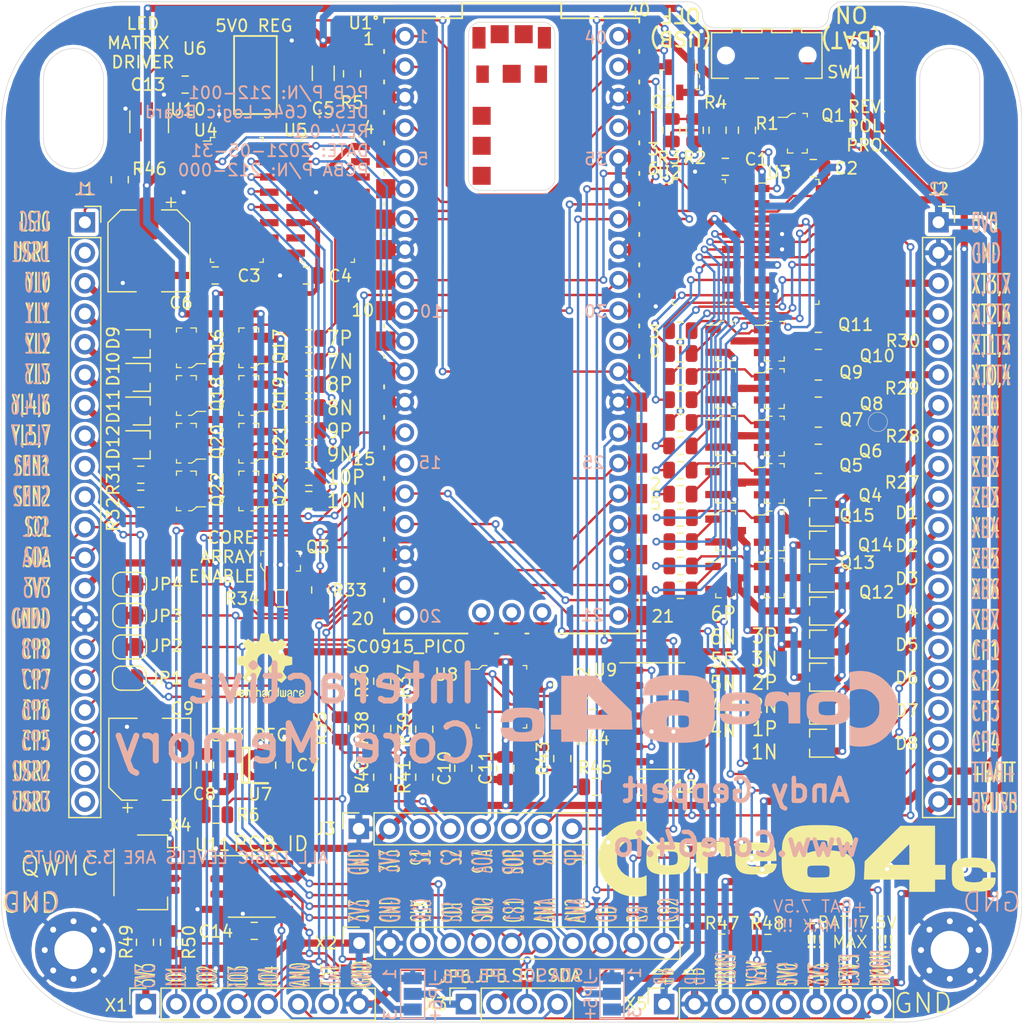
<source format=kicad_pcb>
(kicad_pcb (version 20171130) (host pcbnew "(5.1.2-1)-1")
  (title_block (title "Core 64 - PCB Layout") (date 2020-03-20) (rev 0.3) (company "Andy Geppert - Machine Ideas, LLC"))
  (layers (0 F.Cu signal hide) (31 B.Cu signal) (34 B.Paste user hide) (35 F.Paste user hide) (36 B.SilkS user) (37 F.SilkS user) (38 B.Mask user hide) (39 F.Mask user hide) (44 Edge.Cuts user))
  (net 0 "")
  (net 1 "Net-(D2-Pad3)")
  (net 2 -BATT)
  (net 3 XB7)
  (net 4 XB4)
  (net 5 XB6)
  (net 6 XB5)
  (net 7 XB1)
  (net 8 XB2)
  (net 9 XB3)
  (net 10 I2C_DATA)
  (net 11 I2C_CLOCK)
  (net 12 GNDPWR)
  (net 13 "Net-(Q5-Pad1)")
  (net 14 Q2P)
  (net 15 "Net-(Q6-Pad1)")
  (net 16 "Net-(Q7-Pad1)")
  (net 17 "Net-(Q9-Pad1)")
  (net 18 "Net-(Q10-Pad1)")
  (net 19 "Net-(Q11-Pad1)")
  (net 20 "Net-(Q12-Pad1)")
  (net 21 "Net-(Q13-Pad1)")
  (net 22 Q3P)
  (net 23 Q3N)
  (net 24 Q4P)
  (net 25 Q4N)
  (net 26 Q5P)
  (net 27 Q5N)
  (net 28 Q6P)
  (net 29 Q6N)
  (net 30 YL5)
  (net 31 YL4)
  (net 32 YL3)
  (net 33 YL2)
  (net 34 YL1)
  (net 35 SENSE1)
  (net 36 SENSE2)
  (net 37 "Net-(Q14-Pad1)")
  (net 38 "Net-(Q15-Pad1)")
  (net 39 "Net-(Q16-Pad1)")
  (net 40 "Net-(Q17-Pad1)")
  (net 41 "Net-(Q18-Pad1)")
  (net 42 "Net-(Q19-Pad1)")
  (net 43 "Net-(Q20-Pad1)")
  (net 44 Q10P)
  (net 45 Q10N)
  (net 46 Q9P)
  (net 47 Q9N)
  (net 48 Q7P)
  (net 49 Q7N)
  (net 50 Q8P)
  (net 51 Q8N)
  (net 52 SENSE_PULSE)
  (net 53 "Net-(D10-Pad3)")
  (net 54 "Net-(D11-Pad3)")
  (net 55 "Net-(D12-Pad3)")
  (net 56 +BATT)
  (net 57 SENSE_RESET)
  (net 58 SENSE_OUT_A)
  (net 59 SENSE_OUT_B)
  (net 60 +VSW)
  (net 61 "Net-(D1-Pad3)")
  (net 62 "Net-(D5-Pad3)")
  (net 63 5V0)
  (net 64 3V3)
  (net 65 CP5_EN)
  (net 66 CP6_EN)
  (net 67 CP7_EN)
  (net 68 CP8_EN)
  (net 69 CP4_EN)
  (net 70 CP3_EN)
  (net 71 CP2_EN)
  (net 72 CP1_EN)
  (net 73 XT0,4)
  (net 74 XT1,5)
  (net 75 XT2,6)
  (net 76 XT3,7)
  (net 77 Q1N)
  (net 78 "Net-(Q4-Pad1)")
  (net 79 "Net-(Q21-Pad1)")
  (net 80 HS2)
  (net 81 HS1)
  (net 82 HS4)
  (net 83 BAT_MON)
  (net 84 "Net-(Q1-Pad1)")
  (net 85 LED_MATRIX_5V0_SIG)
  (net 86 LED_MATRIX_3V3_SIG)
  (net 87 "Net-(D6-Pad3)")
  (net 88 "Net-(D9-Pad3)")
  (net 89 "Net-(Q10-Pad3)")
  (net 90 "Net-(Q22-Pad1)")
  (net 91 HS3)
  (net 92 "Net-(U2-Pad7)")
  (net 93 XB0)
  (net 94 YL0)
  (net 95 "Net-(Q4-Pad3)")
  (net 96 PICO_VSYS)
  (net 97 Q1P)
  (net 98 Q2N)
  (net 99 3V3_MON)
  (net 100 DEC_Q1-6N_A0)
  (net 101 DEC_Q1-6N_A1)
  (net 102 DEC_Q1-6N_A2)
  (net 103 DEC_Q7-10N_A1)
  (net 104 DEC_Q7-10N_A0)
  (net 105 DEC_Q1-6P_A0)
  (net 106 DEC_Q1-6P_A1)
  (net 107 DEC_Q1-6P_A2)
  (net 108 DEC_Q7-10P_A0)
  (net 109 DEC_Q7-10P_A1)
  (net 110 PICO_3V3OUT)
  (net 111 "Net-(Q1-Pad3)")
  (net 112 "Net-(R44-Pad1)")
  (net 113 SPARE_ADC2)
  (net 114 PICO_VBUS)
  (net 115 "Net-(U1-Pad30)")
  (net 116 "Net-(U1-Pad37)")
  (net 117 "Net-(U1-PadTP2)")
  (net 118 "Net-(U1-PadTP3)")
  (net 119 "Net-(U1-PadTP4)")
  (net 120 "Net-(U1-PadTP5)")
  (net 121 "Net-(U1-PadTP6)")
  (net 122 "Net-(U1-PadA)")
  (net 123 "Net-(U1-PadB)")
  (net 124 "Net-(U1-PadC)")
  (net 125 "Net-(U1-PadD)")
  (net 126 "Net-(U1-PadD2)")
  (net 127 "Net-(U1-PadD1)")
  (net 128 "Net-(U1-PadD3)")
  (net 129 "Net-(U1-PadTP1)")
  (net 130 "Net-(U3-Pad7)")
  (net 131 "Net-(U4-Pad7)")
  (net 132 "Net-(U5-Pad11)")
  (net 133 "Net-(U5-Pad10)")
  (net 134 "Net-(U5-Pad9)")
  (net 135 "Net-(U5-Pad7)")
  (net 136 "Net-(U7-Pad4)")
  (net 137 "Net-(U9-Pad13)")
  (net 138 "Net-(U9-Pad12)")
  (net 139 "Net-(U9-Pad1)")
  (net 140 "Net-(JP5-Pad2)")
  (net 141 "Net-(JP6-Pad2)")
  (net 142 "Net-(U3-Pad15)")
  (net 143 "Net-(U4-Pad11)")
  (net 144 "Net-(U4-Pad10)")
  (net 145 "Net-(U4-Pad9)")
  (net 146 "Net-(J1-Pad2)")
  (net 147 "Net-(J1-Pad19)")
  (net 148 "Net-(J1-Pad20)")
  (net 149 "Net-(Q6-Pad3)")
  (net 150 "Net-(Q8-Pad1)")
  (net 151 "Net-(Q8-Pad3)")
  (net 152 "Net-(Q20-Pad3)")
  (net 153 "Net-(Q22-Pad3)")
  (net 154 "Net-(Q23-Pad1)")
  (net 155 "Net-(R2-Pad1)")
  (net 156 "Net-(R5-Pad2)")
  (net 157 "Net-(R36-Pad2)")
  (net 158 "Net-(Q3-Pad1)")
  (net 159 "Net-(R37-Pad2)")
  (net 160 "Net-(R45-Pad1)")
  (net 161 "Net-(R46-Pad2)")
  (net 162 CORE_ARRAY_ENABLE)
  (module Connector_PinSocket_2.54mm:PinSocket_1x08_P2.54mm_Vertical (layer F.Cu) (at -12.735 26.4 90)
    (fp_text reference J3 (at 0 -2.77 180) (layer F.SilkS))
    (fp_text value HEADER_8-PIN_0.1)
    (pad 8 thru_hole oval (at 0 17.78 90) (size 1.7 1.7) (drill 1) (layers *.Cu *.Mask) (net 52 SENSE_PULSE))
    (pad 7 thru_hole oval (at 0 15.24 90) (size 1.7 1.7) (drill 1) (layers *.Cu *.Mask) (net 57 SENSE_RESET))
    (pad 6 thru_hole oval (at 0 12.7 90) (size 1.7 1.7) (drill 1) (layers *.Cu *.Mask) (net 59 SENSE_OUT_B))
    (pad 5 thru_hole oval (at 0 10.16 90) (size 1.7 1.7) (drill 1) (layers *.Cu *.Mask) (net 58 SENSE_OUT_A))
    (pad 4 thru_hole oval (at 0 7.62 90) (size 1.7 1.7) (drill 1) (layers *.Cu *.Mask) (net 36 SENSE2))
    (pad 3 thru_hole oval (at 0 5.08 90) (size 1.7 1.7) (drill 1) (layers *.Cu *.Mask) (net 35 SENSE1))
    (pad 2 thru_hole oval (at 0 2.54 90) (size 1.7 1.7) (drill 1) (layers *.Cu *.Mask) (net 64 3V3))
    (pad 1 thru_hole rect (at 0 0 90) (size 1.7 1.7) (drill 1) (layers *.Cu *.Mask) (net 2 -BATT))
  )
  (module Connector_PinSocket_2.54mm:PinSocket_1x04_P2.54mm_Vertical (layer F.Cu) (at -3.81 41 90)
    (fp_text reference X3 (at 0 -2.5 180) (layer F.SilkS))
    (fp_text value HEADER_4-PIN_0.1)
    (pad 4 thru_hole oval (at 0 7.62 90) (size 1.7 1.7) (drill 1) (layers *.Cu *.Mask) (net 10 I2C_DATA))
    (pad 3 thru_hole oval (at 0 5.08 90) (size 1.7 1.7) (drill 1) (layers *.Cu *.Mask) (net 11 I2C_CLOCK))
    (pad 2 thru_hole oval (at 0 2.54 90) (size 1.7 1.7) (drill 1) (layers *.Cu *.Mask) (net 140 "Net-(JP5-Pad2)"))
    (pad 1 thru_hole rect (at 0 0 90) (size 1.7 1.7) (drill 1) (layers *.Cu *.Mask) (net 141 "Net-(JP6-Pad2)"))
  )
  (module Jumper:SolderJumper-2_P1.3mm_Bridged_RoundedPad1.0x1.5mm (layer F.Cu) (at -31.825 6.025 180)
    (fp_text reference JP4 (at -3.1 0) (layer F.SilkS))
    (fp_text value "Hall Switch 4")
    (fp_poly (pts (xy 0.25 -0.3) (xy -0.25 -0.3) (xy -0.25 0.3) (xy 0.25 0.3)) (layer F.Cu) (width 0))
    (pad 1 smd custom (at -0.65 0 180) (size 1 0.5) (layers F.Cu F.Mask) (net 82 HS4) (options (clearance outline) (anchor rect)) (primitives (gr_circle (center 0 0.25) (end 0.5 0.25) (width 0)) (gr_circle (center 0 -0.25) (end 0.5 -0.25) (width 0)) (gr_poly (pts (xy 0 -0.75) (xy 0.5 -0.75) (xy 0.5 0.75) (xy 0 0.75)) (width 0))))
    (pad 2 smd custom (at 0.65 0 180) (size 1 0.5) (layers F.Cu F.Mask) (net 68 CP8_EN) (options (clearance outline) (anchor rect)) (primitives (gr_circle (center 0 0.25) (end 0.5 0.25) (width 0)) (gr_circle (center 0 -0.25) (end 0.5 -0.25) (width 0)) (gr_poly (pts (xy 0 -0.75) (xy -0.5 -0.75) (xy -0.5 0.75) (xy 0 0.75)) (width 0))))
  )
  (module Jumper:SolderJumper-2_P1.3mm_Bridged_RoundedPad1.0x1.5mm (layer F.Cu) (at -31.825 8.625 180)
    (fp_text reference JP3 (at -3.05 -0.05) (layer F.SilkS))
    (fp_text value "Hall Switch 3")
    (fp_poly (pts (xy 0.25 -0.3) (xy -0.25 -0.3) (xy -0.25 0.3) (xy 0.25 0.3)) (layer F.Cu) (width 0))
    (pad 1 smd custom (at -0.65 0 180) (size 1 0.5) (layers F.Cu F.Mask) (net 91 HS3) (options (clearance outline) (anchor rect)) (primitives (gr_circle (center 0 0.25) (end 0.5 0.25) (width 0)) (gr_circle (center 0 -0.25) (end 0.5 -0.25) (width 0)) (gr_poly (pts (xy 0 -0.75) (xy 0.5 -0.75) (xy 0.5 0.75) (xy 0 0.75)) (width 0))))
    (pad 2 smd custom (at 0.65 0 180) (size 1 0.5) (layers F.Cu F.Mask) (net 67 CP7_EN) (options (clearance outline) (anchor rect)) (primitives (gr_circle (center 0 0.25) (end 0.5 0.25) (width 0)) (gr_circle (center 0 -0.25) (end 0.5 -0.25) (width 0)) (gr_poly (pts (xy 0 -0.75) (xy -0.5 -0.75) (xy -0.5 0.75) (xy 0 0.75)) (width 0))))
  )
  (module Jumper:SolderJumper-2_P1.3mm_Bridged_RoundedPad1.0x1.5mm (layer F.Cu) (at -31.825 11.25 180)
    (fp_text reference JP2 (at -3.1 0.1) (layer F.SilkS))
    (fp_text value "Hall Switch 2")
    (fp_poly (pts (xy 0.25 -0.3) (xy -0.25 -0.3) (xy -0.25 0.3) (xy 0.25 0.3)) (layer F.Cu) (width 0))
    (pad 1 smd custom (at -0.65 0 180) (size 1 0.5) (layers F.Cu F.Mask) (net 80 HS2) (options (clearance outline) (anchor rect)) (primitives (gr_circle (center 0 0.25) (end 0.5 0.25) (width 0)) (gr_circle (center 0 -0.25) (end 0.5 -0.25) (width 0)) (gr_poly (pts (xy 0 -0.75) (xy 0.5 -0.75) (xy 0.5 0.75) (xy 0 0.75)) (width 0))))
    (pad 2 smd custom (at 0.65 0 180) (size 1 0.5) (layers F.Cu F.Mask) (net 66 CP6_EN) (options (clearance outline) (anchor rect)) (primitives (gr_circle (center 0 0.25) (end 0.5 0.25) (width 0)) (gr_circle (center 0 -0.25) (end 0.5 -0.25) (width 0)) (gr_poly (pts (xy 0 -0.75) (xy -0.5 -0.75) (xy -0.5 0.75) (xy 0 0.75)) (width 0))))
  )
  (module Jumper:SolderJumper-2_P1.3mm_Bridged_RoundedPad1.0x1.5mm (layer F.Cu) (at -31.85 13.849999 180)
    (fp_text reference JP1 (at -3.05 0) (layer F.SilkS))
    (fp_text value "Hall Switch 1")
    (fp_poly (pts (xy 0.25 -0.3) (xy -0.25 -0.3) (xy -0.25 0.3) (xy 0.25 0.3)) (layer F.Cu) (width 0))
    (pad 1 smd custom (at -0.65 0 180) (size 1 0.5) (layers F.Cu F.Mask) (net 81 HS1) (options (clearance outline) (anchor rect)) (primitives (gr_circle (center 0 0.25) (end 0.5 0.25) (width 0)) (gr_circle (center 0 -0.25) (end 0.5 -0.25) (width 0)) (gr_poly (pts (xy 0 -0.75) (xy 0.5 -0.75) (xy 0.5 0.75) (xy 0 0.75)) (width 0))))
    (pad 2 smd custom (at 0.65 0 180) (size 1 0.5) (layers F.Cu F.Mask) (net 65 CP5_EN) (options (clearance outline) (anchor rect)) (primitives (gr_circle (center 0 0.25) (end 0.5 0.25) (width 0)) (gr_circle (center 0 -0.25) (end 0.5 -0.25) (width 0)) (gr_poly (pts (xy 0 -0.75) (xy -0.5 -0.75) (xy -0.5 0.75) (xy 0 0.75)) (width 0))))
  )
  (module Button_Switch_SMD:SW_SPDT_CK-JS102011SAQN_Core64_Recessed (layer F.Cu) (at 21.25 -38.025 180)
    (fp_text reference SW1 (at -6.55 -1.385) (layer F.SilkS))
    (fp_text value JS102011SAQN)
    (pad "" np_thru_hole circle (at 3.4 0 180) (size 0.9 0.9) (drill 0.9) (layers *.Cu *.Mask))
    (pad "" np_thru_hole circle (at -3.4 0 180) (size 0.9 0.9) (drill 0.9) (layers *.Cu *.Mask))
    (pad 3 smd rect (at 2.5 -2.75 180) (size 1.25 2.5) (layers F.Cu F.Paste F.Mask) (net 114 PICO_VBUS))
    (pad 2 smd rect (at 0 -2.75 180) (size 1.25 2.5) (layers F.Cu F.Paste F.Mask) (net 111 "Net-(Q1-Pad3)"))
    (pad 1 smd rect (at -2.5 -2.75 180) (size 1.25 2.5) (layers F.Cu F.Paste F.Mask) (net 56 +BATT))
  )
  (module Connector_PinSocket_2.54mm:PinSocket_1x08_P2.54mm_Vertical (layer F.Cu) (at -30.48 41 90)
    (fp_text reference X1 (at -0.1 -2.47 180) (layer F.SilkS))
    (fp_text value HEADER_8-PIN_0.1)
    (pad 8 thru_hole oval (at 0 17.78 90) (size 1.7 1.7) (drill 1) (layers *.Cu *.Mask) (net 2 -BATT))
    (pad 7 thru_hole oval (at 0 15.24 90) (size 1.7 1.7) (drill 1) (layers *.Cu *.Mask) (net 162 CORE_ARRAY_ENABLE))
    (pad 6 thru_hole oval (at 0 12.7 90) (size 1.7 1.7) (drill 1) (layers *.Cu *.Mask) (net 83 BAT_MON))
    (pad 5 thru_hole oval (at 0 10.16 90) (size 1.7 1.7) (drill 1) (layers *.Cu *.Mask) (net 69 CP4_EN))
    (pad 4 thru_hole oval (at 0 7.62 90) (size 1.7 1.7) (drill 1) (layers *.Cu *.Mask) (net 70 CP3_EN))
    (pad 3 thru_hole oval (at 0 5.08 90) (size 1.7 1.7) (drill 1) (layers *.Cu *.Mask) (net 71 CP2_EN))
    (pad 2 thru_hole oval (at 0 2.54 90) (size 1.7 1.7) (drill 1) (layers *.Cu *.Mask) (net 72 CP1_EN))
    (pad 1 thru_hole rect (at 0 0 90) (size 1.7 1.7) (drill 1) (layers *.Cu *.Mask) (net 64 3V3))
  )
  (module Connector_PinSocket_2.54mm:PinSocket_1x08_P2.54mm_Vertical (layer F.Cu) (at 12.7 41 90)
    (fp_text reference X5 (at 0.025 -2.35 180) (layer F.SilkS))
    (fp_text value Conn_01x08_Female)
    (pad 8 thru_hole oval (at 0 17.78 90) (size 1.7 1.7) (drill 1) (layers *.Cu *.Mask) (net 83 BAT_MON))
    (pad 7 thru_hole oval (at 0 15.24 90) (size 1.7 1.7) (drill 1) (layers *.Cu *.Mask) (net 110 PICO_3V3OUT))
    (pad 6 thru_hole oval (at 0 12.7 90) (size 1.7 1.7) (drill 1) (layers *.Cu *.Mask) (net 64 3V3))
    (pad 5 thru_hole oval (at 0 10.16 90) (size 1.7 1.7) (drill 1) (layers *.Cu *.Mask) (net 63 5V0))
    (pad 4 thru_hole oval (at 0 7.62 90) (size 1.7 1.7) (drill 1) (layers *.Cu *.Mask) (net 60 +VSW))
    (pad 3 thru_hole oval (at 0 5.08 90) (size 1.7 1.7) (drill 1) (layers *.Cu *.Mask) (net 114 PICO_VBUS))
    (pad 2 thru_hole oval (at 0 2.54 90) (size 1.7 1.7) (drill 1) (layers *.Cu *.Mask) (net 2 -BATT))
    (pad 1 thru_hole rect (at 0 0 90) (size 1.7 1.7) (drill 1) (layers *.Cu *.Mask) (net 56 +BATT))
  )
  (module Capacitor_SMD:CP_Elec_6.3x7.7 (layer F.Cu) (at -30.225 -21.75 270)
    (fp_text reference C6 (at 4.325 -2.675 180) (layer F.SilkS))
    (fp_text value 470uF)
    (pad 2 smd roundrect (at 2.7 0 270) (size 3.5 1.6) (layers F.Cu F.Paste F.Mask) (roundrect_rratio 0.15625) (net 2 -BATT))
    (pad 1 smd roundrect (at -2.7 0 270) (size 3.5 1.6) (layers F.Cu F.Paste F.Mask) (roundrect_rratio 0.15625) (net 63 5V0))
  )
  (module Capacitor_SMD:CP_Elec_6.3x7.7 (layer F.Cu) (at -30.15 20.6 90)
    (fp_text reference C9 (at 4.225 2.725 180) (layer F.SilkS))
    (fp_text value 470uF)
    (pad 2 smd roundrect (at 2.7 0 90) (size 3.5 1.6) (layers F.Cu F.Paste F.Mask) (roundrect_rratio 0.15625) (net 2 -BATT))
    (pad 1 smd roundrect (at -2.7 0 90) (size 3.5 1.6) (layers F.Cu F.Paste F.Mask) (roundrect_rratio 0.15625) (net 64 3V3))
  )
  (module Package_SO:SOIC-8_3.9x4.9mm_P1.27mm (layer F.Cu) (at -21.65 31.2)
    (fp_text reference U11 (at -3.275 -3.475) (layer F.SilkS))
    (fp_text value M24C02-RMN)
    (pad 8 smd roundrect (at 2.475 -1.905) (size 1.95 0.6) (layers F.Cu F.Paste F.Mask) (net 64 3V3))
    (pad 7 smd roundrect (at 2.475 -0.635) (size 1.95 0.6) (layers F.Cu F.Paste F.Mask) (net 2 -BATT))
    (pad 6 smd roundrect (at 2.475 0.635) (size 1.95 0.6) (layers F.Cu F.Paste F.Mask) (net 11 I2C_CLOCK))
    (pad 5 smd roundrect (at 2.475 1.905) (size 1.95 0.6) (layers F.Cu F.Paste F.Mask) (net 10 I2C_DATA))
    (pad 4 smd roundrect (at -2.475 1.905) (size 1.95 0.6) (layers F.Cu F.Paste F.Mask) (net 2 -BATT))
    (pad 3 smd roundrect (at -2.475 0.635) (size 1.95 0.6) (layers F.Cu F.Paste F.Mask) (net 64 3V3))
    (pad 2 smd roundrect (at -2.475 -0.635) (size 1.95 0.6) (layers F.Cu F.Paste F.Mask) (net 64 3V3))
    (pad 1 smd roundrect (at -2.475 -1.905) (size 1.95 0.6) (layers F.Cu F.Paste F.Mask) (net 64 3V3))
  )
  (module Package_TO_SOT_SMD:SOT-23-5 (layer F.Cu) (at -30.2 -32.5 270)
    (fp_text reference U10 (at -1.025 -3.225 180) (layer F.SilkS))
    (fp_text value SN74LV1T125DBVR)
    (pad 5 smd rect (at 1.1 -0.95 270) (size 1.06 0.65) (layers F.Cu F.Paste F.Mask) (net 63 5V0))
    (pad 4 smd rect (at 1.1 0.95 270) (size 1.06 0.65) (layers F.Cu F.Paste F.Mask) (net 161 "Net-(R46-Pad2)"))
    (pad 3 smd rect (at -1.1 0.95 270) (size 1.06 0.65) (layers F.Cu F.Paste F.Mask) (net 2 -BATT))
    (pad 2 smd rect (at -1.1 0 270) (size 1.06 0.65) (layers F.Cu F.Paste F.Mask) (net 86 LED_MATRIX_3V3_SIG))
    (pad 1 smd rect (at -1.1 -0.95 270) (size 1.06 0.65) (layers F.Cu F.Paste F.Mask) (net 2 -BATT))
  )
  (module Resistor_SMD:R_0805_2012Metric (layer F.Cu) (at -32.65 -27.675 90)
    (fp_text reference R46 (at 0.9 2.475 180) (layer F.SilkS))
    (fp_text value 470)
    (pad 2 smd roundrect (at 0.9375 0 90) (size 0.975 1.4) (layers F.Cu F.Paste F.Mask) (net 161 "Net-(R46-Pad2)"))
    (pad 1 smd roundrect (at -0.9375 0 90) (size 0.975 1.4) (layers F.Cu F.Paste F.Mask) (net 85 LED_MATRIX_5V0_SIG))
  )
  (module Resistor_SMD:R_0805_2012Metric (layer F.Cu) (at -19.25 7.2 180)
    (fp_text reference R34 (at 3.2 -0.025) (layer F.SilkS))
    (fp_text value 10k)
    (pad 2 smd roundrect (at 0.9375 0 180) (size 0.975 1.4) (layers F.Cu F.Paste F.Mask) (net 158 "Net-(Q3-Pad1)"))
    (pad 1 smd roundrect (at -0.9375 0 180) (size 0.975 1.4) (layers F.Cu F.Paste F.Mask) (net 2 -BATT))
  )
  (module MountingHole:MountingHole_3.2mm_M3_Pad_Via (layer F.Cu) (at 36.5 36.5)
    (fp_text reference H2)
    (fp_text value "GND PAD")
    (pad 1 thru_hole circle (at 1.697056 -1.697056) (size 0.8 0.8) (drill 0.5) (layers *.Cu *.Mask) (net 2 -BATT))
    (pad 1 thru_hole circle (at 0 -2.4) (size 0.8 0.8) (drill 0.5) (layers *.Cu *.Mask) (net 2 -BATT))
    (pad 1 thru_hole circle (at -1.697056 -1.697056) (size 0.8 0.8) (drill 0.5) (layers *.Cu *.Mask) (net 2 -BATT))
    (pad 1 thru_hole circle (at -2.4 0) (size 0.8 0.8) (drill 0.5) (layers *.Cu *.Mask) (net 2 -BATT))
    (pad 1 thru_hole circle (at -1.697056 1.697056) (size 0.8 0.8) (drill 0.5) (layers *.Cu *.Mask) (net 2 -BATT))
    (pad 1 thru_hole circle (at 0 2.4) (size 0.8 0.8) (drill 0.5) (layers *.Cu *.Mask) (net 2 -BATT))
    (pad 1 thru_hole circle (at 1.697056 1.697056) (size 0.8 0.8) (drill 0.5) (layers *.Cu *.Mask) (net 2 -BATT))
    (pad 1 thru_hole circle (at 2.4 0) (size 0.8 0.8) (drill 0.5) (layers *.Cu *.Mask) (net 2 -BATT))
    (pad 1 thru_hole circle (at 0 0) (size 6.4 6.4) (drill 3.2) (layers *.Cu *.Mask) (net 2 -BATT))
  )
  (module MountingHole:MountingHole_3.2mm_M3_Pad_Via (layer F.Cu) (at -36.5 36.5)
    (fp_text reference H1)
    (fp_text value "GND PAD")
    (pad 1 thru_hole circle (at 1.697056 -1.697056) (size 0.8 0.8) (drill 0.5) (layers *.Cu *.Mask) (net 2 -BATT))
    (pad 1 thru_hole circle (at 0 -2.4) (size 0.8 0.8) (drill 0.5) (layers *.Cu *.Mask) (net 2 -BATT))
    (pad 1 thru_hole circle (at -1.697056 -1.697056) (size 0.8 0.8) (drill 0.5) (layers *.Cu *.Mask) (net 2 -BATT))
    (pad 1 thru_hole circle (at -2.4 0) (size 0.8 0.8) (drill 0.5) (layers *.Cu *.Mask) (net 2 -BATT))
    (pad 1 thru_hole circle (at -1.697056 1.697056) (size 0.8 0.8) (drill 0.5) (layers *.Cu *.Mask) (net 2 -BATT))
    (pad 1 thru_hole circle (at 0 2.4) (size 0.8 0.8) (drill 0.5) (layers *.Cu *.Mask) (net 2 -BATT))
    (pad 1 thru_hole circle (at 1.697056 1.697056) (size 0.8 0.8) (drill 0.5) (layers *.Cu *.Mask) (net 2 -BATT))
    (pad 1 thru_hole circle (at 2.4 0) (size 0.8 0.8) (drill 0.5) (layers *.Cu *.Mask) (net 2 -BATT))
    (pad 1 thru_hole circle (at 0 0) (size 6.4 6.4) (drill 3.2) (layers *.Cu *.Mask) (net 2 -BATT))
  )
  (module Capacitor_SMD:C_0805_2012Metric (layer F.Cu) (at -21.45 34.9 180)
    (fp_text reference C14 (at 3.2 -0.05) (layer F.SilkS))
    (fp_text value 0.1uF)
    (pad 2 smd roundrect (at 0.9375 0 180) (size 0.975 1.4) (layers F.Cu F.Paste F.Mask) (net 2 -BATT))
    (pad 1 smd roundrect (at -0.9375 0 180) (size 0.975 1.4) (layers F.Cu F.Paste F.Mask) (net 64 3V3))
  )
  (module Capacitor_SMD:C_0805_2012Metric (layer F.Cu) (at -27.2 -35.6 180)
    (fp_text reference C13 (at 3.1 0) (layer F.SilkS))
    (fp_text value 0.1uF)
    (pad 2 smd roundrect (at 0.9375 0 180) (size 0.975 1.4) (layers F.Cu F.Paste F.Mask) (net 2 -BATT))
    (pad 1 smd roundrect (at -0.9375 0 180) (size 0.975 1.4) (layers F.Cu F.Paste F.Mask) (net 63 5V0))
  )
  (module Resistor_SMD:R_0805_2012Metric (layer F.Cu) (at -13.3 -36.5 270)
    (fp_text reference R5 (at 2.4 0 180) (layer F.SilkS))
    (fp_text value 10k)
    (pad 2 smd roundrect (at 0.9375 0 270) (size 0.975 1.4) (layers F.Cu F.Paste F.Mask) (net 156 "Net-(R5-Pad2)"))
    (pad 1 smd roundrect (at -0.9375 0 270) (size 0.975 1.4) (layers F.Cu F.Paste F.Mask) (net 60 +VSW))
  )
  (module Capacitor_SMD:C_1206_3216Metric (layer F.Cu) (at -15.7 -36.55 270)
    (fp_text reference C5 (at 2.95 0 180) (layer F.SilkS))
    (fp_text value 68uF)
    (pad 2 smd roundrect (at 1.4 0 270) (size 1.25 1.75) (layers F.Cu F.Paste F.Mask) (roundrect_rratio 0.2) (net 2 -BATT))
    (pad 1 smd roundrect (at -1.4 0 270) (size 1.25 1.75) (layers F.Cu F.Paste F.Mask) (roundrect_rratio 0.2) (net 60 +VSW))
  )
  (module LP3961EMP-5.0:SOT150P696X180-5N (layer F.Cu) (at -21.35 -36.4)
    (fp_text reference U6 (at -5.05 -2.2) (layer F.SilkS))
    (fp_text value LP3961EMP-5.0 hide)
    (pad 5 smd rect (at 3.0226 0) (size 1.6002 2.9972) (layers F.Cu F.Paste F.Mask) (net 2 -BATT))
    (pad 4 smd rect (at -3.0226 2.2606 90) (size 0.8382 1.6002) (layers F.Cu F.Paste F.Mask) (net 2 -BATT))
    (pad 3 smd rect (at -3.0226 0.762 90) (size 0.8382 1.6002) (layers F.Cu F.Paste F.Mask) (net 63 5V0))
    (pad 2 smd rect (at -3.0226 -0.762 90) (size 0.8382 1.6002) (layers F.Cu F.Paste F.Mask) (net 60 +VSW))
    (pad 1 smd rect (at -3.0226 -2.2606 90) (size 0.8382 1.6002) (layers F.Cu F.Paste F.Mask) (net 156 "Net-(R5-Pad2)"))
  )
  (module Capacitor_SMD:C_0805_2012Metric (layer F.Cu) (at -18.95 21.1 90)
    (fp_text reference C7 (at 0 1.975 180) (layer F.SilkS))
    (fp_text value 1uF)
    (pad 2 smd roundrect (at 0.9375 0 90) (size 0.975 1.4) (layers F.Cu F.Paste F.Mask) (net 2 -BATT))
    (pad 1 smd roundrect (at -0.9375 0 90) (size 0.975 1.4) (layers F.Cu F.Paste F.Mask) (net 63 5V0))
  )
  (module TPS7A0533PDBVR:SOT95P280X145-5N (layer F.Cu) (at -22.16 21.1 180)
    (fp_text reference U7 (at -1.21 -2.425) (layer F.SilkS))
    (fp_text value TPS7A0533PDBVR hide)
    (pad 5 smd rect (at 1.25 -0.95 270) (size 0.6 1.2) (layers F.Cu F.Paste F.Mask) (net 64 3V3))
    (pad 4 smd rect (at 1.25 0.95 270) (size 0.6 1.2) (layers F.Cu F.Paste F.Mask) (net 136 "Net-(U7-Pad4)"))
    (pad 3 smd rect (at -1.25 0.95 270) (size 0.6 1.2) (layers F.Cu F.Paste F.Mask) (net 63 5V0))
    (pad 2 smd rect (at -1.25 0 270) (size 0.6 1.2) (layers F.Cu F.Paste F.Mask) (net 2 -BATT))
    (pad 1 smd rect (at -1.25 -0.95 270) (size 0.6 1.2) (layers F.Cu F.Paste F.Mask) (net 63 5V0))
  )
  (module Digikey:SOT-23-3 (layer F.Cu) (at 23.8 -31.55)
    (fp_text reference Q1 (at 2.975 -1.475) (layer F.SilkS))
    (fp_text value MCC_SL3401A)
    (pad 1 smd rect (at -1.05 -0.95) (size 1.3 0.6) (layers F.Cu F.Paste F.Mask) (net 84 "Net-(Q1-Pad1)"))
    (pad 2 smd rect (at -1.05 0.95) (size 1.3 0.6) (layers F.Cu F.Paste F.Mask) (net 60 +VSW))
    (pad 3 smd rect (at 1.05 0) (size 1.3 0.6) (layers F.Cu F.Paste F.Mask) (net 111 "Net-(Q1-Pad3)"))
  )
  (module Resistor_SMD:R_0805_2012Metric (layer F.Cu) (at 14.075 0.475 180)
    (fp_text reference R17)
    (fp_text value 470)
    (pad 2 smd roundrect (at 0.9375 0 180) (size 0.975 1.4) (layers F.Cu F.Paste F.Mask) (net 14 Q2P))
    (pad 1 smd roundrect (at -0.9375 0 180) (size 0.975 1.4) (layers F.Cu F.Paste F.Mask) (net 37 "Net-(Q14-Pad1)"))
  )
  (module Resistor_SMD:R_0805_2012Metric (layer F.Cu) (at 14.075 2.475 180)
    (fp_text reference R18)
    (fp_text value 470)
    (pad 2 smd roundrect (at 0.9375 0 180) (size 0.975 1.4) (layers F.Cu F.Paste F.Mask) (net 98 Q2N))
    (pad 1 smd roundrect (at -0.9375 0 180) (size 0.975 1.4) (layers F.Cu F.Paste F.Mask) (net 38 "Net-(Q15-Pad1)"))
  )
  (module Resistor_SMD:R_0805_2012Metric (layer F.Cu) (at 14.075 4.5 180)
    (fp_text reference R15)
    (fp_text value 470)
    (pad 2 smd roundrect (at 0.9375 0 180) (size 0.975 1.4) (layers F.Cu F.Paste F.Mask) (net 97 Q1P))
    (pad 1 smd roundrect (at -0.9375 0 180) (size 0.975 1.4) (layers F.Cu F.Paste F.Mask) (net 20 "Net-(Q12-Pad1)"))
  )
  (module Resistor_SMD:R_0805_2012Metric (layer F.Cu) (at 14.05 6.5 180)
    (fp_text reference R16)
    (fp_text value 470)
    (pad 2 smd roundrect (at 0.9375 0 180) (size 0.975 1.4) (layers F.Cu F.Paste F.Mask) (net 77 Q1N))
    (pad 1 smd roundrect (at -0.9375 0 180) (size 0.975 1.4) (layers F.Cu F.Paste F.Mask) (net 21 "Net-(Q13-Pad1)"))
  )
  (module Capacitor_SMD:C_0805_2012Metric (layer F.Cu) (at -4.035 21.35 270)
    (fp_text reference C10 (at 0 1.565 90) (layer F.SilkS))
    (fp_text value 0.1uF)
    (pad 2 smd roundrect (at 0.9375 0 270) (size 0.975 1.4) (layers F.Cu F.Paste F.Mask) (net 2 -BATT))
    (pad 1 smd roundrect (at -0.9375 0 270) (size 0.975 1.4) (layers F.Cu F.Paste F.Mask) (net 64 3V3))
  )
  (module Capacitor_SMD:C_0805_2012Metric (layer F.Cu) (at -0.535 21.35 270)
    (fp_text reference C11 (at -0.05 1.64 90) (layer F.SilkS))
    (fp_text value 10uF)
    (pad 2 smd roundrect (at 0.9375 0 270) (size 0.975 1.4) (layers F.Cu F.Paste F.Mask) (net 2 -BATT))
    (pad 1 smd roundrect (at -0.9375 0 270) (size 0.975 1.4) (layers F.Cu F.Paste F.Mask) (net 64 3V3))
  )
  (module Package_TO_SOT_SMD:SOT-323_SC-70 (layer F.Cu) (at 25.55 0.015 180)
    (fp_text reference D1 (at -7.375 -0.06) (layer F.SilkS))
    (fp_text value BAT54AW)
    (pad 3 smd rect (at 1 0 90) (size 0.45 0.7) (layers F.Cu F.Paste F.Mask) (net 61 "Net-(D1-Pad3)"))
    (pad 2 smd rect (at -1 0.65 90) (size 0.45 0.7) (layers F.Cu F.Paste F.Mask) (net 93 XB0))
    (pad 1 smd rect (at -1 -0.65 90) (size 0.45 0.7) (layers F.Cu F.Paste F.Mask) (net 7 XB1))
  )
  (module Package_TO_SOT_SMD:SOT-323_SC-70 (layer F.Cu) (at 25.55 2.765 180)
    (fp_text reference D2 (at -7.375 -0.056428) (layer F.SilkS))
    (fp_text value BAT54CW)
    (pad 3 smd rect (at 1 0 90) (size 0.45 0.7) (layers F.Cu F.Paste F.Mask) (net 1 "Net-(D2-Pad3)"))
    (pad 2 smd rect (at -1 0.65 90) (size 0.45 0.7) (layers F.Cu F.Paste F.Mask) (net 7 XB1))
    (pad 1 smd rect (at -1 -0.65 90) (size 0.45 0.7) (layers F.Cu F.Paste F.Mask) (net 93 XB0))
  )
  (module Package_TO_SOT_SMD:SOT-323_SC-70 (layer F.Cu) (at 25.55 5.515 180)
    (fp_text reference D3 (at -7.375 -0.052856) (layer F.SilkS))
    (fp_text value BAT54AW)
    (pad 3 smd rect (at 1 0 90) (size 0.45 0.7) (layers F.Cu F.Paste F.Mask) (net 61 "Net-(D1-Pad3)"))
    (pad 2 smd rect (at -1 0.65 90) (size 0.45 0.7) (layers F.Cu F.Paste F.Mask) (net 8 XB2))
    (pad 1 smd rect (at -1 -0.65 90) (size 0.45 0.7) (layers F.Cu F.Paste F.Mask) (net 9 XB3))
  )
  (module Package_TO_SOT_SMD:SOT-323_SC-70 (layer F.Cu) (at 25.55 8.265 180)
    (fp_text reference D4 (at -7.375 -0.049284) (layer F.SilkS))
    (fp_text value BAT54CW)
    (pad 3 smd rect (at 1 0 90) (size 0.45 0.7) (layers F.Cu F.Paste F.Mask) (net 1 "Net-(D2-Pad3)"))
    (pad 2 smd rect (at -1 0.65 90) (size 0.45 0.7) (layers F.Cu F.Paste F.Mask) (net 9 XB3))
    (pad 1 smd rect (at -1 -0.65 90) (size 0.45 0.7) (layers F.Cu F.Paste F.Mask) (net 8 XB2))
  )
  (module Package_TO_SOT_SMD:SOT-323_SC-70 (layer F.Cu) (at 25.55 11.015 180)
    (fp_text reference D5 (at -7.375 -0.045712) (layer F.SilkS))
    (fp_text value BAT54AW)
    (pad 3 smd rect (at 1 0 90) (size 0.45 0.7) (layers F.Cu F.Paste F.Mask) (net 62 "Net-(D5-Pad3)"))
    (pad 2 smd rect (at -1 0.65 90) (size 0.45 0.7) (layers F.Cu F.Paste F.Mask) (net 4 XB4))
    (pad 1 smd rect (at -1 -0.65 90) (size 0.45 0.7) (layers F.Cu F.Paste F.Mask) (net 6 XB5))
  )
  (module Package_TO_SOT_SMD:SOT-323_SC-70 (layer F.Cu) (at 25.55 13.765 180)
    (fp_text reference D6 (at -7.375 -0.04214) (layer F.SilkS))
    (fp_text value BAT54CW)
    (pad 3 smd rect (at 1 0 90) (size 0.45 0.7) (layers F.Cu F.Paste F.Mask) (net 87 "Net-(D6-Pad3)"))
    (pad 2 smd rect (at -1 0.65 90) (size 0.45 0.7) (layers F.Cu F.Paste F.Mask) (net 6 XB5))
    (pad 1 smd rect (at -1 -0.65 90) (size 0.45 0.7) (layers F.Cu F.Paste F.Mask) (net 4 XB4))
  )
  (module Package_TO_SOT_SMD:SOT-323_SC-70 (layer F.Cu) (at 25.55 16.515 180)
    (fp_text reference D7 (at -7.375 -0.038568) (layer F.SilkS))
    (fp_text value BAT54AW)
    (pad 3 smd rect (at 1 0 90) (size 0.45 0.7) (layers F.Cu F.Paste F.Mask) (net 62 "Net-(D5-Pad3)"))
    (pad 2 smd rect (at -1 0.65 90) (size 0.45 0.7) (layers F.Cu F.Paste F.Mask) (net 5 XB6))
    (pad 1 smd rect (at -1 -0.65 90) (size 0.45 0.7) (layers F.Cu F.Paste F.Mask) (net 3 XB7))
  )
  (module Package_TO_SOT_SMD:SOT-323_SC-70 (layer F.Cu) (at 25.55 19.265 180)
    (fp_text reference D8 (at -7.375 -0.035) (layer F.SilkS))
    (fp_text value BAT54CW)
    (pad 3 smd rect (at 1 0 90) (size 0.45 0.7) (layers F.Cu F.Paste F.Mask) (net 87 "Net-(D6-Pad3)"))
    (pad 2 smd rect (at -1 0.65 90) (size 0.45 0.7) (layers F.Cu F.Paste F.Mask) (net 3 XB7))
    (pad 1 smd rect (at -1 -0.65 90) (size 0.45 0.7) (layers F.Cu F.Paste F.Mask) (net 5 XB6))
  )
  (module Package_TO_SOT_SMD:SOT-323_SC-70 (layer F.Cu) (at -30.85 -14.015)
    (fp_text reference D9 (at -2.35 -0.485 90) (layer F.SilkS))
    (fp_text value BAT54AW)
    (pad 3 smd rect (at 1 0 270) (size 0.45 0.7) (layers F.Cu F.Paste F.Mask) (net 88 "Net-(D9-Pad3)"))
    (pad 2 smd rect (at -1 0.65 270) (size 0.45 0.7) (layers F.Cu F.Paste F.Mask) (net 34 YL1))
    (pad 1 smd rect (at -1 -0.65 270) (size 0.45 0.7) (layers F.Cu F.Paste F.Mask) (net 94 YL0))
  )
  (module Package_TO_SOT_SMD:SOT-323_SC-70 (layer F.Cu) (at -30.85 -11.21)
    (fp_text reference D10 (at -2.35 -0.69 270) (layer F.SilkS))
    (fp_text value BAT54CW)
    (pad 3 smd rect (at 1 0 270) (size 0.45 0.7) (layers F.Cu F.Paste F.Mask) (net 53 "Net-(D10-Pad3)"))
    (pad 2 smd rect (at -1 0.65 270) (size 0.45 0.7) (layers F.Cu F.Paste F.Mask) (net 94 YL0))
    (pad 1 smd rect (at -1 -0.65 270) (size 0.45 0.7) (layers F.Cu F.Paste F.Mask) (net 34 YL1))
  )
  (module Package_TO_SOT_SMD:SOT-323_SC-70 (layer F.Cu) (at -30.85 -8.405)
    (fp_text reference D11 (at -2.35 -0.395 90) (layer F.SilkS))
    (fp_text value BAT54AW)
    (pad 3 smd rect (at 1 0 270) (size 0.45 0.7) (layers F.Cu F.Paste F.Mask) (net 54 "Net-(D11-Pad3)"))
    (pad 2 smd rect (at -1 0.65 270) (size 0.45 0.7) (layers F.Cu F.Paste F.Mask) (net 32 YL3))
    (pad 1 smd rect (at -1 -0.65 270) (size 0.45 0.7) (layers F.Cu F.Paste F.Mask) (net 33 YL2))
  )
  (module Package_TO_SOT_SMD:SOT-323_SC-70 (layer F.Cu) (at -30.85 -5.6)
    (fp_text reference D12 (at -2.35 -0.2 90) (layer F.SilkS))
    (fp_text value BAT54CW)
    (pad 3 smd rect (at 1 0 270) (size 0.45 0.7) (layers F.Cu F.Paste F.Mask) (net 55 "Net-(D12-Pad3)"))
    (pad 2 smd rect (at -1 0.65 270) (size 0.45 0.7) (layers F.Cu F.Paste F.Mask) (net 33 YL2))
    (pad 1 smd rect (at -1 -0.65 270) (size 0.45 0.7) (layers F.Cu F.Paste F.Mask) (net 32 YL3))
  )
  (module Digikey:SOT-23-3 (layer F.Cu) (at 21.875 5.5)
    (fp_text reference Q12 (at 8.525 1.2) (layer F.SilkS))
    (fp_text value MMBT4403LT1G)
    (pad 1 smd rect (at -1.05 -0.95) (size 1.3 0.6) (layers F.Cu F.Paste F.Mask) (net 20 "Net-(Q12-Pad1)"))
    (pad 2 smd rect (at -1.05 0.95) (size 1.3 0.6) (layers F.Cu F.Paste F.Mask) (net 64 3V3))
    (pad 3 smd rect (at 1.05 0) (size 1.3 0.6) (layers F.Cu F.Paste F.Mask) (net 61 "Net-(D1-Pad3)"))
  )
  (module Digikey:SOT-23-3 (layer F.Cu) (at 17.825 5.5)
    (fp_text reference Q13 (at 10.975 -1.275) (layer F.SilkS))
    (fp_text value MMBT4401LT1G)
    (pad 1 smd rect (at -1.05 -0.95) (size 1.3 0.6) (layers F.Cu F.Paste F.Mask) (net 21 "Net-(Q13-Pad1)"))
    (pad 2 smd rect (at -1.05 0.95) (size 1.3 0.6) (layers F.Cu F.Paste F.Mask) (net 12 GNDPWR))
    (pad 3 smd rect (at 1.05 0) (size 1.3 0.6) (layers F.Cu F.Paste F.Mask) (net 1 "Net-(D2-Pad3)"))
  )
  (module Digikey:SOT-23-3 (layer F.Cu) (at 21.875 -2.375)
    (fp_text reference Q4 (at 8 1) (layer F.SilkS))
    (fp_text value MMBT4403LT1G)
    (pad 1 smd rect (at -1.05 -0.95) (size 1.3 0.6) (layers F.Cu F.Paste F.Mask) (net 78 "Net-(Q4-Pad1)"))
    (pad 2 smd rect (at -1.05 0.95) (size 1.3 0.6) (layers F.Cu F.Paste F.Mask) (net 64 3V3))
    (pad 3 smd rect (at 1.05 0) (size 1.3 0.6) (layers F.Cu F.Paste F.Mask) (net 95 "Net-(Q4-Pad3)"))
  )
  (module Digikey:SOT-23-3 (layer F.Cu) (at 17.825 -2.4)
    (fp_text reference Q5 (at 10.45 -1.475) (layer F.SilkS))
    (fp_text value MMBT4401LT1G)
    (pad 1 smd rect (at -1.05 -0.95) (size 1.3 0.6) (layers F.Cu F.Paste F.Mask) (net 13 "Net-(Q5-Pad1)"))
    (pad 2 smd rect (at -1.05 0.95) (size 1.3 0.6) (layers F.Cu F.Paste F.Mask) (net 12 GNDPWR))
    (pad 3 smd rect (at 1.05 0) (size 1.3 0.6) (layers F.Cu F.Paste F.Mask) (net 95 "Net-(Q4-Pad3)"))
  )
  (module Digikey:SOT-23-3 (layer F.Cu) (at 21.875 1.575)
    (fp_text reference Q14 (at 8.425 1.175) (layer F.SilkS))
    (fp_text value MMBT4403LT1G)
    (pad 1 smd rect (at -1.05 -0.95) (size 1.3 0.6) (layers F.Cu F.Paste F.Mask) (net 37 "Net-(Q14-Pad1)"))
    (pad 2 smd rect (at -1.05 0.95) (size 1.3 0.6) (layers F.Cu F.Paste F.Mask) (net 64 3V3))
    (pad 3 smd rect (at 1.05 0) (size 1.3 0.6) (layers F.Cu F.Paste F.Mask) (net 62 "Net-(D5-Pad3)"))
  )
  (module Digikey:SOT-23-3 (layer F.Cu) (at 17.825 1.55)
    (fp_text reference Q15 (at 10.95 -1.25) (layer F.SilkS))
    (fp_text value MMBT4401LT1G)
    (pad 1 smd rect (at -1.05 -0.95) (size 1.3 0.6) (layers F.Cu F.Paste F.Mask) (net 38 "Net-(Q15-Pad1)"))
    (pad 2 smd rect (at -1.05 0.95) (size 1.3 0.6) (layers F.Cu F.Paste F.Mask) (net 12 GNDPWR))
    (pad 3 smd rect (at 1.05 0) (size 1.3 0.6) (layers F.Cu F.Paste F.Mask) (net 87 "Net-(D6-Pad3)"))
  )
  (module Digikey:SOT-23-3 (layer F.Cu) (at 21.875 -6.325)
    (fp_text reference Q6 (at 8.025 1.25) (layer F.SilkS))
    (fp_text value MMBT4403LT1G)
    (pad 1 smd rect (at -1.05 -0.95) (size 1.3 0.6) (layers F.Cu F.Paste F.Mask) (net 15 "Net-(Q6-Pad1)"))
    (pad 2 smd rect (at -1.05 0.95) (size 1.3 0.6) (layers F.Cu F.Paste F.Mask) (net 64 3V3))
    (pad 3 smd rect (at 1.05 0) (size 1.3 0.6) (layers F.Cu F.Paste F.Mask) (net 149 "Net-(Q6-Pad3)"))
  )
  (module Digikey:SOT-23-3 (layer F.Cu) (at 17.825 -6.35)
    (fp_text reference Q7 (at 10.475 -1.35) (layer F.SilkS))
    (fp_text value MMBT4401LT1G)
    (pad 1 smd rect (at -1.05 -0.95) (size 1.3 0.6) (layers F.Cu F.Paste F.Mask) (net 16 "Net-(Q7-Pad1)"))
    (pad 2 smd rect (at -1.05 0.95) (size 1.3 0.6) (layers F.Cu F.Paste F.Mask) (net 12 GNDPWR))
    (pad 3 smd rect (at 1.05 0) (size 1.3 0.6) (layers F.Cu F.Paste F.Mask) (net 149 "Net-(Q6-Pad3)"))
  )
  (module Digikey:SOT-23-3 (layer F.Cu) (at -27.1 -5.725 180)
    (fp_text reference Q20 (at -2.575 0.125 270) (layer F.SilkS))
    (fp_text value MMBT4403LT1G)
    (pad 1 smd rect (at -1.05 -0.95 180) (size 1.3 0.6) (layers F.Cu F.Paste F.Mask) (net 43 "Net-(Q20-Pad1)"))
    (pad 2 smd rect (at -1.05 0.95 180) (size 1.3 0.6) (layers F.Cu F.Paste F.Mask) (net 64 3V3))
    (pad 3 smd rect (at 1.05 0 180) (size 1.3 0.6) (layers F.Cu F.Paste F.Mask) (net 152 "Net-(Q20-Pad3)"))
  )
  (module Digikey:SOT-23-3 (layer F.Cu) (at -21.9 -5.725 180)
    (fp_text reference Q21 (at -2.575 0.125 270) (layer F.SilkS))
    (fp_text value MMBT4401LT1G)
    (pad 1 smd rect (at -1.05 -0.95 180) (size 1.3 0.6) (layers F.Cu F.Paste F.Mask) (net 79 "Net-(Q21-Pad1)"))
    (pad 2 smd rect (at -1.05 0.95 180) (size 1.3 0.6) (layers F.Cu F.Paste F.Mask) (net 12 GNDPWR))
    (pad 3 smd rect (at 1.05 0 180) (size 1.3 0.6) (layers F.Cu F.Paste F.Mask) (net 152 "Net-(Q20-Pad3)"))
  )
  (module Digikey:SOT-23-3 (layer F.Cu) (at -27.1 -1.75 180)
    (fp_text reference Q22 (at -2.575 0.125 270) (layer F.SilkS))
    (fp_text value MMBT4403LT1G)
    (pad 1 smd rect (at -1.05 -0.95 180) (size 1.3 0.6) (layers F.Cu F.Paste F.Mask) (net 90 "Net-(Q22-Pad1)"))
    (pad 2 smd rect (at -1.05 0.95 180) (size 1.3 0.6) (layers F.Cu F.Paste F.Mask) (net 64 3V3))
    (pad 3 smd rect (at 1.05 0 180) (size 1.3 0.6) (layers F.Cu F.Paste F.Mask) (net 153 "Net-(Q22-Pad3)"))
  )
  (module Digikey:SOT-23-3 (layer F.Cu) (at -21.9 -1.75 180)
    (fp_text reference Q23 (at -2.575 0.125 270) (layer F.SilkS))
    (fp_text value MMBT4401LT1G)
    (pad 1 smd rect (at -1.05 -0.95 180) (size 1.3 0.6) (layers F.Cu F.Paste F.Mask) (net 154 "Net-(Q23-Pad1)"))
    (pad 2 smd rect (at -1.05 0.95 180) (size 1.3 0.6) (layers F.Cu F.Paste F.Mask) (net 12 GNDPWR))
    (pad 3 smd rect (at 1.05 0 180) (size 1.3 0.6) (layers F.Cu F.Paste F.Mask) (net 153 "Net-(Q22-Pad3)"))
  )
  (module Digikey:SOT-23-3 (layer F.Cu) (at 21.875 -10.275)
    (fp_text reference Q8 (at 8.1 1.275) (layer F.SilkS))
    (fp_text value MMBT4403LT1G)
    (pad 1 smd rect (at -1.05 -0.95) (size 1.3 0.6) (layers F.Cu F.Paste F.Mask) (net 150 "Net-(Q8-Pad1)"))
    (pad 2 smd rect (at -1.05 0.95) (size 1.3 0.6) (layers F.Cu F.Paste F.Mask) (net 64 3V3))
    (pad 3 smd rect (at 1.05 0) (size 1.3 0.6) (layers F.Cu F.Paste F.Mask) (net 151 "Net-(Q8-Pad3)"))
  )
  (module Digikey:SOT-23-3 (layer F.Cu) (at 17.825 -10.3)
    (fp_text reference Q9 (at 10.45 -1.325) (layer F.SilkS))
    (fp_text value MMBT4401LT1G)
    (pad 1 smd rect (at -1.05 -0.95) (size 1.3 0.6) (layers F.Cu F.Paste F.Mask) (net 17 "Net-(Q9-Pad1)"))
    (pad 2 smd rect (at -1.05 0.95) (size 1.3 0.6) (layers F.Cu F.Paste F.Mask) (net 12 GNDPWR))
    (pad 3 smd rect (at 1.05 0) (size 1.3 0.6) (layers F.Cu F.Paste F.Mask) (net 151 "Net-(Q8-Pad3)"))
  )
  (module Digikey:SOT-23-3 (layer F.Cu) (at 21.875 -14.225)
    (fp_text reference Q10 (at 8.575 1.225) (layer F.SilkS))
    (fp_text value MMBT4403LT1G)
    (pad 1 smd rect (at -1.05 -0.95) (size 1.3 0.6) (layers F.Cu F.Paste F.Mask) (net 18 "Net-(Q10-Pad1)"))
    (pad 2 smd rect (at -1.05 0.95) (size 1.3 0.6) (layers F.Cu F.Paste F.Mask) (net 64 3V3))
    (pad 3 smd rect (at 1.05 0) (size 1.3 0.6) (layers F.Cu F.Paste F.Mask) (net 89 "Net-(Q10-Pad3)"))
  )
  (module Digikey:SOT-23-3 (layer F.Cu) (at 17.825 -14.25)
    (fp_text reference Q11 (at 10.825 -1.35) (layer F.SilkS))
    (fp_text value MMBT4401LT1G)
    (pad 1 smd rect (at -1.05 -0.95) (size 1.3 0.6) (layers F.Cu F.Paste F.Mask) (net 19 "Net-(Q11-Pad1)"))
    (pad 2 smd rect (at -1.05 0.95) (size 1.3 0.6) (layers F.Cu F.Paste F.Mask) (net 12 GNDPWR))
    (pad 3 smd rect (at 1.05 0) (size 1.3 0.6) (layers F.Cu F.Paste F.Mask) (net 89 "Net-(Q10-Pad3)"))
  )
  (module Digikey:SOT-23-3 (layer F.Cu) (at -27.1 -13.675 180)
    (fp_text reference Q16 (at -2.575 0.125 270) (layer F.SilkS))
    (fp_text value MMBT4403LT1G)
    (pad 1 smd rect (at -1.05 -0.95 180) (size 1.3 0.6) (layers F.Cu F.Paste F.Mask) (net 39 "Net-(Q16-Pad1)"))
    (pad 2 smd rect (at -1.05 0.95 180) (size 1.3 0.6) (layers F.Cu F.Paste F.Mask) (net 64 3V3))
    (pad 3 smd rect (at 1.05 0 180) (size 1.3 0.6) (layers F.Cu F.Paste F.Mask) (net 88 "Net-(D9-Pad3)"))
  )
  (module Digikey:SOT-23-3 (layer F.Cu) (at -21.9 -13.675 180)
    (fp_text reference Q17 (at -2.575 0.125 270) (layer F.SilkS))
    (fp_text value MMBT4401LT1G)
    (pad 1 smd rect (at -1.05 -0.95 180) (size 1.3 0.6) (layers F.Cu F.Paste F.Mask) (net 40 "Net-(Q17-Pad1)"))
    (pad 2 smd rect (at -1.05 0.95 180) (size 1.3 0.6) (layers F.Cu F.Paste F.Mask) (net 12 GNDPWR))
    (pad 3 smd rect (at 1.05 0 180) (size 1.3 0.6) (layers F.Cu F.Paste F.Mask) (net 53 "Net-(D10-Pad3)"))
  )
  (module Digikey:SOT-23-3 (layer F.Cu) (at -27.1 -9.7 180)
    (fp_text reference Q18 (at -2.575 0.125 270) (layer F.SilkS))
    (fp_text value MMBT4403LT1G)
    (pad 3 smd rect (at 1.05 0 180) (size 1.3 0.6) (layers F.Cu F.Paste F.Mask) (net 54 "Net-(D11-Pad3)"))
    (pad 2 smd rect (at -1.05 0.95 180) (size 1.3 0.6) (layers F.Cu F.Paste F.Mask) (net 64 3V3))
    (pad 1 smd rect (at -1.05 -0.95 180) (size 1.3 0.6) (layers F.Cu F.Paste F.Mask) (net 41 "Net-(Q18-Pad1)"))
  )
  (module Digikey:SOT-23-3 (layer F.Cu) (at -21.9 -9.7 180)
    (fp_text reference Q19 (at -2.575 0.125 270) (layer F.SilkS))
    (fp_text value MMBT4401LT1G)
    (pad 3 smd rect (at 1.05 0 180) (size 1.3 0.6) (layers F.Cu F.Paste F.Mask) (net 55 "Net-(D12-Pad3)"))
    (pad 2 smd rect (at -1.05 0.95 180) (size 1.3 0.6) (layers F.Cu F.Paste F.Mask) (net 12 GNDPWR))
    (pad 1 smd rect (at -1.05 -0.95 180) (size 1.3 0.6) (layers F.Cu F.Paste F.Mask) (net 42 "Net-(Q19-Pad1)"))
  )
  (module Resistor_SMD:R_0805_2012Metric (layer F.Cu) (at 14.05 -3.485 180)
    (fp_text reference R7)
    (fp_text value 470)
    (pad 2 smd roundrect (at 0.9375 0 180) (size 0.975 1.4) (layers F.Cu F.Paste F.Mask) (net 22 Q3P))
    (pad 1 smd roundrect (at -0.9375 0 180) (size 0.975 1.4) (layers F.Cu F.Paste F.Mask) (net 78 "Net-(Q4-Pad1)"))
  )
  (module Resistor_SMD:R_0805_2012Metric (layer F.Cu) (at 14.05 -1.485 180)
    (fp_text reference R8)
    (fp_text value 470)
    (pad 2 smd roundrect (at 0.9375 0 180) (size 0.975 1.4) (layers F.Cu F.Paste F.Mask) (net 23 Q3N))
    (pad 1 smd roundrect (at -0.9375 0 180) (size 0.975 1.4) (layers F.Cu F.Paste F.Mask) (net 13 "Net-(Q5-Pad1)"))
  )
  (module Resistor_SMD:R_0805_2012Metric (layer F.Cu) (at 25.55 -2.5)
    (fp_text reference R27 (at 6.975 0.05) (layer F.SilkS))
    (fp_text value 6R8-1%)
    (pad 2 smd roundrect (at 0.9375 0) (size 0.975 1.4) (layers F.Cu F.Paste F.Mask) (net 73 XT0,4))
    (pad 1 smd roundrect (at -0.9375 0) (size 0.975 1.4) (layers F.Cu F.Paste F.Mask) (net 95 "Net-(Q4-Pad3)"))
  )
  (module Resistor_SMD:R_0805_2012Metric (layer F.Cu) (at 14.05 -7.45 180)
    (fp_text reference R9)
    (fp_text value 470)
    (pad 2 smd roundrect (at 0.9375 0 180) (size 0.975 1.4) (layers F.Cu F.Paste F.Mask) (net 24 Q4P))
    (pad 1 smd roundrect (at -0.9375 0 180) (size 0.975 1.4) (layers F.Cu F.Paste F.Mask) (net 15 "Net-(Q6-Pad1)"))
  )
  (module Resistor_SMD:R_0805_2012Metric (layer F.Cu) (at 14.05 -5.5 180)
    (fp_text reference R10)
    (fp_text value 470)
    (pad 2 smd roundrect (at 0.9375 0 180) (size 0.975 1.4) (layers F.Cu F.Paste F.Mask) (net 25 Q4N))
    (pad 1 smd roundrect (at -0.9375 0 180) (size 0.975 1.4) (layers F.Cu F.Paste F.Mask) (net 16 "Net-(Q7-Pad1)"))
  )
  (module Resistor_SMD:R_0805_2012Metric (layer F.Cu) (at 25.55 -6.35 180)
    (fp_text reference R28 (at -7.025 -0.05) (layer F.SilkS))
    (fp_text value 6R8-1%)
    (pad 2 smd roundrect (at 0.9375 0 180) (size 0.975 1.4) (layers F.Cu F.Paste F.Mask) (net 149 "Net-(Q6-Pad3)"))
    (pad 1 smd roundrect (at -0.9375 0 180) (size 0.975 1.4) (layers F.Cu F.Paste F.Mask) (net 74 XT1,5))
  )
  (module Resistor_SMD:R_0805_2012Metric (layer F.Cu) (at -30.9 -3.1)
    (fp_text reference R31 (at -2.3 0.3 90) (layer F.SilkS))
    (fp_text value 6R8-1%)
    (pad 2 smd roundrect (at 0.9375 0) (size 0.975 1.4) (layers F.Cu F.Paste F.Mask) (net 152 "Net-(Q20-Pad3)"))
    (pad 1 smd roundrect (at -0.9375 0) (size 0.975 1.4) (layers F.Cu F.Paste F.Mask) (net 31 YL4))
  )
  (module Resistor_SMD:R_0805_2012Metric (layer F.Cu) (at -30.9 -1.1)
    (fp_text reference R32 (at -2.3 1.3 90) (layer F.SilkS))
    (fp_text value 6R8-1%)
    (pad 2 smd roundrect (at 0.9375 0) (size 0.975 1.4) (layers F.Cu F.Paste F.Mask) (net 153 "Net-(Q22-Pad3)"))
    (pad 1 smd roundrect (at -0.9375 0) (size 0.975 1.4) (layers F.Cu F.Paste F.Mask) (net 30 YL5))
  )
  (module Resistor_SMD:R_0805_2012Metric (layer F.Cu) (at 14.05 -11.285 180)
    (fp_text reference R11)
    (fp_text value 470)
    (pad 2 smd roundrect (at 0.9375 0 180) (size 0.975 1.4) (layers F.Cu F.Paste F.Mask) (net 26 Q5P))
    (pad 1 smd roundrect (at -0.9375 0 180) (size 0.975 1.4) (layers F.Cu F.Paste F.Mask) (net 150 "Net-(Q8-Pad1)"))
  )
  (module Resistor_SMD:R_0805_2012Metric (layer F.Cu) (at 14.05 -9.35 180)
    (fp_text reference R12)
    (fp_text value 470)
    (pad 2 smd roundrect (at 0.9375 0 180) (size 0.975 1.4) (layers F.Cu F.Paste F.Mask) (net 27 Q5N))
    (pad 1 smd roundrect (at -0.9375 0 180) (size 0.975 1.4) (layers F.Cu F.Paste F.Mask) (net 17 "Net-(Q9-Pad1)"))
  )
  (module Resistor_SMD:R_0805_2012Metric (layer F.Cu) (at 25.55 -10.275 180)
    (fp_text reference R29 (at -6.975 0.025) (layer F.SilkS))
    (fp_text value 6R8-1%)
    (pad 2 smd roundrect (at 0.9375 0 180) (size 0.975 1.4) (layers F.Cu F.Paste F.Mask) (net 151 "Net-(Q8-Pad3)"))
    (pad 1 smd roundrect (at -0.9375 0 180) (size 0.975 1.4) (layers F.Cu F.Paste F.Mask) (net 75 XT2,6))
  )
  (module Resistor_SMD:R_0805_2012Metric (layer F.Cu) (at -16.9 -2.923574)
    (fp_text reference R25)
    (fp_text value 470)
    (pad 2 smd roundrect (at 0.9375 0) (size 0.975 1.4) (layers F.Cu F.Paste F.Mask) (net 44 Q10P))
    (pad 1 smd roundrect (at -0.9375 0) (size 0.975 1.4) (layers F.Cu F.Paste F.Mask) (net 90 "Net-(Q22-Pad1)"))
  )
  (module Resistor_SMD:R_0805_2012Metric (layer F.Cu) (at -16.9 -1.000003)
    (fp_text reference R26)
    (fp_text value 470)
    (pad 2 smd roundrect (at 0.9375 0) (size 0.975 1.4) (layers F.Cu F.Paste F.Mask) (net 45 Q10N))
    (pad 1 smd roundrect (at -0.9375 0) (size 0.975 1.4) (layers F.Cu F.Paste F.Mask) (net 154 "Net-(Q23-Pad1)"))
  )
  (module Resistor_SMD:R_0805_2012Metric (layer F.Cu) (at -16.9 -6.770716)
    (fp_text reference R23)
    (fp_text value 470)
    (pad 2 smd roundrect (at 0.9375 0) (size 0.975 1.4) (layers F.Cu F.Paste F.Mask) (net 46 Q9P))
    (pad 1 smd roundrect (at -0.9375 0) (size 0.975 1.4) (layers F.Cu F.Paste F.Mask) (net 43 "Net-(Q20-Pad1)"))
  )
  (module Resistor_SMD:R_0805_2012Metric (layer F.Cu) (at -16.9 -4.847145)
    (fp_text reference R24)
    (fp_text value 470)
    (pad 2 smd roundrect (at 0.9375 0) (size 0.975 1.4) (layers F.Cu F.Paste F.Mask) (net 47 Q9N))
    (pad 1 smd roundrect (at -0.9375 0) (size 0.975 1.4) (layers F.Cu F.Paste F.Mask) (net 79 "Net-(Q21-Pad1)"))
  )
  (module Resistor_SMD:R_0805_2012Metric (layer F.Cu) (at 14.05 -15.1 180)
    (fp_text reference R13)
    (fp_text value 470)
    (pad 2 smd roundrect (at 0.9375 0 180) (size 0.975 1.4) (layers F.Cu F.Paste F.Mask) (net 28 Q6P))
    (pad 1 smd roundrect (at -0.9375 0 180) (size 0.975 1.4) (layers F.Cu F.Paste F.Mask) (net 18 "Net-(Q10-Pad1)"))
  )
  (module Resistor_SMD:R_0805_2012Metric (layer F.Cu) (at 14.05 -13.2 180)
    (fp_text reference R14)
    (fp_text value 470)
    (pad 2 smd roundrect (at 0.9375 0 180) (size 0.975 1.4) (layers F.Cu F.Paste F.Mask) (net 29 Q6N))
    (pad 1 smd roundrect (at -0.9375 0 180) (size 0.975 1.4) (layers F.Cu F.Paste F.Mask) (net 19 "Net-(Q11-Pad1)"))
  )
  (module Resistor_SMD:R_0805_2012Metric (layer F.Cu) (at 25.55 -14.25 180)
    (fp_text reference R30 (at -7.05 0) (layer F.SilkS))
    (fp_text value 6R8-1%)
    (pad 2 smd roundrect (at 0.9375 0 180) (size 0.975 1.4) (layers F.Cu F.Paste F.Mask) (net 89 "Net-(Q10-Pad3)"))
    (pad 1 smd roundrect (at -0.9375 0 180) (size 0.975 1.4) (layers F.Cu F.Paste F.Mask) (net 76 XT3,7))
  )
  (module Resistor_SMD:R_0805_2012Metric (layer F.Cu) (at -16.9 -14.465)
    (fp_text reference R19)
    (fp_text value 470)
    (pad 2 smd roundrect (at 0.9375 0) (size 0.975 1.4) (layers F.Cu F.Paste F.Mask) (net 48 Q7P))
    (pad 1 smd roundrect (at -0.9375 0) (size 0.975 1.4) (layers F.Cu F.Paste F.Mask) (net 39 "Net-(Q16-Pad1)"))
  )
  (module Resistor_SMD:R_0805_2012Metric (layer F.Cu) (at -16.9 -12.541429)
    (fp_text reference R20)
    (fp_text value 470)
    (pad 2 smd roundrect (at 0.9375 0) (size 0.975 1.4) (layers F.Cu F.Paste F.Mask) (net 49 Q7N))
    (pad 1 smd roundrect (at -0.9375 0) (size 0.975 1.4) (layers F.Cu F.Paste F.Mask) (net 40 "Net-(Q17-Pad1)"))
  )
  (module Resistor_SMD:R_0805_2012Metric (layer F.Cu) (at -16.9 -10.617858)
    (fp_text reference R21)
    (fp_text value 470)
    (pad 1 smd roundrect (at -0.9375 0) (size 0.975 1.4) (layers F.Cu F.Paste F.Mask) (net 41 "Net-(Q18-Pad1)"))
    (pad 2 smd roundrect (at 0.9375 0) (size 0.975 1.4) (layers F.Cu F.Paste F.Mask) (net 50 Q8P))
  )
  (module Resistor_SMD:R_0805_2012Metric (layer F.Cu) (at -16.9 -8.694287)
    (fp_text reference R22)
    (fp_text value 470)
    (pad 1 smd roundrect (at -0.9375 0) (size 0.975 1.4) (layers F.Cu F.Paste F.Mask) (net 42 "Net-(Q19-Pad1)"))
    (pad 2 smd roundrect (at 0.9375 0) (size 0.975 1.4) (layers F.Cu F.Paste F.Mask) (net 51 Q8N))
  )
  (module Resistor_SMD:R_0805_2012Metric (layer F.Cu) (at -14.285 18.0375 90)
    (fp_text reference R35 (at 0 -1.65 90) (layer F.SilkS))
    (fp_text value 1K5-1%)
    (pad 2 smd roundrect (at 0.9375 0 90) (size 0.975 1.4) (layers F.Cu F.Paste F.Mask) (net 36 SENSE2))
    (pad 1 smd roundrect (at -0.9375 0 90) (size 0.975 1.4) (layers F.Cu F.Paste F.Mask) (net 35 SENSE1))
  )
  (module Resistor_SMD:R_0805_2012Metric (layer F.Cu) (at -10.785 14.1 270)
    (fp_text reference R36 (at -0.025 1.675 90) (layer F.SilkS))
    (fp_text value 1K8-1%)
    (pad 2 smd roundrect (at 0.9375 0 270) (size 0.975 1.4) (layers F.Cu F.Paste F.Mask) (net 157 "Net-(R36-Pad2)"))
    (pad 1 smd roundrect (at -0.9375 0 270) (size 0.975 1.4) (layers F.Cu F.Paste F.Mask) (net 64 3V3))
  )
  (module Resistor_SMD:R_0805_2012Metric (layer F.Cu) (at -10.785 18.0375 270)
    (fp_text reference R38 (at -0.025 1.675 90) (layer F.SilkS))
    (fp_text value 11-1%)
    (pad 2 smd roundrect (at 0.9375 0 270) (size 0.975 1.4) (layers F.Cu F.Paste F.Mask) (net 36 SENSE2))
    (pad 1 smd roundrect (at -0.9375 0 270) (size 0.975 1.4) (layers F.Cu F.Paste F.Mask) (net 157 "Net-(R36-Pad2)"))
  )
  (module Resistor_SMD:R_0805_2012Metric (layer F.Cu) (at -10.785 22.1 270)
    (fp_text reference R40 (at -0.025 1.675 90) (layer F.SilkS))
    (fp_text value 1K5-1%)
    (pad 2 smd roundrect (at 0.9375 0 270) (size 0.975 1.4) (layers F.Cu F.Paste F.Mask) (net 2 -BATT))
    (pad 1 smd roundrect (at -0.9375 0 270) (size 0.975 1.4) (layers F.Cu F.Paste F.Mask) (net 36 SENSE2))
  )
  (module Resistor_SMD:R_0805_2012Metric (layer F.Cu) (at -7.285 14.1 270)
    (fp_text reference R37 (at 0 1.665 90) (layer F.SilkS))
    (fp_text value 1K8-1%)
    (pad 2 smd roundrect (at 0.9375 0 270) (size 0.975 1.4) (layers F.Cu F.Paste F.Mask) (net 159 "Net-(R37-Pad2)"))
    (pad 1 smd roundrect (at -0.9375 0 270) (size 0.975 1.4) (layers F.Cu F.Paste F.Mask) (net 64 3V3))
  )
  (module Resistor_SMD:R_0805_2012Metric (layer F.Cu) (at -7.285 18.1 90)
    (fp_text reference R39 (at 0 -1.65 90) (layer F.SilkS))
    (fp_text value 11-1%)
    (pad 2 smd roundrect (at 0.9375 0 90) (size 0.975 1.4) (layers F.Cu F.Paste F.Mask) (net 35 SENSE1))
    (pad 1 smd roundrect (at -0.9375 0 90) (size 0.975 1.4) (layers F.Cu F.Paste F.Mask) (net 159 "Net-(R37-Pad2)"))
  )
  (module Resistor_SMD:R_0805_2012Metric (layer F.Cu) (at -7.285 22.1 270)
    (fp_text reference R41 (at -0.025 1.665 90) (layer F.SilkS))
    (fp_text value 1K5-1%)
    (pad 2 smd roundrect (at 0.9375 0 270) (size 0.975 1.4) (layers F.Cu F.Paste F.Mask) (net 2 -BATT))
    (pad 1 smd roundrect (at -0.9375 0 270) (size 0.975 1.4) (layers F.Cu F.Paste F.Mask) (net 35 SENSE1))
  )
  (module Resistor_SMD:R_0805_2012Metric (layer F.Cu) (at 4.2 14.4 270)
    (fp_text reference R42 (at -0.1 -1.75 270) (layer F.SilkS))
    (fp_text value 10k)
    (pad 2 smd roundrect (at 0.9375 0 270) (size 0.975 1.4) (layers F.Cu F.Paste F.Mask) (net 58 SENSE_OUT_A))
    (pad 1 smd roundrect (at -0.9375 0 270) (size 0.975 1.4) (layers F.Cu F.Paste F.Mask) (net 64 3V3))
  )
  (module Resistor_SMD:R_0805_2012Metric (layer F.Cu) (at 4.215 20.55 270)
    (fp_text reference R43 (at 0 1.615 270) (layer F.SilkS))
    (fp_text value 10k)
    (pad 2 smd roundrect (at 0.9375 0 270) (size 0.975 1.4) (layers F.Cu F.Paste F.Mask) (net 59 SENSE_OUT_B))
    (pad 1 smd roundrect (at -0.9375 0 270) (size 0.975 1.4) (layers F.Cu F.Paste F.Mask) (net 64 3V3))
  )
  (module Resistor_SMD:R_0805_2012Metric (layer F.Cu) (at 6.75 17.175 180)
    (fp_text reference R44 (at 0.025 -1.725 180) (layer F.SilkS))
    (fp_text value 10k)
    (pad 2 smd roundrect (at 0.9375 0 180) (size 0.975 1.4) (layers F.Cu F.Paste F.Mask) (net 58 SENSE_OUT_A))
    (pad 1 smd roundrect (at -0.9375 0 180) (size 0.975 1.4) (layers F.Cu F.Paste F.Mask) (net 112 "Net-(R44-Pad1)"))
  )
  (module Resistor_SMD:R_0805_2012Metric (layer F.Cu) (at 6.975 22.9 180)
    (fp_text reference R45 (at 0.025 1.6) (layer F.SilkS))
    (fp_text value 10k)
    (pad 2 smd roundrect (at 0.9375 0 180) (size 0.975 1.4) (layers F.Cu F.Paste F.Mask) (net 59 SENSE_OUT_B))
    (pad 1 smd roundrect (at -0.9375 0 180) (size 0.975 1.4) (layers F.Cu F.Paste F.Mask) (net 160 "Net-(R45-Pad1)"))
  )
  (module Capacitor_SMD:C_0805_2012Metric (layer F.Cu) (at 10.9 22.9 180)
    (fp_text reference C12 (at -3.1 0.025) (layer F.SilkS))
    (fp_text value 0.1uF)
    (pad 2 smd roundrect (at 0.9375 0 180) (size 0.975 1.4) (layers F.Cu F.Paste F.Mask) (net 2 -BATT))
    (pad 1 smd roundrect (at -0.9375 0 180) (size 0.975 1.4) (layers F.Cu F.Paste F.Mask) (net 64 3V3))
  )
  (module Resistor_SMD:R_0805_2012Metric (layer F.Cu) (at 17.15 -31.8 90)
    (fp_text reference R4 (at 2.3 -0.175 180) (layer F.SilkS))
    (fp_text value 10k)
    (pad 2 smd roundrect (at 0.9375 0 90) (size 0.975 1.4) (layers F.Cu F.Paste F.Mask) (net 2 -BATT))
    (pad 1 smd roundrect (at -0.9375 0 90) (size 0.975 1.4) (layers F.Cu F.Paste F.Mask) (net 83 BAT_MON))
  )
  (module Package_SO:SOIC-14_3.9x8.7mm_P1.27mm (layer F.Cu) (at 12.465 17)
    (fp_text reference U9 (at -4.665 -3.825) (layer F.SilkS))
    (fp_text value 74HC02)
    (pad 14 smd roundrect (at 2.475 -3.81) (size 1.95 0.6) (layers F.Cu F.Paste F.Mask) (net 64 3V3))
    (pad 13 smd roundrect (at 2.475 -2.54) (size 1.95 0.6) (layers F.Cu F.Paste F.Mask) (net 137 "Net-(U9-Pad13)"))
    (pad 12 smd roundrect (at 2.475 -1.27) (size 1.95 0.6) (layers F.Cu F.Paste F.Mask) (net 138 "Net-(U9-Pad12)"))
    (pad 11 smd roundrect (at 2.475 0) (size 1.95 0.6) (layers F.Cu F.Paste F.Mask) (net 52 SENSE_PULSE))
    (pad 10 smd roundrect (at 2.475 1.27) (size 1.95 0.6) (layers F.Cu F.Paste F.Mask) (net 52 SENSE_PULSE))
    (pad 9 smd roundrect (at 2.475 2.54) (size 1.95 0.6) (layers F.Cu F.Paste F.Mask) (net 137 "Net-(U9-Pad13)"))
    (pad 8 smd roundrect (at 2.475 3.81) (size 1.95 0.6) (layers F.Cu F.Paste F.Mask) (net 57 SENSE_RESET))
    (pad 7 smd roundrect (at -2.475 3.81) (size 1.95 0.6) (layers F.Cu F.Paste F.Mask) (net 2 -BATT))
    (pad 6 smd roundrect (at -2.475 2.54) (size 1.95 0.6) (layers F.Cu F.Paste F.Mask) (net 139 "Net-(U9-Pad1)"))
    (pad 5 smd roundrect (at -2.475 1.27) (size 1.95 0.6) (layers F.Cu F.Paste F.Mask) (net 139 "Net-(U9-Pad1)"))
    (pad 4 smd roundrect (at -2.475 0) (size 1.95 0.6) (layers F.Cu F.Paste F.Mask) (net 138 "Net-(U9-Pad12)"))
    (pad 3 smd roundrect (at -2.475 -1.27) (size 1.95 0.6) (layers F.Cu F.Paste F.Mask) (net 160 "Net-(R45-Pad1)"))
    (pad 2 smd roundrect (at -2.475 -2.54) (size 1.95 0.6) (layers F.Cu F.Paste F.Mask) (net 112 "Net-(R44-Pad1)"))
    (pad 1 smd roundrect (at -2.475 -3.81) (size 1.95 0.6) (layers F.Cu F.Paste F.Mask) (net 139 "Net-(U9-Pad1)"))
  )
  (module Jumper:SolderJumper-3_P1.3mm_Open_Pad1.0x1.5mm_NumberLabels (layer B.Cu) (at 8.35 40.15 270)
    (fp_text reference JP5 (at -0.125 1.75 90) (layer B.SilkS) (effects (justify mirror)))
    (fp_text value SolderJumper_3_Open)
    (fp_text user 1 (at -1.75 -1.9 90) (layer B.SilkS) (effects (justify mirror)))
    (fp_text user 3 (at 1.55 -1.925 90) (layer B.SilkS) (effects (justify mirror)))
    (pad 1 smd rect (at -1.3 0 270) (size 1 1.5) (layers B.Cu B.Mask) (net 2 -BATT))
    (pad 2 smd rect (at 0 0 270) (size 1 1.5) (layers B.Cu B.Mask) (net 140 "Net-(JP5-Pad2)"))
    (pad 3 smd rect (at 1.3 0 270) (size 1 1.5) (layers B.Cu B.Mask) (net 64 3V3))
  )
  (module Jumper:SolderJumper-3_P1.3mm_Open_Pad1.0x1.5mm_NumberLabels (layer B.Cu) (at -8.25 40.15 270)
    (fp_text reference JP6 (at 0.025 -1.95 90) (layer B.SilkS) (effects (justify mirror)))
    (fp_text value SolderJumper_3_Open)
    (fp_text user 1 (at -1.65 1.9 90) (layer B.SilkS) (effects (justify mirror)))
    (fp_text user 3 (at 1.725 1.85 90) (layer B.SilkS) (effects (justify mirror)))
    (pad 1 smd rect (at -1.3 0 270) (size 1 1.5) (layers B.Cu B.Mask) (net 2 -BATT))
    (pad 2 smd rect (at 0 0 270) (size 1 1.5) (layers B.Cu B.Mask) (net 141 "Net-(JP6-Pad2)"))
    (pad 3 smd rect (at 1.3 0 270) (size 1 1.5) (layers B.Cu B.Mask) (net 64 3V3))
  )
  (module Connector_JST:JST_SH_SM04B-SRSS-TB_1x04-1MP_P1.00mm_Horizontal (layer F.Cu) (at -30.45 30.025 270)
    (fp_text reference X4 (at -3.925 -2.825 180) (layer F.SilkS))
    (fp_text value QWIIC)
    (pad MP smd roundrect (at 2.8 1.875 270) (size 1.2 1.8) (layers F.Cu F.Paste F.Mask) (roundrect_rratio 0.208333))
    (pad MP smd roundrect (at -2.8 1.875 270) (size 1.2 1.8) (layers F.Cu F.Paste F.Mask) (roundrect_rratio 0.208333))
    (pad 4 smd roundrect (at 1.5 -2 270) (size 0.6 1.55) (layers F.Cu F.Paste F.Mask) (net 11 I2C_CLOCK))
    (pad 3 smd roundrect (at 0.5 -2 270) (size 0.6 1.55) (layers F.Cu F.Paste F.Mask) (net 10 I2C_DATA))
    (pad 2 smd roundrect (at -0.5 -2 270) (size 0.6 1.55) (layers F.Cu F.Paste F.Mask) (net 64 3V3))
    (pad 1 smd roundrect (at -1.5 -2 270) (size 0.6 1.55) (layers F.Cu F.Paste F.Mask) (net 2 -BATT))
  )
  (module Capacitor_SMD:C_0805_2012Metric (layer F.Cu) (at -25.55 21.1 90)
    (fp_text reference C8 (at -2.4 -0.05 180) (layer F.SilkS))
    (fp_text value 1uF)
    (pad 2 smd roundrect (at 0.9375 0 90) (size 0.975 1.4) (layers F.Cu F.Paste F.Mask) (net 2 -BATT))
    (pad 1 smd roundrect (at -0.9375 0 90) (size 0.975 1.4) (layers F.Cu F.Paste F.Mask) (net 64 3V3))
  )
  (module Symbol:OSHW-Logo2_7.3x6mm_SilkScreen (layer F.Cu) (at -20.575 12.875)
    (fp_text reference L3 hide)
    (fp_text value Logo_Open_Hardware_Small hide)
  )
  (module Digikey:SOT-23-3 (layer F.Cu) (at -19.25 4.1 90)
    (fp_text reference Q3 (at 1.175 3.1 180) (layer F.SilkS))
    (fp_text value Q_NMOS_DGS_NVTR4503NT1G)
    (pad 3 smd rect (at 1.05 0 90) (size 1.3 0.6) (layers F.Cu F.Paste F.Mask) (net 12 GNDPWR))
    (pad 2 smd rect (at -1.05 0.95 90) (size 1.3 0.6) (layers F.Cu F.Paste F.Mask) (net 2 -BATT))
    (pad 1 smd rect (at -1.05 -0.95 90) (size 1.3 0.6) (layers F.Cu F.Paste F.Mask) (net 158 "Net-(Q3-Pad1)"))
  )
  (module Resistor_SMD:R_0805_2012Metric (layer F.Cu) (at 19.6 -31.8 90)
    (fp_text reference R1 (at 0.55 1.675 180) (layer F.SilkS))
    (fp_text value 10k)
    (pad 1 smd roundrect (at -0.9375 0 90) (size 0.975 1.4) (layers F.Cu F.Paste F.Mask) (net 84 "Net-(Q1-Pad1)"))
    (pad 2 smd roundrect (at 0.9375 0 90) (size 0.975 1.4) (layers F.Cu F.Paste F.Mask) (net 2 -BATT))
  )
  (module Connector_PinSocket_2.54mm:PinSocket_1x20_P2.54mm_Vertical (layer F.Cu) (at -35.56 -24.13)
    (fp_text reference J1 (at 0 -2.77) (layer F.SilkS))
    (fp_text value HDR100IMP40F-G-V-TH)
    (pad 1 thru_hole rect (at 0 0) (size 1.7 1.7) (drill 1) (layers *.Cu *.Mask) (net 85 LED_MATRIX_5V0_SIG))
    (pad 2 thru_hole oval (at 0 2.54) (size 1.7 1.7) (drill 1) (layers *.Cu *.Mask) (net 146 "Net-(J1-Pad2)"))
    (pad 3 thru_hole oval (at 0 5.08) (size 1.7 1.7) (drill 1) (layers *.Cu *.Mask) (net 94 YL0))
    (pad 4 thru_hole oval (at 0 7.62) (size 1.7 1.7) (drill 1) (layers *.Cu *.Mask) (net 34 YL1))
    (pad 5 thru_hole oval (at 0 10.16) (size 1.7 1.7) (drill 1) (layers *.Cu *.Mask) (net 33 YL2))
    (pad 6 thru_hole oval (at 0 12.7) (size 1.7 1.7) (drill 1) (layers *.Cu *.Mask) (net 32 YL3))
    (pad 7 thru_hole oval (at 0 15.24) (size 1.7 1.7) (drill 1) (layers *.Cu *.Mask) (net 31 YL4))
    (pad 8 thru_hole oval (at 0 17.78) (size 1.7 1.7) (drill 1) (layers *.Cu *.Mask) (net 30 YL5))
    (pad 9 thru_hole oval (at 0 20.32) (size 1.7 1.7) (drill 1) (layers *.Cu *.Mask) (net 35 SENSE1))
    (pad 10 thru_hole oval (at 0 22.86) (size 1.7 1.7) (drill 1) (layers *.Cu *.Mask) (net 36 SENSE2))
    (pad 11 thru_hole oval (at 0 25.4) (size 1.7 1.7) (drill 1) (layers *.Cu *.Mask) (net 11 I2C_CLOCK))
    (pad 12 thru_hole oval (at 0 27.94) (size 1.7 1.7) (drill 1) (layers *.Cu *.Mask) (net 10 I2C_DATA))
    (pad 13 thru_hole oval (at 0 30.48) (size 1.7 1.7) (drill 1) (layers *.Cu *.Mask) (net 64 3V3))
    (pad 14 thru_hole oval (at 0 33.02) (size 1.7 1.7) (drill 1) (layers *.Cu *.Mask) (net 2 -BATT))
    (pad 15 thru_hole oval (at 0 35.56) (size 1.7 1.7) (drill 1) (layers *.Cu *.Mask) (net 68 CP8_EN))
    (pad 16 thru_hole oval (at 0 38.1) (size 1.7 1.7) (drill 1) (layers *.Cu *.Mask) (net 67 CP7_EN))
    (pad 17 thru_hole oval (at 0 40.64) (size 1.7 1.7) (drill 1) (layers *.Cu *.Mask) (net 66 CP6_EN))
    (pad 18 thru_hole oval (at 0 43.18) (size 1.7 1.7) (drill 1) (layers *.Cu *.Mask) (net 65 CP5_EN))
    (pad 19 thru_hole oval (at 0 45.72) (size 1.7 1.7) (drill 1) (layers *.Cu *.Mask) (net 147 "Net-(J1-Pad19)"))
    (pad 20 thru_hole oval (at 0 48.26) (size 1.7 1.7) (drill 1) (layers *.Cu *.Mask) (net 148 "Net-(J1-Pad20)"))
  )
  (module Connector_PinSocket_2.54mm:PinSocket_1x20_P2.54mm_Vertical (layer F.Cu) (at 35.56 -24.13)
    (fp_text reference J2 (at 0 -2.77) (layer F.SilkS))
    (fp_text value HDR100IMP40F-G-V-TH)
    (pad 20 thru_hole oval (at 0 48.26) (size 1.7 1.7) (drill 1) (layers *.Cu *.Mask) (net 114 PICO_VBUS))
    (pad 19 thru_hole oval (at 0 45.72) (size 1.7 1.7) (drill 1) (layers *.Cu *.Mask) (net 56 +BATT))
    (pad 18 thru_hole oval (at 0 43.18) (size 1.7 1.7) (drill 1) (layers *.Cu *.Mask) (net 69 CP4_EN))
    (pad 17 thru_hole oval (at 0 40.64) (size 1.7 1.7) (drill 1) (layers *.Cu *.Mask) (net 70 CP3_EN))
    (pad 16 thru_hole oval (at 0 38.1) (size 1.7 1.7) (drill 1) (layers *.Cu *.Mask) (net 71 CP2_EN))
    (pad 15 thru_hole oval (at 0 35.56) (size 1.7 1.7) (drill 1) (layers *.Cu *.Mask) (net 72 CP1_EN))
    (pad 14 thru_hole oval (at 0 33.02) (size 1.7 1.7) (drill 1) (layers *.Cu *.Mask) (net 3 XB7))
    (pad 13 thru_hole oval (at 0 30.48) (size 1.7 1.7) (drill 1) (layers *.Cu *.Mask) (net 5 XB6))
    (pad 12 thru_hole oval (at 0 27.94) (size 1.7 1.7) (drill 1) (layers *.Cu *.Mask) (net 6 XB5))
    (pad 11 thru_hole oval (at 0 25.4) (size 1.7 1.7) (drill 1) (layers *.Cu *.Mask) (net 4 XB4))
    (pad 10 thru_hole oval (at 0 22.86) (size 1.7 1.7) (drill 1) (layers *.Cu *.Mask) (net 9 XB3))
    (pad 9 thru_hole oval (at 0 20.32) (size 1.7 1.7) (drill 1) (layers *.Cu *.Mask) (net 8 XB2))
    (pad 8 thru_hole oval (at 0 17.78) (size 1.7 1.7) (drill 1) (layers *.Cu *.Mask) (net 7 XB1))
    (pad 7 thru_hole oval (at 0 15.24) (size 1.7 1.7) (drill 1) (layers *.Cu *.Mask) (net 93 XB0))
    (pad 6 thru_hole oval (at 0 12.7) (size 1.7 1.7) (drill 1) (layers *.Cu *.Mask) (net 73 XT0,4))
    (pad 5 thru_hole oval (at 0 10.16) (size 1.7 1.7) (drill 1) (layers *.Cu *.Mask) (net 74 XT1,5))
    (pad 4 thru_hole oval (at 0 7.62) (size 1.7 1.7) (drill 1) (layers *.Cu *.Mask) (net 75 XT2,6))
    (pad 3 thru_hole oval (at 0 5.08) (size 1.7 1.7) (drill 1) (layers *.Cu *.Mask) (net 76 XT3,7))
    (pad 2 thru_hole oval (at 0 2.54) (size 1.7 1.7) (drill 1) (layers *.Cu *.Mask) (net 2 -BATT))
    (pad 1 thru_hole rect (at 0 0) (size 1.7 1.7) (drill 1) (layers *.Cu *.Mask) (net 63 5V0))
  )
  (module Capacitor_SMD:C_0805_2012Metric (layer F.Cu) (at 17.8 -28.75 180)
    (fp_text reference C1 (at -2.575 0.625) (layer F.SilkS))
    (fp_text value 0.1uF)
    (pad 2 smd roundrect (at 0.9375 0 180) (size 0.975 1.4) (layers F.Cu F.Paste F.Mask) (net 2 -BATT))
    (pad 1 smd roundrect (at -0.9375 0 180) (size 0.975 1.4) (layers F.Cu F.Paste F.Mask) (net 64 3V3))
  )
  (module Capacitor_SMD:C_0805_2012Metric (layer F.Cu) (at -24.7 -19.7 180)
    (fp_text reference C3 (at -2.825 -0.025) (layer F.SilkS))
    (fp_text value 0.1uF)
    (pad 1 smd roundrect (at -0.9375 0 180) (size 0.975 1.4) (layers F.Cu F.Paste F.Mask) (net 64 3V3))
    (pad 2 smd roundrect (at 0.9375 0 180) (size 0.975 1.4) (layers F.Cu F.Paste F.Mask) (net 2 -BATT))
  )
  (module Digikey:SOIC-16_W3.90mm (layer F.Cu) (at 15.6 -22.5 270)
    (fp_text reference U2 (at -5.8 2.45 180) (layer F.SilkS))
    (fp_text value 74HC238)
    (pad 1 smd rect (at -4.445 2.7 270) (size 0.6 1.55) (layers F.Cu F.Paste F.Mask) (net 100 DEC_Q1-6N_A0))
    (pad 2 smd rect (at -3.175 2.7 270) (size 0.6 1.55) (layers F.Cu F.Paste F.Mask) (net 101 DEC_Q1-6N_A1))
    (pad 3 smd rect (at -1.905 2.7 270) (size 0.6 1.55) (layers F.Cu F.Paste F.Mask) (net 102 DEC_Q1-6N_A2))
    (pad 4 smd rect (at -0.635 2.7 270) (size 0.6 1.55) (layers F.Cu F.Paste F.Mask) (net 2 -BATT))
    (pad 5 smd rect (at 0.635 2.7 270) (size 0.6 1.55) (layers F.Cu F.Paste F.Mask) (net 2 -BATT))
    (pad 6 smd rect (at 1.905 2.7 270) (size 0.6 1.55) (layers F.Cu F.Paste F.Mask) (net 64 3V3))
    (pad 7 smd rect (at 3.175 2.7 270) (size 0.6 1.55) (layers F.Cu F.Paste F.Mask) (net 92 "Net-(U2-Pad7)"))
    (pad 8 smd rect (at 4.445 2.7 270) (size 0.6 1.55) (layers F.Cu F.Paste F.Mask) (net 2 -BATT))
    (pad 9 smd rect (at 4.445 -2.7 270) (size 0.6 1.55) (layers F.Cu F.Paste F.Mask) (net 29 Q6N))
    (pad 10 smd rect (at 3.175 -2.7 270) (size 0.6 1.55) (layers F.Cu F.Paste F.Mask) (net 27 Q5N))
    (pad 11 smd rect (at 1.905 -2.7 270) (size 0.6 1.55) (layers F.Cu F.Paste F.Mask) (net 25 Q4N))
    (pad 12 smd rect (at 0.635 -2.7 270) (size 0.6 1.55) (layers F.Cu F.Paste F.Mask) (net 23 Q3N))
    (pad 13 smd rect (at -0.635 -2.7 270) (size 0.6 1.55) (layers F.Cu F.Paste F.Mask) (net 98 Q2N))
    (pad 14 smd rect (at -1.905 -2.7 270) (size 0.6 1.55) (layers F.Cu F.Paste F.Mask) (net 77 Q1N))
    (pad 15 smd rect (at -3.175 -2.7 270) (size 0.6 1.55) (layers F.Cu F.Paste F.Mask) (net 57 SENSE_RESET))
    (pad 16 smd rect (at -4.445 -2.7 270) (size 0.6 1.55) (layers F.Cu F.Paste F.Mask) (net 64 3V3))
  )
  (module Digikey:SOIC-16_W3.90mm (layer F.Cu) (at -22.9 -26 270)
    (fp_text reference U4 (at -5.8 2.6 180) (layer F.SilkS))
    (fp_text value 74HC238)
    (pad 16 smd rect (at -4.445 -2.7 270) (size 0.6 1.55) (layers F.Cu F.Paste F.Mask) (net 64 3V3))
    (pad 15 smd rect (at -3.175 -2.7 270) (size 0.6 1.55) (layers F.Cu F.Paste F.Mask) (net 49 Q7N))
    (pad 14 smd rect (at -1.905 -2.7 270) (size 0.6 1.55) (layers F.Cu F.Paste F.Mask) (net 51 Q8N))
    (pad 13 smd rect (at -0.635 -2.7 270) (size 0.6 1.55) (layers F.Cu F.Paste F.Mask) (net 47 Q9N))
    (pad 12 smd rect (at 0.635 -2.7 270) (size 0.6 1.55) (layers F.Cu F.Paste F.Mask) (net 45 Q10N))
    (pad 11 smd rect (at 1.905 -2.7 270) (size 0.6 1.55) (layers F.Cu F.Paste F.Mask) (net 143 "Net-(U4-Pad11)"))
    (pad 10 smd rect (at 3.175 -2.7 270) (size 0.6 1.55) (layers F.Cu F.Paste F.Mask) (net 144 "Net-(U4-Pad10)"))
    (pad 9 smd rect (at 4.445 -2.7 270) (size 0.6 1.55) (layers F.Cu F.Paste F.Mask) (net 145 "Net-(U4-Pad9)"))
    (pad 8 smd rect (at 4.445 2.7 270) (size 0.6 1.55) (layers F.Cu F.Paste F.Mask) (net 2 -BATT))
    (pad 7 smd rect (at 3.175 2.7 270) (size 0.6 1.55) (layers F.Cu F.Paste F.Mask) (net 131 "Net-(U4-Pad7)"))
    (pad 6 smd rect (at 1.905 2.7 270) (size 0.6 1.55) (layers F.Cu F.Paste F.Mask) (net 64 3V3))
    (pad 5 smd rect (at 0.635 2.7 270) (size 0.6 1.55) (layers F.Cu F.Paste F.Mask) (net 2 -BATT))
    (pad 4 smd rect (at -0.635 2.7 270) (size 0.6 1.55) (layers F.Cu F.Paste F.Mask) (net 2 -BATT))
    (pad 3 smd rect (at -1.905 2.7 270) (size 0.6 1.55) (layers F.Cu F.Paste F.Mask) (net 2 -BATT))
    (pad 2 smd rect (at -3.175 2.7 270) (size 0.6 1.55) (layers F.Cu F.Paste F.Mask) (net 103 DEC_Q7-10N_A1))
    (pad 1 smd rect (at -4.445 2.7 270) (size 0.6 1.55) (layers F.Cu F.Paste F.Mask) (net 104 DEC_Q7-10N_A0))
  )
  (module Digikey:SOIC-16_W3.90mm (layer F.Cu) (at 23.4 -22.5 270)
    (fp_text reference U3 (at -5.8 1.125 180) (layer F.SilkS))
    (fp_text value 74LS138)
    (pad 1 smd rect (at -4.445 2.7 270) (size 0.6 1.55) (layers F.Cu F.Paste F.Mask) (net 105 DEC_Q1-6P_A0))
    (pad 2 smd rect (at -3.175 2.7 270) (size 0.6 1.55) (layers F.Cu F.Paste F.Mask) (net 106 DEC_Q1-6P_A1))
    (pad 3 smd rect (at -1.905 2.7 270) (size 0.6 1.55) (layers F.Cu F.Paste F.Mask) (net 107 DEC_Q1-6P_A2))
    (pad 4 smd rect (at -0.635 2.7 270) (size 0.6 1.55) (layers F.Cu F.Paste F.Mask) (net 2 -BATT))
    (pad 5 smd rect (at 0.635 2.7 270) (size 0.6 1.55) (layers F.Cu F.Paste F.Mask) (net 2 -BATT))
    (pad 6 smd rect (at 1.905 2.7 270) (size 0.6 1.55) (layers F.Cu F.Paste F.Mask) (net 64 3V3))
    (pad 7 smd rect (at 3.175 2.7 270) (size 0.6 1.55) (layers F.Cu F.Paste F.Mask) (net 130 "Net-(U3-Pad7)"))
    (pad 8 smd rect (at 4.445 2.7 270) (size 0.6 1.55) (layers F.Cu F.Paste F.Mask) (net 2 -BATT))
    (pad 9 smd rect (at 4.445 -2.7 270) (size 0.6 1.55) (layers F.Cu F.Paste F.Mask) (net 28 Q6P))
    (pad 10 smd rect (at 3.175 -2.7 270) (size 0.6 1.55) (layers F.Cu F.Paste F.Mask) (net 26 Q5P))
    (pad 11 smd rect (at 1.905 -2.7 270) (size 0.6 1.55) (layers F.Cu F.Paste F.Mask) (net 24 Q4P))
    (pad 12 smd rect (at 0.635 -2.7 270) (size 0.6 1.55) (layers F.Cu F.Paste F.Mask) (net 22 Q3P))
    (pad 13 smd rect (at -0.635 -2.7 270) (size 0.6 1.55) (layers F.Cu F.Paste F.Mask) (net 14 Q2P))
    (pad 14 smd rect (at -1.905 -2.7 270) (size 0.6 1.55) (layers F.Cu F.Paste F.Mask) (net 97 Q1P))
    (pad 15 smd rect (at -3.175 -2.7 270) (size 0.6 1.55) (layers F.Cu F.Paste F.Mask) (net 142 "Net-(U3-Pad15)"))
    (pad 16 smd rect (at -4.445 -2.7 270) (size 0.6 1.55) (layers F.Cu F.Paste F.Mask) (net 64 3V3))
  )
  (module Digikey:SOIC-16_W3.90mm (layer F.Cu) (at -15.3 -26 270)
    (fp_text reference U5 (at -5.8 2.7 180) (layer F.SilkS))
    (fp_text value 74LS138)
    (pad 16 smd rect (at -4.445 -2.7 270) (size 0.6 1.55) (layers F.Cu F.Paste F.Mask) (net 64 3V3))
    (pad 15 smd rect (at -3.175 -2.7 270) (size 0.6 1.55) (layers F.Cu F.Paste F.Mask) (net 48 Q7P))
    (pad 14 smd rect (at -1.905 -2.7 270) (size 0.6 1.55) (layers F.Cu F.Paste F.Mask) (net 50 Q8P))
    (pad 13 smd rect (at -0.635 -2.7 270) (size 0.6 1.55) (layers F.Cu F.Paste F.Mask) (net 46 Q9P))
    (pad 12 smd rect (at 0.635 -2.7 270) (size 0.6 1.55) (layers F.Cu F.Paste F.Mask) (net 44 Q10P))
    (pad 11 smd rect (at 1.905 -2.7 270) (size 0.6 1.55) (layers F.Cu F.Paste F.Mask) (net 132 "Net-(U5-Pad11)"))
    (pad 10 smd rect (at 3.175 -2.7 270) (size 0.6 1.55) (layers F.Cu F.Paste F.Mask) (net 133 "Net-(U5-Pad10)"))
    (pad 9 smd rect (at 4.445 -2.7 270) (size 0.6 1.55) (layers F.Cu F.Paste F.Mask) (net 134 "Net-(U5-Pad9)"))
    (pad 8 smd rect (at 4.445 2.7 270) (size 0.6 1.55) (layers F.Cu F.Paste F.Mask) (net 2 -BATT))
    (pad 7 smd rect (at 3.175 2.7 270) (size 0.6 1.55) (layers F.Cu F.Paste F.Mask) (net 135 "Net-(U5-Pad7)"))
    (pad 6 smd rect (at 1.905 2.7 270) (size 0.6 1.55) (layers F.Cu F.Paste F.Mask) (net 64 3V3))
    (pad 5 smd rect (at 0.635 2.7 270) (size 0.6 1.55) (layers F.Cu F.Paste F.Mask) (net 2 -BATT))
    (pad 4 smd rect (at -0.635 2.7 270) (size 0.6 1.55) (layers F.Cu F.Paste F.Mask) (net 2 -BATT))
    (pad 3 smd rect (at -1.905 2.7 270) (size 0.6 1.55) (layers F.Cu F.Paste F.Mask) (net 2 -BATT))
    (pad 2 smd rect (at -3.175 2.7 270) (size 0.6 1.55) (layers F.Cu F.Paste F.Mask) (net 109 DEC_Q7-10P_A1))
    (pad 1 smd rect (at -4.445 2.7 270) (size 0.6 1.55) (layers F.Cu F.Paste F.Mask) (net 108 DEC_Q7-10P_A0))
  )
  (module Capacitor_SMD:C_0805_2012Metric (layer F.Cu) (at 25.125 -28.65 180)
    (fp_text reference C2 (at -2.75 -0.025) (layer F.SilkS))
    (fp_text value 0.1uF)
    (pad 2 smd roundrect (at 0.9375 0 180) (size 0.975 1.4) (layers F.Cu F.Paste F.Mask) (net 2 -BATT))
    (pad 1 smd roundrect (at -0.9375 0 180) (size 0.975 1.4) (layers F.Cu F.Paste F.Mask) (net 64 3V3))
  )
  (module Capacitor_SMD:C_0805_2012Metric (layer F.Cu) (at -17.1 -19.7 180)
    (fp_text reference C4 (at -2.825 -0.05) (layer F.SilkS))
    (fp_text value 0.1uF)
    (pad 1 smd roundrect (at -0.9375 0 180) (size 0.975 1.4) (layers F.Cu F.Paste F.Mask) (net 64 3V3))
    (pad 2 smd roundrect (at 0.9375 0 180) (size 0.975 1.4) (layers F.Cu F.Paste F.Mask) (net 2 -BATT))
  )
  (module Resistor_SMD:R_0805_2012Metric (layer F.Cu) (at 15.25 -31.8 270)
    (fp_text reference R2 (at 2.3 0 180) (layer F.SilkS))
    (fp_text value 10k)
    (pad 2 smd roundrect (at 0.9375 0 270) (size 0.975 1.4) (layers F.Cu F.Paste F.Mask) (net 60 +VSW))
    (pad 1 smd roundrect (at -0.9375 0 270) (size 0.975 1.4) (layers F.Cu F.Paste F.Mask) (net 155 "Net-(R2-Pad1)"))
  )
  (module Resistor_SMD:R_0805_2012Metric (layer F.Cu) (at 13.3 -31.8 90)
    (fp_text reference R3 (at -2.3 -0.2 180) (layer F.SilkS))
    (fp_text value 10k)
    (pad 1 smd roundrect (at -0.9375 0 90) (size 0.975 1.4) (layers F.Cu F.Paste F.Mask) (net 83 BAT_MON))
    (pad 2 smd roundrect (at 0.9375 0 90) (size 0.975 1.4) (layers F.Cu F.Paste F.Mask) (net 155 "Net-(R2-Pad1)"))
  )
  (module Digikey:SOT-23-3 (layer F.Cu) (at 14 -36 270)
    (fp_text reference Q2 (at 1.85 1.375 180) (layer F.SilkS))
    (fp_text value MCC_SL3401A)
    (pad 3 smd rect (at 1.05 0 270) (size 1.3 0.6) (layers F.Cu F.Paste F.Mask) (net 63 5V0))
    (pad 2 smd rect (at -1.05 0.95 270) (size 1.3 0.6) (layers F.Cu F.Paste F.Mask) (net 96 PICO_VSYS))
    (pad 1 smd rect (at -1.05 -0.95 270) (size 1.3 0.6) (layers F.Cu F.Paste F.Mask) (net 114 PICO_VBUS))
  )
  (module Resistor_SMD:R_0805_2012Metric (layer F.Cu) (at -30.55 35.85 90)
    (fp_text reference R49 (at 0.025 -1.55 270) (layer F.SilkS))
    (fp_text value 2K2)
    (pad 2 smd roundrect (at 0.9375 0 90) (size 0.975 1.4) (layers F.Cu F.Paste F.Mask) (net 11 I2C_CLOCK))
    (pad 1 smd roundrect (at -0.9375 0 90) (size 0.975 1.4) (layers F.Cu F.Paste F.Mask) (net 64 3V3))
  )
  (module Resistor_SMD:R_0805_2012Metric (layer F.Cu) (at -28.55 35.85 90)
    (fp_text reference R50 (at 0 1.675 270) (layer F.SilkS))
    (fp_text value 2K2)
    (pad 1 smd roundrect (at -0.9375 0 90) (size 0.975 1.4) (layers F.Cu F.Paste F.Mask) (net 64 3V3))
    (pad 2 smd roundrect (at 0.9375 0 90) (size 0.975 1.4) (layers F.Cu F.Paste F.Mask) (net 10 I2C_DATA))
  )
  (module Resistor_SMD:R_0805_2012Metric (layer F.Cu) (at -24.625 25.225 180)
    (fp_text reference R6 (at -2.675 -0.025) (layer F.SilkS))
    (fp_text value 10k)
    (pad 1 smd roundrect (at -0.9375 0 180) (size 0.975 1.4) (layers F.Cu F.Paste F.Mask) (net 99 3V3_MON))
    (pad 2 smd roundrect (at 0.9375 0 180) (size 0.975 1.4) (layers F.Cu F.Paste F.Mask) (net 64 3V3))
  )
  (module Digikey:SOIC-8_W3.9mm (layer F.Cu) (at -0.85 15.4 270)
    (fp_text reference U8 (at -1.85 4.6 180) (layer F.SilkS))
    (fp_text value LM393)
    (pad 1 smd rect (at -1.905 2.45 270) (size 0.6 2) (layers F.Cu F.Paste F.Mask) (net 58 SENSE_OUT_A))
    (pad 2 smd rect (at -0.635 2.45 270) (size 0.6 2) (layers F.Cu F.Paste F.Mask) (net 159 "Net-(R37-Pad2)"))
    (pad 4 smd rect (at 1.905 2.45 270) (size 0.6 2) (layers F.Cu F.Paste F.Mask) (net 2 -BATT))
    (pad 5 smd rect (at 1.905 -2.45 270) (size 0.6 2) (layers F.Cu F.Paste F.Mask) (net 35 SENSE1))
    (pad 6 smd rect (at 0.635 -2.45 270) (size 0.6 2) (layers F.Cu F.Paste F.Mask) (net 157 "Net-(R36-Pad2)"))
    (pad 7 smd rect (at -0.635 -2.45 270) (size 0.6 2) (layers F.Cu F.Paste F.Mask) (net 59 SENSE_OUT_B))
    (pad 8 smd rect (at -1.905 -2.45 270) (size 0.6 2) (layers F.Cu F.Paste F.Mask) (net 64 3V3))
    (pad 3 smd rect (at 0.635 2.45 270) (size 0.6 2) (layers F.Cu F.Paste F.Mask) (net 36 SENSE2))
  )
  (module Resistor_SMD:R_0805_2012Metric (layer F.Cu) (at 21.35 35.9 180)
    (fp_text reference R48 (at 0.075 1.625) (layer F.SilkS))
    (fp_text value 10K)
    (pad 1 smd roundrect (at -0.9375 0 180) (size 0.975 1.4) (layers F.Cu F.Paste F.Mask) (net 64 3V3))
    (pad 2 smd roundrect (at 0.9375 0 180) (size 0.975 1.4) (layers F.Cu F.Paste F.Mask) (net 80 HS2))
  )
  (module Resistor_SMD:R_0805_2012Metric (layer F.Cu) (at 17.5 35.875 180)
    (fp_text reference R47 (at -0.025 1.6) (layer F.SilkS))
    (fp_text value 10K)
    (pad 1 smd roundrect (at -0.9375 0 180) (size 0.975 1.4) (layers F.Cu F.Paste F.Mask) (net 64 3V3))
    (pad 2 smd roundrect (at 0.9375 0 180) (size 0.975 1.4) (layers F.Cu F.Paste F.Mask) (net 86 LED_MATRIX_3V3_SIG))
  )
  (module Connector_PinSocket_2.54mm:PinSocket_1x11_P2.54mm_Vertical (layer F.Cu) (at -12.7 35.92 90)
    (fp_text reference X2 (at 0 -2.77 180) (layer F.SilkS))
    (fp_text value HEADER_11-PIN_0.1)
    (pad 1 thru_hole rect (at 0 0 90) (size 1.7 1.7) (drill 1) (layers *.Cu *.Mask) (net 64 3V3))
    (pad 2 thru_hole oval (at 0 2.54 90) (size 1.7 1.7) (drill 1) (layers *.Cu *.Mask) (net 2 -BATT))
    (pad 3 thru_hole oval (at 0 5.08 90) (size 1.7 1.7) (drill 1) (layers *.Cu *.Mask) (net 91 HS3))
    (pad 4 thru_hole oval (at 0 7.62 90) (size 1.7 1.7) (drill 1) (layers *.Cu *.Mask) (net 81 HS1))
    (pad 5 thru_hole oval (at 0 10.16 90) (size 1.7 1.7) (drill 1) (layers *.Cu *.Mask) (net 82 HS4))
    (pad 6 thru_hole oval (at 0 12.7 90) (size 1.7 1.7) (drill 1) (layers *.Cu *.Mask) (net 80 HS2))
    (pad 7 thru_hole oval (at 0 15.24 90) (size 1.7 1.7) (drill 1) (layers *.Cu *.Mask) (net 99 3V3_MON))
    (pad 8 thru_hole oval (at 0 17.78 90) (size 1.7 1.7) (drill 1) (layers *.Cu *.Mask) (net 113 SPARE_ADC2))
    (pad 9 thru_hole oval (at 0 20.32 90) (size 1.7 1.7) (drill 1) (layers *.Cu *.Mask) (net 70 CP3_EN))
    (pad 10 thru_hole oval (at 0 22.86 90) (size 1.7 1.7) (drill 1) (layers *.Cu *.Mask) (net 69 CP4_EN))
    (pad 11 thru_hole oval (at 0 25.4 90) (size 1.7 1.7) (drill 1) (layers *.Cu *.Mask) (net 86 LED_MATRIX_3V3_SIG))
  )
  (module Resistor_SMD:R_0805_2012Metric (layer F.Cu) (at -15.95 6.5 90)
    (fp_text reference R33 (at -0.025 2.45 180) (layer F.SilkS))
    (fp_text value 470)
    (pad 1 smd roundrect (at -0.9375 0 90) (size 0.975 1.4) (layers F.Cu F.Paste F.Mask) (net 158 "Net-(Q3-Pad1)"))
    (pad 2 smd roundrect (at 0.9375 0 90) (size 0.975 1.4) (layers F.Cu F.Paste F.Mask) (net 162 CORE_ARRAY_ENABLE))
  )
  (module Raspberry_Pico_SC0915:Pico_SC0915_THRUHOLE_CUTOUTS (layer F.Cu) (at 0 -15.5)
    (fp_text reference U1 (at -12.6 -25.225) (layer F.SilkS))
    (fp_text value SC0915_PICO (at -8.85 26.725) (layer F.SilkS))
    (pad 1 smd rect (at -10.4901 -24.13) (size 1.6 1.6002) (layers F.Cu F.Paste F.Mask) (net 100 DEC_Q1-6N_A0))
    (pad 2 smd rect (at -10.4901 -21.59) (size 1.6 1.6002) (layers F.Cu F.Paste F.Mask) (net 101 DEC_Q1-6N_A1))
    (pad 3 smd rect (at -10.4901 -19.05) (size 1.6 1.6002) (layers F.Cu F.Paste F.Mask) (net 2 -BATT))
    (pad 4 smd rect (at -10.4901 -16.51) (size 1.6 1.6002) (layers F.Cu F.Paste F.Mask) (net 102 DEC_Q1-6N_A2))
    (pad 5 smd rect (at -10.4901 -13.97) (size 1.6 1.6002) (layers F.Cu F.Paste F.Mask) (net 104 DEC_Q7-10N_A0))
    (pad 6 smd rect (at -10.4901 -11.43) (size 1.6 1.6002) (layers F.Cu F.Paste F.Mask) (net 103 DEC_Q7-10N_A1))
    (pad 7 smd rect (at -10.4901 -8.89) (size 1.6 1.6002) (layers F.Cu F.Paste F.Mask) (net 105 DEC_Q1-6P_A0))
    (pad 8 smd rect (at -10.4901 -6.35) (size 1.6 1.6002) (layers F.Cu F.Paste F.Mask) (net 2 -BATT))
    (pad 9 smd rect (at -10.4901 -3.81) (size 1.6 1.6002) (layers F.Cu F.Paste F.Mask) (net 106 DEC_Q1-6P_A1))
    (pad 10 smd rect (at -10.4901 -1.27) (size 1.6 1.6002) (layers F.Cu F.Paste F.Mask) (net 107 DEC_Q1-6P_A2))
    (pad 11 smd rect (at -10.4901 1.27) (size 1.6 1.6002) (layers F.Cu F.Paste F.Mask) (net 108 DEC_Q7-10P_A0))
    (pad 12 smd rect (at -10.4901 3.81) (size 1.6 1.6002) (layers F.Cu F.Paste F.Mask) (net 109 DEC_Q7-10P_A1))
    (pad 13 smd rect (at -10.4901 6.35) (size 1.6 1.6002) (layers F.Cu F.Paste F.Mask) (net 2 -BATT))
    (pad 14 smd rect (at -10.4901 8.89) (size 1.6 1.6002) (layers F.Cu F.Paste F.Mask) (net 10 I2C_DATA))
    (pad 15 smd rect (at -10.4901 11.43) (size 1.6 1.6002) (layers F.Cu F.Paste F.Mask) (net 11 I2C_CLOCK))
    (pad 16 smd rect (at -10.4901 13.97) (size 1.6 1.6002) (layers F.Cu F.Paste F.Mask) (net 72 CP1_EN))
    (pad 17 smd rect (at -10.4901 16.51) (size 1.6 1.6002) (layers F.Cu F.Paste F.Mask) (net 71 CP2_EN))
    (pad 18 smd rect (at -10.4901 19.05) (size 1.6 1.6002) (layers F.Cu F.Paste F.Mask) (net 2 -BATT))
    (pad 19 smd rect (at -10.4901 21.59) (size 1.6 1.6002) (layers F.Cu F.Paste F.Mask) (net 70 CP3_EN))
    (pad 20 smd rect (at -10.4901 24.13) (size 1.6 1.6002) (layers F.Cu F.Paste F.Mask) (net 69 CP4_EN))
    (pad 21 smd rect (at 10.4901 24.13) (size 1.6 1.6002) (layers F.Cu F.Paste F.Mask) (net 81 HS1))
    (pad 22 smd rect (at 10.4901 21.59) (size 1.6 1.6002) (layers F.Cu F.Paste F.Mask) (net 80 HS2))
    (pad 23 smd rect (at 10.4901 19.05) (size 1.6 1.6002) (layers F.Cu F.Paste F.Mask) (net 2 -BATT))
    (pad 24 smd rect (at 10.4901 16.51) (size 1.6 1.6002) (layers F.Cu F.Paste F.Mask) (net 91 HS3))
    (pad 25 smd rect (at 10.4901 13.97) (size 1.6 1.6002) (layers F.Cu F.Paste F.Mask) (net 82 HS4))
    (pad 26 smd rect (at 10.4901 11.43) (size 1.6 1.6002) (layers F.Cu F.Paste F.Mask) (net 162 CORE_ARRAY_ENABLE))
    (pad 27 smd rect (at 10.4901 8.89) (size 1.6 1.6002) (layers F.Cu F.Paste F.Mask) (net 52 SENSE_PULSE))
    (pad 28 smd rect (at 10.4901 6.35) (size 1.6 1.6002) (layers F.Cu F.Paste F.Mask) (net 2 -BATT))
    (pad 29 smd rect (at 10.4901 3.81) (size 1.6 1.6002) (layers F.Cu F.Paste F.Mask) (net 86 LED_MATRIX_3V3_SIG))
    (pad 30 smd rect (at 10.4901 1.27) (size 1.6 1.6002) (layers F.Cu F.Paste F.Mask) (net 115 "Net-(U1-Pad30)"))
    (pad 31 smd rect (at 10.4901 -1.27) (size 1.6 1.6002) (layers F.Cu F.Paste F.Mask) (net 83 BAT_MON))
    (pad 32 smd rect (at 10.4901 -3.81) (size 1.6 1.6002) (layers F.Cu F.Paste F.Mask) (net 99 3V3_MON))
    (pad 33 smd rect (at 10.4901 -6.35) (size 1.6 1.6002) (layers F.Cu F.Paste F.Mask) (net 2 -BATT))
    (pad 34 smd rect (at 10.4901 -8.89) (size 1.6 1.6002) (layers F.Cu F.Paste F.Mask) (net 113 SPARE_ADC2))
    (pad 35 smd rect (at 10.4901 -11.43) (size 1.6 1.6002) (layers F.Cu F.Paste F.Mask) (net 110 PICO_3V3OUT))
    (pad 36 smd rect (at 10.4901 -13.97) (size 1.6 1.6002) (layers F.Cu F.Paste F.Mask) (net 110 PICO_3V3OUT))
    (pad 37 smd rect (at 10.4901 -16.51) (size 1.6 1.6002) (layers F.Cu F.Paste F.Mask) (net 116 "Net-(U1-Pad37)"))
    (pad 38 smd rect (at 10.4901 -19.05) (size 1.6 1.6002) (layers F.Cu F.Paste F.Mask) (net 2 -BATT))
    (pad 39 smd rect (at 10.4901 -21.59) (size 1.6 1.6002) (layers F.Cu F.Paste F.Mask) (net 96 PICO_VSYS))
    (pad 40 smd rect (at 10.4901 -24.13) (size 1.6 1.6002) (layers F.Cu F.Paste F.Mask) (net 114 PICO_VBUS))
    (pad TP2 smd rect (at 1.00076 -24.30018) (size 1.4986 1.4986) (layers F.Cu F.Paste F.Mask) (net 117 "Net-(U1-PadTP2)"))
    (pad TP3 smd rect (at -1.00076 -24.30018) (size 1.4986 1.4986) (layers F.Cu F.Paste F.Mask) (net 118 "Net-(U1-PadTP3)"))
    (pad TP4 smd rect (at -2.49936 -17.5006) (size 1.4986 1.4986) (layers F.Cu F.Paste F.Mask) (net 119 "Net-(U1-PadTP4)"))
    (pad TP5 smd rect (at -2.49936 -15.00124) (size 1.4986 1.4986) (layers F.Cu F.Paste F.Mask) (net 120 "Net-(U1-PadTP5)"))
    (pad TP6 smd rect (at -2.49936 -12.50188) (size 1.4986 1.4986) (layers F.Cu F.Paste F.Mask) (net 121 "Net-(U1-PadTP6)"))
    (pad A smd rect (at -2.72542 -24.00046) (size 1.0922 1.8034) (layers F.Cu F.Paste F.Mask) (net 122 "Net-(U1-PadA)"))
    (pad B smd rect (at 2.72542 -24.00046) (size 1.0922 1.8034) (layers F.Cu F.Paste F.Mask) (net 123 "Net-(U1-PadB)"))
    (pad C smd rect (at -2.4257 -20.97024) (size 1.0414 1.4478) (layers F.Cu F.Paste F.Mask) (net 124 "Net-(U1-PadC)"))
    (pad D smd rect (at 2.4257 -20.97024) (size 1.0414 1.4478) (layers F.Cu F.Paste F.Mask) (net 125 "Net-(U1-PadD)"))
    (pad D2 smd rect (at 0 25.49896 90) (size 1.6 1.6002) (layers F.Cu F.Paste F.Mask) (net 126 "Net-(U1-PadD2)"))
    (pad D1 smd rect (at -2.54 25.49896 90) (size 1.6 1.6002) (layers F.Cu F.Paste F.Mask) (net 127 "Net-(U1-PadD1)"))
    (pad D3 smd rect (at 2.54 25.49896 90) (size 1.6 1.6002) (layers F.Cu F.Paste F.Mask) (net 128 "Net-(U1-PadD3)"))
    (pad TP1 smd rect (at 0 -21.00072) (size 1.4986 1.4986) (layers F.Cu F.Paste F.Mask) (net 129 "Net-(U1-PadTP1)"))
    (pad 1 thru_hole circle (at -8.89 -24.13) (size 1.524 1.524) (drill 0.9) (layers *.Cu *.Mask) (net 100 DEC_Q1-6N_A0))
    (pad 2 thru_hole circle (at -8.89 -21.59) (size 1.524 1.524) (drill 0.9) (layers *.Cu *.Mask) (net 101 DEC_Q1-6N_A1))
    (pad 3 thru_hole circle (at -8.89 -19.05) (size 1.524 1.524) (drill 0.9) (layers *.Cu *.Mask) (net 2 -BATT))
    (pad 4 thru_hole circle (at -8.89 -16.51) (size 1.524 1.524) (drill 0.9) (layers *.Cu *.Mask) (net 102 DEC_Q1-6N_A2))
    (pad 8 thru_hole circle (at -8.89 -6.35) (size 1.524 1.524) (drill 0.9) (layers *.Cu *.Mask) (net 2 -BATT))
    (pad 7 thru_hole circle (at -8.89 -8.89) (size 1.524 1.524) (drill 0.9) (layers *.Cu *.Mask) (net 105 DEC_Q1-6P_A0))
    (pad 6 thru_hole circle (at -8.89 -11.43) (size 1.524 1.524) (drill 0.9) (layers *.Cu *.Mask) (net 103 DEC_Q7-10N_A1))
    (pad 5 thru_hole circle (at -8.89 -13.97) (size 1.524 1.524) (drill 0.9) (layers *.Cu *.Mask) (net 104 DEC_Q7-10N_A0))
    (pad 16 thru_hole circle (at -8.89 13.97) (size 1.524 1.524) (drill 0.9) (layers *.Cu *.Mask) (net 72 CP1_EN))
    (pad 15 thru_hole circle (at -8.89 11.43) (size 1.524 1.524) (drill 0.9) (layers *.Cu *.Mask) (net 11 I2C_CLOCK))
    (pad 14 thru_hole circle (at -8.89 8.89) (size 1.524 1.524) (drill 0.9) (layers *.Cu *.Mask) (net 10 I2C_DATA))
    (pad 13 thru_hole circle (at -8.89 6.35) (size 1.524 1.524) (drill 0.9) (layers *.Cu *.Mask) (net 2 -BATT))
    (pad 12 thru_hole circle (at -8.89 3.81) (size 1.524 1.524) (drill 0.9) (layers *.Cu *.Mask) (net 109 DEC_Q7-10P_A1))
    (pad 11 thru_hole circle (at -8.89 1.27) (size 1.524 1.524) (drill 0.9) (layers *.Cu *.Mask) (net 108 DEC_Q7-10P_A0))
    (pad 10 thru_hole circle (at -8.89 -1.27) (size 1.524 1.524) (drill 0.9) (layers *.Cu *.Mask) (net 107 DEC_Q1-6P_A2))
    (pad 9 thru_hole circle (at -8.89 -3.81) (size 1.524 1.524) (drill 0.9) (layers *.Cu *.Mask) (net 106 DEC_Q1-6P_A1))
    (pad 18 thru_hole circle (at -8.89 19.05) (size 1.524 1.524) (drill 0.9) (layers *.Cu *.Mask) (net 2 -BATT))
    (pad 17 thru_hole circle (at -8.89 16.51) (size 1.524 1.524) (drill 0.9) (layers *.Cu *.Mask) (net 71 CP2_EN))
    (pad 20 thru_hole circle (at -8.89 24.13) (size 1.524 1.524) (drill 0.9) (layers *.Cu *.Mask) (net 69 CP4_EN))
    (pad 19 thru_hole circle (at -8.89 21.59) (size 1.524 1.524) (drill 0.9) (layers *.Cu *.Mask) (net 70 CP3_EN))
    (pad 33 thru_hole circle (at 8.89 -6.35) (size 1.524 1.524) (drill 0.9) (layers *.Cu *.Mask) (net 2 -BATT))
    (pad 27 thru_hole circle (at 8.89 8.89) (size 1.524 1.524) (drill 0.9) (layers *.Cu *.Mask) (net 52 SENSE_PULSE))
    (pad 34 thru_hole circle (at 8.89 -8.89) (size 1.524 1.524) (drill 0.9) (layers *.Cu *.Mask) (net 113 SPARE_ADC2))
    (pad 35 thru_hole circle (at 8.89 -11.43) (size 1.524 1.524) (drill 0.9) (layers *.Cu *.Mask) (net 110 PICO_3V3OUT))
    (pad 23 thru_hole circle (at 8.89 19.05) (size 1.524 1.524) (drill 0.9) (layers *.Cu *.Mask) (net 2 -BATT))
    (pad 36 thru_hole circle (at 8.89 -13.97) (size 1.524 1.524) (drill 0.9) (layers *.Cu *.Mask) (net 110 PICO_3V3OUT))
    (pad 32 thru_hole circle (at 8.89 -3.81) (size 1.524 1.524) (drill 0.9) (layers *.Cu *.Mask) (net 99 3V3_MON))
    (pad 31 thru_hole circle (at 8.89 -1.27) (size 1.524 1.524) (drill 0.9) (layers *.Cu *.Mask) (net 83 BAT_MON))
    (pad 30 thru_hole circle (at 8.89 1.27) (size 1.524 1.524) (drill 0.9) (layers *.Cu *.Mask) (net 115 "Net-(U1-Pad30)"))
    (pad 29 thru_hole circle (at 8.89 3.81) (size 1.524 1.524) (drill 0.9) (layers *.Cu *.Mask) (net 86 LED_MATRIX_3V3_SIG))
    (pad 28 thru_hole circle (at 8.89 6.35) (size 1.524 1.524) (drill 0.9) (layers *.Cu *.Mask) (net 2 -BATT))
    (pad 22 thru_hole circle (at 8.89 21.59) (size 1.524 1.524) (drill 0.9) (layers *.Cu *.Mask) (net 80 HS2))
    (pad 21 thru_hole circle (at 8.89 24.13) (size 1.524 1.524) (drill 0.9) (layers *.Cu *.Mask) (net 81 HS1))
    (pad 24 thru_hole circle (at 8.89 16.51) (size 1.524 1.524) (drill 0.9) (layers *.Cu *.Mask) (net 91 HS3))
    (pad 25 thru_hole circle (at 8.89 13.97) (size 1.524 1.524) (drill 0.9) (layers *.Cu *.Mask) (net 82 HS4))
    (pad 26 thru_hole circle (at 8.89 11.43) (size 1.524 1.524) (drill 0.9) (layers *.Cu *.Mask) (net 162 CORE_ARRAY_ENABLE))
    (pad 37 thru_hole circle (at 8.89 -16.51) (size 1.524 1.524) (drill 0.9) (layers *.Cu *.Mask) (net 116 "Net-(U1-Pad37)"))
    (pad 38 thru_hole circle (at 8.89 -19.05) (size 1.524 1.524) (drill 0.9) (layers *.Cu *.Mask) (net 2 -BATT))
    (pad 39 thru_hole circle (at 8.89 -21.59) (size 1.524 1.524) (drill 0.9) (layers *.Cu *.Mask) (net 96 PICO_VSYS))
    (pad 40 thru_hole circle (at 8.89 -24.13) (size 1.524 1.524) (drill 0.9) (layers *.Cu *.Mask) (net 114 PICO_VBUS))
    (pad D3 thru_hole circle (at 2.54 23.876) (size 1.524 1.524) (drill 0.9) (layers *.Cu *.Mask) (net 128 "Net-(U1-PadD3)"))
    (pad D2 thru_hole circle (at 0 23.876) (size 1.524 1.524) (drill 0.9) (layers *.Cu *.Mask) (net 126 "Net-(U1-PadD2)"))
    (pad D1 thru_hole circle (at -2.54 23.876) (size 1.524 1.524) (drill 0.9) (layers *.Cu *.Mask) (net 127 "Net-(U1-PadD1)"))
  )
  (module Core_Memory_8x8_Array:Core64c_Logo_7mm (layer F.Cu) (at 23 29.1)
    (fp_text reference L1 hide)
    (fp_text value Core_64c_Logo_7mm_tall hide)
  )
  (module Core_Memory_8x8_Array:Core64c_Logo_7mm (layer B.Cu) (at 16.4 16.6 180)
    (fp_text reference L2 hide)
    (fp_text value Core_64c_Logo_7mm_tall hide)
  )
  (gr_circle (center 30.5 -7.5) (end 31.3 -7.5) (layer Edge.Cuts) (width 0.05))
  (gr_text J2 (at 35.6 -26.9) (layer B.SilkS) (effects (font (size 1 1)) (justify mirror)))
  (gr_text J1 (at -35.5 -26.9) (layer B.SilkS) (effects (font (size 1 1)) (justify mirror)))
  (gr_text 30 (at 7 -16.7) (layer B.SilkS) (effects (font (size 1 1)) (justify mirror)))
  (gr_text 35 (at 7 -29.4) (layer B.SilkS) (effects (font (size 1 1)) (justify mirror)))
  (gr_text 15 (at -6.8 -4.1) (layer B.SilkS) (effects (font (size 1 1)) (justify mirror)))
  (gr_text 20 (at -6.8 8.7) (layer B.SilkS) (effects (font (size 1 1)) (justify mirror)))
  (gr_text 10 (at -6.7 -16.7) (layer B.SilkS) (effects (font (size 1 1)) (justify mirror)))
  (gr_text 25 (at 6.8 -4.1) (layer B.SilkS) (effects (font (size 1 1)) (justify mirror)))
  (gr_text 21 (at 6.7 8.6) (layer B.SilkS) (effects (font (size 1 1)) (justify mirror)))
  (gr_text 40 (at 7 -39.5) (layer B.SilkS) (effects (font (size 1 1))))
  (gr_text 5 (at -7.4 -29.4) (layer B.SilkS) (effects (font (size 1 1)) (justify mirror)))
  (gr_text 1 (at -7.4 -39.6) (layer B.SilkS) (effects (font (size 1 1)) (justify mirror)))
  (gr_text "3\n6" (at 11.8 -29.4) (layer F.SilkS) (effects (font (size 1 1))))
  (gr_text "3\n0" (at 11.9 -14.2) (layer F.SilkS) (effects (font (size 1 1))))
  (gr_text "2\n5" (at 12 -1.5) (layer F.SilkS) (effects (font (size 1 1))))
  (gr_text 40 (at 10.6 -41.8) (layer F.SilkS) (effects (font (size 1 1))))
  (gr_text 21 (at 12.6 8.7) (layer F.SilkS) (effects (font (size 1 1))))
  (gr_text 20 (at -12.4 8.9) (layer F.SilkS) (effects (font (size 1 1))))
  (gr_text 15 (at -12.3 -4.4) (layer F.SilkS) (effects (font (size 1 1))))
  (gr_text 10 (at -12.4 -16.8) (layer F.SilkS) (effects (font (size 1 1))))
  (gr_text 4 (at -11.9 -32) (layer F.SilkS) (effects (font (size 1 1))))
  (gr_text 1 (at -11.9 -39.4) (layer F.SilkS) (effects (font (size 1 1))))
  (gr_text "LSIG\nUSR1\nYL0\nYL1\nYL2\nYL3\nYL4,6\nYL5,7\nSEN1\nSEN2\nSCL\nSDA\n3V3\nGNDD\nCP8\nCP7\nCP6\nCP5\nUSR2\nUSR3" (at -38.4 0) (layer B.SilkS) (effects (font (size 1.58 0.8) (thickness 0.16)) (justify left mirror)))
  (gr_text "5V0\nGND\nXT3,7\nXT2,6\nXT1,5\nXT0,4\nXB0\nXB1\nXB2\nXB3\nXB4\nXB5\nXB6\nXB7\nCP1\nCP2\nCP3\nCP4\n+BATT\n5VUSB" (at 38.2 0.1) (layer B.SilkS) (effects (font (size 1.58 0.8) (thickness 0.16)) (justify right mirror)))
  (gr_text GND (at -40 32.5) (layer B.SilkS) (effects (font (size 1.6 1.6)) (justify mirror)))
  (gr_text GND (at 40 32.5) (layer B.SilkS) (effects (font (size 1.6 1.6)) (justify mirror)))
  (gr_text "3V3\nIO1\nIO2\nIO3\nIO4\nAN0\nCAE\nGND\n" (at -21.5 39.75 90) (layer B.SilkS) (effects (font (size 1.6 0.7) (thickness 0.12)) (justify right mirror)))
  (gr_text "+B\n-B\nVBUS\nVSW\n5V0\n3V3\nP3V3\nBMON" (at 21.75 39.5 90) (layer B.SilkS) (effects (font (size 1.6 0.7) (thickness 0.12)) (justify right mirror)))
  (gr_text "GND\n3V3\nS1\nS2\nSOA\nSOB\nSR\nSP" (at -3.75 28 90) (layer B.SilkS) (effects (font (size 1.6 0.7) (thickness 0.12)) (justify left mirror)))
  (gr_text JP6 (at -4.45 38.725) (layer B.SilkS) (effects (font (size 1 1)) (justify mirror)))
  (gr_text JP5 (at -1.45 38.675) (layer B.SilkS) (effects (font (size 1 1)) (justify mirror)))
  (gr_text SCL (at 1.6 38.625) (layer B.SilkS) (effects (font (size 1 1)) (justify mirror)))
  (gr_text SDA (at 4.6 38.625) (layer B.SilkS) (effects (font (size 1 1)) (justify mirror)))
  (gr_text "3V3\nGND\nCLK\nSDI\nSDO\nCS1\nAN1\nAN2\nCD\nRS\nCS2" (at 0.25 34.25 90) (layer B.SilkS) (effects (font (size 1.6 0.7) (thickness 0.12)) (justify right mirror)))
  (gr_text "+BAT 7.5V\n!!! MAX !!!" (at 25.7 33.675) (layer B.SilkS) (effects (font (size 1 1) (thickness 0.12)) (justify mirror)))
  (gr_text "3V3\nGND\nCLK\nSDI\nSDO\nCS1\nAN1\nAN2\nCD\nRS\nCS2" (at 0.175 34.3 90) (layer F.SilkS) (effects (font (size 1.6 0.7) (thickness 0.12)) (justify left)))
  (gr_text + (at 6.475 41.8 90) (layer B.SilkS) (effects (font (size 1 1))))
  (gr_text - (at 6.475 38.5 90) (layer B.SilkS) (effects (font (size 1 1))))
  (gr_text + (at -6.45 41.95 90) (layer B.SilkS) (effects (font (size 1 1))))
  (gr_text - (at -6.45 38.625 90) (layer B.SilkS) (effects (font (size 1 1))))
  (gr_arc (start 14.725 -41.325) (end 15.9 -41.325) (angle -90) (layer Edge.Cuts) (width 0.05))
  (gr_arc (start 16.9 -41.325) (end 15.9 -41.325) (angle -90) (layer Edge.Cuts) (width 0.05))
  (gr_text "7P\n7N\n8P\n8N\n9P\n9N\n10P\n10N" (at -15.5 -7.7) (layer F.SilkS) (effects (font (size 1.2 1.1)) (justify left)))
  (gr_line (start -32.5 -42.5) (end 14.725 -42.5) (layer Edge.Cuts) (width 0.05))
  (gr_line (start 32.5 -42.5) (end 27.575 -42.5) (layer Edge.Cuts) (width 0.05))
  (gr_arc (start 2.6 -27.8) (end 2.6 -26.8) (angle -90) (layer Edge.Cuts) (width 0.05))
  (gr_arc (start -2.6 -27.8) (end -3.6 -27.8) (angle -90) (layer Edge.Cuts) (width 0.05))
  (gr_arc (start -2.6 -39.8) (end -2.6 -40.8) (angle -90) (layer Edge.Cuts) (width 0.05))
  (gr_arc (start 2.6 -39.8) (end 3.6 -39.8) (angle -90) (layer Edge.Cuts) (width 0.05))
  (gr_line (start -3.6 -27.8) (end -3.6 -39.8) (layer Edge.Cuts) (width 0.05))
  (gr_line (start 2.6 -26.8) (end -2.6 -26.8) (layer Edge.Cuts) (width 0.05))
  (gr_line (start 3.6 -39.8) (end 3.6 -27.8) (layer Edge.Cuts) (width 0.05))
  (gr_line (start -2.6 -40.8) (end 2.6 -40.8) (layer Edge.Cuts) (width 0.05))
  (gr_text "+BAT 7.5V\n!!! MAX !!!" (at 28.175 35.025) (layer F.SilkS) (effects (font (size 1 1) (thickness 0.12))))
  (gr_text "3V3 REG" (at -21.825 18.6) (layer F.SilkS) (effects (font (size 1 1))))
  (gr_text "5V0 REG" (at -21.475 -40.5) (layer F.SilkS) (effects (font (size 1 1))))
  (gr_text "CORE\nARRAY\nENABLE" (at -21.275 3.75) (layer F.SilkS) (effects (font (size 1 1)) (justify right)))
  (gr_text "REV.\nPOL.\nPRO." (at 29.625 -32.15) (layer F.SilkS) (effects (font (size 1 1))))
  (gr_arc (start 25.4 -41.325) (end 25.4 -40.325) (angle -90) (layer Edge.Cuts) (width 0.05))
  (gr_arc (start 27.575 -41.325) (end 27.575 -42.5) (angle -90) (layer Edge.Cuts) (width 0.05))
  (gr_line (start 16.9 -40.325) (end 25.4 -40.325) (layer Edge.Cuts) (width 0.05))
  (gr_text "3P\n3N\n2P\n2N\n1P\n1N" (at 22.25 15.175) (layer F.SilkS) (effects (font (size 1.2 1.1)) (justify right)))
  (gr_text "PCB P/N: 212-001\nDESC: C64c Logic Board\nREV: 0.1\nDATE: 2021-05-31\nPCBA P/N: 212-000\n" (at -11.8 -31.7) (layer B.SilkS) (effects (font (size 1 1)) (justify left mirror)))
  (gr_text "GND\n3V3\nS1\nS2\nSOA\nSOB\nSR\nSP" (at -3.675 28.05 90) (layer F.SilkS) (effects (font (size 1.6 0.7) (thickness 0.12)) (justify right)))
  (gr_text JP6 (at -4.7 38.725) (layer F.SilkS) (effects (font (size 1 1))))
  (gr_text JP5 (at -1.7 38.675) (layer F.SilkS) (effects (font (size 1 1))))
  (gr_text SDA (at 4.35 38.625) (layer F.SilkS) (effects (font (size 1 1))))
  (gr_text SCL (at 1.35 38.625) (layer F.SilkS) (effects (font (size 1 1))))
  (gr_text "ALL LOGIC LEVELS ARE 3.3 VOLTS" (at -28 28.8) (layer B.SilkS) (effects (font (size 1 1)) (justify mirror)))
  (gr_text "LSIG\nUSR1\nYL0\nYL1\nYL2\nYL3\nYL4,6\nYL5,7\nSEN1\nSEN2\nSCL\nSDA\n3V3\nGNDD\nCP8\nCP7\nCP6\nCP5\nUSR2\nUSR3" (at -38.3 0) (layer F.SilkS) (effects (font (size 1.58 0.8) (thickness 0.16)) (justify right)))
  (gr_text "5V0\nGND\nXT3,7\nXT2,6\nXT1,5\nXT0,4\nXB0\nXB1\nXB2\nXB3\nXB4\nXB5\nXB6\nXB7\nCP1\nCP2\nCP3\nCP4\n+BATT\n5VUSB" (at 38.2 0.1) (layer F.SilkS) (effects (font (size 1.58 0.8) (thickness 0.16)) (justify left)))
  (gr_text "+B\n-B\nVBUS\nVSW\n5V0\n3V3\nP3V3\nBMON" (at 21.7 39.6 90) (layer F.SilkS) (effects (font (size 1.6 0.7) (thickness 0.12)) (justify left)))
  (gr_text "3V3\nIO1\nIO2\nIO3\nIO4\nAN0\nCAE\nGND\n" (at -21.475 39.6 90) (layer F.SilkS) (effects (font (size 1.6 0.7) (thickness 0.12)) (justify left)))
  (gr_text "6P\n6N\n5P\n5N\n4P\n4N\n" (at 18.8 13.325) (layer F.SilkS) (effects (font (size 1.2 1.1)) (justify right)))
  (gr_arc (start 36.5 -36.1) (end 39 -36.1) (angle -180) (layer Edge.Cuts) (width 0.05))
  (gr_arc (start 36.5 -31.1) (end 34 -31.1) (angle -180) (layer Edge.Cuts) (width 0.05))
  (gr_line (start 34 -36.1) (end 34 -31.1) (layer Edge.Cuts) (width 0.05))
  (gr_line (start 39 -36.1) (end 39 -31.1) (layer Edge.Cuts) (width 0.05))
  (gr_arc (start -36.5 -31.1) (end -39 -31.1) (angle -180) (layer Edge.Cuts) (width 0.05))
  (gr_arc (start -36.5 -36.1) (end -34 -36.1) (angle -180) (layer Edge.Cuts) (width 0.05))
  (gr_text GND (at 34.275 40.925) (layer F.SilkS) (effects (font (size 1.6 1.6))))
  (gr_text GND (at -40.125 32.6) (layer F.SilkS) (effects (font (size 1.6 1.6))))
  (gr_arc (start -32.5 -32.5) (end -32.5 -42.5) (angle -90) (layer Edge.Cuts) (width 0.05))
  (gr_text "(USB)\nOFF" (at 14.075 -40.4 180) (layer F.SilkS) (effects (font (size 1.2 1.2) (thickness 0.2))))
  (gr_text "(BAT)\nON\n" (at 28.3 -40.4 180) (layer F.SilkS) (effects (font (size 1.3 1.3) (thickness 0.2))))
  (gr_line (start -34 -36.1) (end -34 -31.1) (layer Edge.Cuts) (width 0.05))
  (gr_line (start -39 -36.1) (end -39 -31.1) (layer Edge.Cuts) (width 0.05))
  (gr_line (start 42.5 -32.5) (end 42.5 32.5) (layer Edge.Cuts) (width 0.05))
  (gr_arc (start 32.5 -32.5) (end 42.5 -32.5) (angle -90) (layer Edge.Cuts) (width 0.05))
  (gr_arc (start 32.5 32.5) (end 32.5 42.5) (angle -90) (layer Edge.Cuts) (width 0.05))
  (gr_arc (start -32.5 32.5) (end -42.5 32.5) (angle -90) (layer Edge.Cuts) (width 0.05))
  (gr_text PCB_ID (at -20.075 27.65) (layer F.SilkS) (effects (font (size 1.2 1.2))))
  (gr_text QWIIC (at -37.65 29.5) (layer F.SilkS) (effects (font (size 1.6 1.6))))
  (gr_text "LED\nMATRIX \nDRIVER" (at -30.725 -39.075) (layer F.SilkS) (effects (font (size 1 1))))
  (gr_line (start -32.5 42.5) (end 32.5 42.5) (layer Edge.Cuts) (width 0.05))
  (gr_line (start -42.5 -32.5) (end -42.5 32.5) (layer Edge.Cuts) (width 0.05))
  (gr_text www.Core64.io (at 18.7 27.7) (layer B.SilkS) (effects (font (size 1.905 1.905) (thickness 0.381)) (justify mirror)))
  (gr_text "Andy Geppert" (at 18.7 23.2) (layer B.SilkS) (effects (font (size 1.905 1.905) (thickness 0.381)) (justify mirror)))
  (gr_text "Interactive\nCore Memory" (at -2.6 16.8) (layer B.SilkS) (effects (font (size 3.1 3.1) (thickness 0.5)) (justify left mirror)))
  (via (at 23.45 2.775) (size 0.65) (drill 0.35) (layers F.Cu B.Cu) (net 1))
  (segment (start 23.46 2.765) (end 23.45 2.775) (width 0.6) (layer F.Cu) (net 1))
  (segment (start 24.55 2.765) (end 23.46 2.765) (width 0.6) (layer F.Cu) (net 1))
  (segment (start 23.45 2.775) (end 23.45 8.25) (width 0.6) (layer B.Cu) (net 1))
  (segment (start 23.45 8.25) (end 23.45 8.25) (width 0.6) (layer B.Cu) (net 1))
  (via (at 23.45 8.25) (size 0.65) (drill 0.35) (layers F.Cu B.Cu) (net 1))
  (segment (start 24.535 8.25) (end 24.55 8.265) (width 0.6) (layer F.Cu) (net 1))
  (segment (start 23.45 8.25) (end 24.535 8.25) (width 0.6) (layer F.Cu) (net 1))
  (segment (start 18.875 5.45) (end 18.875 6.35) (width 0.6) (layer F.Cu) (net 1))
  (segment (start 20.775 8.25) (end 22.990381 8.25) (width 0.6) (layer F.Cu) (net 1))
  (segment (start 18.875 6.35) (end 20.775 8.25) (width 0.6) (layer F.Cu) (net 1))
  (segment (start 22.990381 8.25) (end 23.45 8.25) (width 0.6) (layer F.Cu) (net 1))
  (segment (start -8.89 -34.55) (end -10.4901 -34.55) (width 0.6) (layer F.Cu) (net 2))
  (segment (start -8.89 -21.85) (end -10.4901 -21.85) (width 0.6) (layer F.Cu) (net 2))
  (segment (start -8.89 -9.15) (end -10.4901 -9.15) (width 0.6) (layer F.Cu) (net 2))
  (segment (start -8.89 3.55) (end -10.4901 3.55) (width 0.6) (layer F.Cu) (net 2))
  (segment (start 8.89 3.55) (end 10.4901 3.55) (width 0.6) (layer F.Cu) (net 2))
  (segment (start 8.89 -9.15) (end 10.4901 -9.15) (width 0.6) (layer F.Cu) (net 2))
  (segment (start 8.89 -21.85) (end 10.4901 -21.85) (width 0.6) (layer F.Cu) (net 2))
  (segment (start 8.89 -34.55) (end 10.4901 -34.55) (width 0.6) (layer F.Cu) (net 2))
  (segment (start -19.8875 21.1) (end -18.95 20.1625) (width 0.6) (layer F.Cu) (net 2))
  (segment (start -20.91 21.1) (end -19.8875 21.1) (width 0.6) (layer F.Cu) (net 2))
  (segment (start -10.785 23.0375) (end -7.285 23.0375) (width 0.6) (layer F.Cu) (net 2))
  (segment (start -6.1625 23.0375) (end -5.4125 22.2875) (width 0.6) (layer F.Cu) (net 2))
  (segment (start -5.4125 22.2875) (end -4.035 22.2875) (width 0.6) (layer F.Cu) (net 2))
  (segment (start -7.285 23.0375) (end -6.1625 23.0375) (width 0.6) (layer F.Cu) (net 2))
  (segment (start -4.035 22.2875) (end -0.535 22.2875) (width 0.6) (layer F.Cu) (net 2))
  (segment (start -4.9 17.305) (end -5.4125 17.8175) (width 0.6) (layer F.Cu) (net 2))
  (segment (start -5.4125 17.8175) (end -5.4125 22.2875) (width 0.6) (layer F.Cu) (net 2))
  (segment (start -3.3 17.305) (end -4.9 17.305) (width 0.6) (layer F.Cu) (net 2))
  (segment (start 9.99 22.8725) (end 9.9625 22.9) (width 0.6) (layer F.Cu) (net 2))
  (segment (start 9.99 20.81) (end 9.99 22.8725) (width 0.6) (layer F.Cu) (net 2))
  (segment (start 12.9 -23.135) (end 12.9 -21.865) (width 0.6) (layer F.Cu) (net 2))
  (segment (start -17.965 30.565) (end -16.85 29.45) (width 0.6) (layer F.Cu) (net 2))
  (via (at -16.85 29.45) (size 0.65) (drill 0.35) (layers F.Cu B.Cu) (net 2))
  (segment (start -19.175 30.565) (end -17.965 30.565) (width 0.6) (layer F.Cu) (net 2))
  (segment (start -24.125 34.475) (end -24.125 33.105) (width 0.6) (layer F.Cu) (net 2))
  (segment (start -23.7 34.9) (end -24.125 34.475) (width 0.6) (layer F.Cu) (net 2))
  (segment (start -22.3875 34.9) (end -23.7 34.9) (width 0.6) (layer F.Cu) (net 2))
  (segment (start -26.17 33.105) (end -26.175 33.1) (width 0.6) (layer F.Cu) (net 2))
  (via (at -26.175 33.1) (size 0.65) (drill 0.35) (layers F.Cu B.Cu) (net 2))
  (segment (start -24.125 33.105) (end -26.17 33.105) (width 0.6) (layer F.Cu) (net 2))
  (via (at -18.95 18.825) (size 0.65) (drill 0.35) (layers F.Cu B.Cu) (net 2))
  (segment (start -18.95 20.1625) (end -18.95 18.825) (width 0.6) (layer F.Cu) (net 2))
  (via (at -32.05 17.9) (size 0.65) (drill 0.35) (layers F.Cu B.Cu) (net 2))
  (segment (start -30.15 17.9) (end -32.05 17.9) (width 0.6) (layer F.Cu) (net 2))
  (segment (start -18.3 7.1875) (end -18.3125 7.2) (width 0.6) (layer F.Cu) (net 2))
  (segment (start -18.3 5.15) (end -18.3 7.1875) (width 0.6) (layer F.Cu) (net 2))
  (via (at -17.6 3.425) (size 0.65) (drill 0.35) (layers F.Cu B.Cu) (net 2))
  (segment (start -18.3 4.125) (end -17.6 3.425) (width 0.6) (layer F.Cu) (net 2))
  (segment (start -18.3 5.15) (end -18.3 4.125) (width 0.6) (layer F.Cu) (net 2))
  (segment (start -25.6 -19.7375) (end -25.6375 -19.7) (width 0.6) (layer F.Cu) (net 2))
  (segment (start -25.6 -21.555) (end -25.6 -19.7375) (width 0.6) (layer F.Cu) (net 2))
  (via (at -32.4 -19.075) (size 0.65) (drill 0.35) (layers F.Cu B.Cu) (net 2))
  (segment (start -25.6 -27.905) (end -25.6 -26.635) (width 0.6) (layer F.Cu) (net 2))
  (segment (start -25.6 -26.635) (end -25.6 -25.365) (width 0.6) (layer F.Cu) (net 2))
  (segment (start -26.975 -26.635) (end -26.985 -26.625) (width 0.6) (layer F.Cu) (net 2))
  (segment (start -25.6 -26.635) (end -26.975 -26.635) (width 0.6) (layer F.Cu) (net 2))
  (via (at -27.325 -26.625) (size 0.65) (drill 0.35) (layers F.Cu B.Cu) (net 2))
  (segment (start -26.985 -26.625) (end -27.325 -26.625) (width 0.6) (layer F.Cu) (net 2))
  (segment (start -18 -27.905) (end -18 -25.365) (width 0.6) (layer F.Cu) (net 2))
  (segment (start -18 -19.7375) (end -18.0375 -19.7) (width 0.6) (layer F.Cu) (net 2))
  (segment (start -18 -21.555) (end -18 -19.7375) (width 0.6) (layer F.Cu) (net 2))
  (via (at -19.3 -19.7) (size 0.65) (drill 0.35) (layers F.Cu B.Cu) (net 2))
  (segment (start -18.0375 -19.7) (end -19.3 -19.7) (width 0.6) (layer F.Cu) (net 2))
  (segment (start -16.31 -26.635) (end -16.3 -26.625) (width 0.6) (layer F.Cu) (net 2))
  (via (at -16.3 -26.625) (size 0.65) (drill 0.35) (layers F.Cu B.Cu) (net 2))
  (segment (start -18 -26.635) (end -16.31 -26.635) (width 0.6) (layer F.Cu) (net 2))
  (segment (start -29.25 -34.4875) (end -28.96875 -34.76875) (width 0.6) (layer F.Cu) (net 2))
  (segment (start -29.25 -33.6) (end -29.25 -34.4875) (width 0.6) (layer F.Cu) (net 2))
  (via (at -32.175 -33.6) (size 0.65) (drill 0.35) (layers F.Cu B.Cu) (net 2))
  (segment (start -31.15 -33.6) (end -32.175 -33.6) (width 0.6) (layer F.Cu) (net 2))
  (segment (start -24.3726 -34.1394) (end -24.3726 -33.1203) (width 0.6) (layer F.Cu) (net 2))
  (via (at -24.3726 -33.1203) (size 0.65) (drill 0.35) (layers F.Cu B.Cu) (net 2))
  (segment (start -24.375 -33.1179) (end -24.3726 -33.1203) (width 0.6) (layer F.Cu) (net 2))
  (via (at -18.325 -39.275) (size 0.65) (drill 0.35) (layers F.Cu B.Cu) (net 2))
  (segment (start -18.3274 -39.2726) (end -18.325 -39.275) (width 0.6) (layer F.Cu) (net 2))
  (segment (start -18.3274 -36.4) (end -18.3274 -39.2726) (width 0.6) (layer F.Cu) (net 2))
  (segment (start -15.9 -36.4) (end -18.3274 -36.4) (width 0.6) (layer F.Cu) (net 2))
  (segment (start -15.7 -36.2) (end -15.9 -36.4) (width 0.6) (layer F.Cu) (net 2))
  (segment (start -15.7 -35.15) (end -15.7 -36.2) (width 0.6) (layer F.Cu) (net 2))
  (segment (start 12.885 -21.85) (end 12.9 -21.865) (width 0.6) (layer F.Cu) (net 2))
  (segment (start 10.4901 -21.85) (end 12.885 -21.85) (width 0.6) (layer F.Cu) (net 2))
  (via (at 12 -17.125) (size 0.65) (drill 0.35) (layers F.Cu B.Cu) (net 2))
  (segment (start 12.9 -18.025) (end 12 -17.125) (width 0.6) (layer F.Cu) (net 2))
  (segment (start 12.9 -18.055) (end 12.9 -18.025) (width 0.6) (layer F.Cu) (net 2))
  (via (at 22.525 -23.15) (size 0.65) (drill 0.35) (layers F.Cu B.Cu) (net 2))
  (segment (start 22.51 -23.135) (end 22.525 -23.15) (width 0.6) (layer F.Cu) (net 2))
  (segment (start 20.7 -23.135) (end 22.51 -23.135) (width 0.6) (layer F.Cu) (net 2))
  (segment (start 20.7 -21.865) (end 22.515 -21.865) (width 0.6) (layer F.Cu) (net 2))
  (via (at 22.525 -21.875) (size 0.65) (drill 0.35) (layers F.Cu B.Cu) (net 2))
  (segment (start 22.515 -21.865) (end 22.525 -21.875) (width 0.6) (layer F.Cu) (net 2))
  (via (at 15.275 -28.35) (size 0.65) (drill 0.35) (layers F.Cu B.Cu) (net 2))
  (via (at 23.025 -28.625) (size 0.65) (drill 0.35) (layers F.Cu B.Cu) (net 2))
  (segment (start 24.1875 -28.625) (end 23.025 -28.625) (width 0.6) (layer F.Cu) (net 2))
  (via (at 21.925 -18.425) (size 0.65) (drill 0.35) (layers F.Cu B.Cu) (net 2))
  (segment (start 21.555 -18.055) (end 21.925 -18.425) (width 0.6) (layer F.Cu) (net 2))
  (segment (start 20.7 -18.055) (end 21.555 -18.055) (width 0.6) (layer F.Cu) (net 2))
  (segment (start 17.15 -32.7375) (end 19.6 -32.7375) (width 0.6) (layer F.Cu) (net 2))
  (via (at 17.15 -33.85) (size 0.65) (drill 0.35) (layers F.Cu B.Cu) (net 2))
  (segment (start 17.15 -32.7375) (end 17.15 -33.85) (width 0.6) (layer F.Cu) (net 2))
  (segment (start -28.96875 -34.76875) (end -28.1375 -35.6) (width 0.6) (layer F.Cu) (net 2))
  (via (at -28.96875 -34.76875) (size 0.65) (drill 0.35) (layers F.Cu B.Cu) (net 2))
  (via (at 10 38.85) (size 0.65) (drill 0.35) (layers F.Cu B.Cu) (net 2))
  (segment (start 8.35 38.85) (end 10 38.85) (width 0.6) (layer B.Cu) (net 2))
  (segment (start 15.24 39.615) (end 15.24 41) (width 0.6) (layer F.Cu) (net 2))
  (segment (start 14.475 38.85) (end 15.24 39.615) (width 0.6) (layer F.Cu) (net 2))
  (segment (start 10 38.85) (end 14.475 38.85) (width 0.6) (layer F.Cu) (net 2))
  (via (at -12.075 23.05) (size 0.65) (drill 0.35) (layers F.Cu B.Cu) (net 2))
  (segment (start -12.0625 23.0375) (end -12.075 23.05) (width 0.6) (layer F.Cu) (net 2))
  (segment (start -10.785 23.0375) (end -12.0625 23.0375) (width 0.6) (layer F.Cu) (net 2))
  (segment (start -12.735 24.885) (end -12.735 26.4) (width 0.6) (layer B.Cu) (net 2))
  (segment (start -12.075 24.225) (end -12.735 24.885) (width 0.6) (layer B.Cu) (net 2))
  (segment (start -12.075 23.05) (end -12.075 24.225) (width 0.6) (layer B.Cu) (net 2))
  (via (at -22.4 33.475) (size 0.65) (drill 0.35) (layers F.Cu B.Cu) (net 2))
  (segment (start -22.3875 33.4875) (end -22.4 33.475) (width 0.6) (layer F.Cu) (net 2))
  (segment (start -22.3875 34.9) (end -22.3875 33.4875) (width 0.6) (layer F.Cu) (net 2))
  (via (at 11.65 20.825) (size 0.65) (drill 0.35) (layers F.Cu B.Cu) (net 2))
  (segment (start 11.635 20.81) (end 11.65 20.825) (width 0.6) (layer F.Cu) (net 2))
  (segment (start 9.99 20.81) (end 11.635 20.81) (width 0.6) (layer F.Cu) (net 2))
  (segment (start -29.25 17.9) (end -26.975 20.175) (width 0.6) (layer F.Cu) (net 2))
  (segment (start -30.15 17.9) (end -29.25 17.9) (width 0.6) (layer F.Cu) (net 2))
  (segment (start -26.975 20.175) (end -25.3 20.1625) (width 0.6) (layer F.Cu) (net 2))
  (segment (start -28.45 27.24201) (end -28.49201 27.2) (width 0.6) (layer F.Cu) (net 2))
  (via (at -28.49201 27.2) (size 0.65) (drill 0.35) (layers F.Cu B.Cu) (net 2))
  (segment (start -28.45 28.525) (end -28.45 27.24201) (width 0.6) (layer F.Cu) (net 2))
  (segment (start -32.375 -19.05) (end -32.4 -19.075) (width 0.6) (layer F.Cu) (net 2))
  (segment (start -30.225 -19.05) (end -32.375 -19.05) (width 0.6) (layer F.Cu) (net 2))
  (segment (start -29.575 -19.7) (end -30.225 -19.05) (width 0.6) (layer F.Cu) (net 2))
  (segment (start -25.6375 -19.7) (end -29.575 -19.7) (width 0.6) (layer F.Cu) (net 2))
  (segment (start 15.725 -28.35) (end 15.275 -28.35) (width 0.6) (layer F.Cu) (net 2))
  (segment (start 16.125 -28.75) (end 15.725 -28.35) (width 0.6) (layer F.Cu) (net 2))
  (segment (start 16.8625 -28.75) (end 16.125 -28.75) (width 0.6) (layer F.Cu) (net 2))
  (segment (start -10.16 39.735) (end -10.175 39.75) (width 0.6) (layer B.Cu) (net 2))
  (segment (start -10.16 35.92) (end -10.16 39.735) (width 0.6) (layer B.Cu) (net 2))
  (segment (start -10.499999 40.074999) (end -10.175 39.75) (width 0.6) (layer F.Cu) (net 2))
  (segment (start -11.425 41) (end -10.499999 40.074999) (width 0.6) (layer F.Cu) (net 2))
  (segment (start -12.7 41) (end -11.425 41) (width 0.6) (layer F.Cu) (net 2))
  (via (at -10.175 39.75) (size 0.65) (drill 0.35) (layers F.Cu B.Cu) (net 2))
  (segment (start -8.25 38.85) (end -8.225 38.875) (width 0.6) (layer B.Cu) (net 2))
  (segment (start -10.15 38.85) (end -8.25 38.85) (width 0.6) (layer B.Cu) (net 2))
  (segment (start 34.710001 9.739999) (end 35.56 8.89) (width 0.6) (layer F.Cu) (net 3))
  (segment (start 27.285 17.165) (end 34.710001 9.739999) (width 0.6) (layer F.Cu) (net 3))
  (segment (start 26.55 17.165) (end 27.285 17.165) (width 0.6) (layer F.Cu) (net 3))
  (segment (start 26.55 18.615) (end 26.55 17.165) (width 0.6) (layer F.Cu) (net 3))
  (segment (start 35.56 1.48) (end 35.56 1.27) (width 0.6) (layer F.Cu) (net 4))
  (segment (start 26.55 10.365) (end 26.675 10.365) (width 0.6) (layer F.Cu) (net 4))
  (segment (start 26.675 14.415) (end 27.5 13.59) (width 0.6) (layer F.Cu) (net 4))
  (segment (start 26.55 14.415) (end 26.675 14.415) (width 0.6) (layer F.Cu) (net 4))
  (via (at 27.5 13.59) (size 0.65) (drill 0.35) (layers F.Cu B.Cu) (net 4))
  (segment (start 27.515 13.59) (end 27.5 13.59) (width 0.6) (layer F.Cu) (net 4))
  (via (at 27.52 9.52) (size 0.65) (drill 0.35) (layers F.Cu B.Cu) (net 4))
  (segment (start 27.5 13.59) (end 27.5 9.54) (width 0.6) (layer B.Cu) (net 4))
  (segment (start 27.52 9.52) (end 35.56 1.48) (width 0.6) (layer F.Cu) (net 4))
  (segment (start 27.5 9.54) (end 27.52 9.52) (width 0.6) (layer B.Cu) (net 4))
  (segment (start 26.675 10.365) (end 27.52 9.52) (width 0.6) (layer F.Cu) (net 4))
  (segment (start 34.710001 7.199999) (end 35.56 6.35) (width 0.6) (layer F.Cu) (net 5))
  (segment (start 34.710001 7.829999) (end 34.710001 7.199999) (width 0.6) (layer F.Cu) (net 5))
  (segment (start 26.675 15.865) (end 34.710001 7.829999) (width 0.6) (layer F.Cu) (net 5))
  (segment (start 26.55 15.865) (end 26.675 15.865) (width 0.6) (layer F.Cu) (net 5))
  (segment (start 27.54 19.915) (end 27.55 19.925) (width 0.6) (layer F.Cu) (net 5))
  (via (at 27.55 19.925) (size 0.65) (drill 0.35) (layers F.Cu B.Cu) (net 5))
  (segment (start 26.55 19.915) (end 27.54 19.915) (width 0.6) (layer F.Cu) (net 5))
  (via (at 27.57 14.97) (size 0.65) (drill 0.35) (layers F.Cu B.Cu) (net 5))
  (segment (start 27.55 14.99) (end 27.57 14.97) (width 0.6) (layer B.Cu) (net 5))
  (segment (start 27.55 19.925) (end 27.55 14.99) (width 0.6) (layer B.Cu) (net 5))
  (segment (start 27.705 11.665) (end 35.56 3.81) (width 0.6) (layer F.Cu) (net 6))
  (segment (start 26.55 11.665) (end 27.705 11.665) (width 0.6) (layer F.Cu) (net 6))
  (segment (start 26.55 13.115) (end 26.55 11.665) (width 0.6) (layer F.Cu) (net 6))
  (segment (start 26.55 0.665) (end 26.55 2.115) (width 0.6) (layer F.Cu) (net 7))
  (segment (start 28.545 0.665) (end 35.56 -6.35) (width 0.6) (layer F.Cu) (net 7))
  (segment (start 26.55 0.665) (end 28.545 0.665) (width 0.6) (layer F.Cu) (net 7))
  (segment (start 26.55 4.865) (end 27.5 4.865) (width 0.6) (layer F.Cu) (net 8))
  (segment (start 26.55 8.915) (end 26.86 8.915) (width 0.6) (layer F.Cu) (net 8))
  (segment (start 27.525 8.25) (end 27.525 8.225) (width 0.6) (layer F.Cu) (net 8))
  (via (at 27.525 8.225) (size 0.65) (drill 0.35) (layers F.Cu B.Cu) (net 8))
  (segment (start 26.86 8.915) (end 27.525 8.25) (width 0.6) (layer F.Cu) (net 8))
  (via (at 27.5 4.865) (size 0.65) (drill 0.35) (layers F.Cu B.Cu) (net 8))
  (segment (start 27.525 4.89) (end 27.5 4.865) (width 0.6) (layer B.Cu) (net 8))
  (segment (start 27.525 8.225) (end 27.525 4.89) (width 0.6) (layer B.Cu) (net 8))
  (segment (start 28.65 3.1) (end 35.56 -3.81) (width 0.6) (layer F.Cu) (net 8))
  (segment (start 28.65 3.715) (end 28.65 3.1) (width 0.6) (layer F.Cu) (net 8))
  (segment (start 27.5 4.865) (end 28.65 3.715) (width 0.6) (layer F.Cu) (net 8))
  (segment (start 28.125 6.165) (end 35.56 -1.27) (width 0.6) (layer F.Cu) (net 9))
  (segment (start 26.55 6.165) (end 28.125 6.165) (width 0.6) (layer F.Cu) (net 9))
  (segment (start 26.55 6.165) (end 26.55 7.615) (width 0.6) (layer F.Cu) (net 9))
  (segment (start -8.89 -6.61) (end -10.4901 -6.61) (width 0.2) (layer F.Cu) (net 10))
  (segment (start -19.175 33.105) (end -19.175 34.875) (width 0.2) (layer F.Cu) (net 10))
  (via (at -19.175 34.875) (size 0.65) (drill 0.35) (layers F.Cu B.Cu) (net 10))
  (segment (start 2.61 42.2) (end 2.960001 41.849999) (width 0.2) (layer B.Cu) (net 10))
  (segment (start 2.960001 41.849999) (end 3.81 41) (width 0.2) (layer B.Cu) (net 10))
  (segment (start -18.3 42.2) (end 2.61 42.2) (width 0.2) (layer B.Cu) (net 10))
  (segment (start -19.175 41.325) (end -18.3 42.2) (width 0.2) (layer B.Cu) (net 10))
  (segment (start -19.175 34.875) (end -19.175 41.325) (width 0.2) (layer B.Cu) (net 10))
  (segment (start -16.25 0.95) (end -32.7 0.95) (width 0.2) (layer F.Cu) (net 10))
  (segment (start -13.15 -2.15) (end -16.25 0.95) (width 0.2) (layer F.Cu) (net 10))
  (segment (start -13.15 -6) (end -13.15 -2.15) (width 0.2) (layer F.Cu) (net 10))
  (segment (start -12.54 -6.61) (end -13.15 -6) (width 0.2) (layer F.Cu) (net 10))
  (segment (start -32.7 0.95) (end -35.56 3.81) (width 0.2) (layer F.Cu) (net 10))
  (segment (start -10.4901 -6.61) (end -12.54 -6.61) (width 0.2) (layer F.Cu) (net 10))
  (segment (start -19.175 35.324998) (end -19.175 34.875) (width 0.2) (layer F.Cu) (net 10))
  (segment (start -19.800002 35.95) (end -19.175 35.324998) (width 0.2) (layer F.Cu) (net 10))
  (segment (start -26.175 35.95) (end -19.800002 35.95) (width 0.2) (layer F.Cu) (net 10))
  (segment (start -27.2125 34.9125) (end -26.175 35.95) (width 0.2) (layer F.Cu) (net 10))
  (segment (start -28.55 34.9125) (end -27.2125 34.9125) (width 0.2) (layer F.Cu) (net 10))
  (segment (start -27.35 30.525) (end -27 30.875) (width 0.2) (layer F.Cu) (net 10))
  (segment (start -27 34.7) (end -27.2125 34.9125) (width 0.2) (layer F.Cu) (net 10))
  (segment (start -27 30.875) (end -27 34.7) (width 0.2) (layer F.Cu) (net 10))
  (segment (start -28.45 30.525) (end -27.35 30.525) (width 0.2) (layer F.Cu) (net 10))
  (segment (start -33.775 30.525) (end -28.45 30.525) (width 0.2) (layer F.Cu) (net 10))
  (segment (start -37.25 27.05) (end -33.775 30.525) (width 0.2) (layer F.Cu) (net 10))
  (segment (start -36.762081 3.81) (end -37.25 4.297919) (width 0.2) (layer F.Cu) (net 10))
  (segment (start -37.25 4.297919) (end -37.25 27.05) (width 0.2) (layer F.Cu) (net 10))
  (segment (start -35.56 3.81) (end -36.762081 3.81) (width 0.2) (layer F.Cu) (net 10))
  (segment (start -8.89 -4.07) (end -10.4901 -4.07) (width 0.2) (layer F.Cu) (net 11))
  (via (at -16.95 0.35) (size 0.65) (drill 0.35) (layers F.Cu B.Cu) (net 11))
  (segment (start -33.35 0.35) (end -16.95 0.35) (width 0.2) (layer F.Cu) (net 11))
  (segment (start -34.27 1.27) (end -33.35 0.35) (width 0.2) (layer F.Cu) (net 11))
  (segment (start -35.56 1.27) (end -34.27 1.27) (width 0.2) (layer F.Cu) (net 11))
  (via (at -14.75001 0.3) (size 0.65) (drill 0.35) (layers F.Cu B.Cu) (net 11))
  (segment (start -16.95 0.35) (end -14.80001 0.35) (width 0.2) (layer B.Cu) (net 11))
  (segment (start -14.80001 0.35) (end -14.75001 0.3) (width 0.2) (layer B.Cu) (net 11))
  (segment (start -10.4901 -3.95991) (end -14.75001 0.3) (width 0.2) (layer F.Cu) (net 11))
  (segment (start -10.4901 -4.07) (end -10.4901 -3.95991) (width 0.2) (layer F.Cu) (net 11))
  (segment (start 1.27 41) (end 1.27 37.38) (width 0.2) (layer B.Cu) (net 11))
  (via (at 1.3 37.35) (size 0.65) (drill 0.35) (layers F.Cu B.Cu) (net 11))
  (segment (start 1.27 37.38) (end 1.3 37.35) (width 0.2) (layer B.Cu) (net 11))
  (via (at -16.85 35.05) (size 0.65) (drill 0.35) (layers F.Cu B.Cu) (net 11))
  (segment (start -18.1 31.835) (end -17.425 32.51) (width 0.2) (layer F.Cu) (net 11))
  (segment (start -17.425 32.51) (end -17.425 34.475) (width 0.2) (layer F.Cu) (net 11))
  (segment (start -17.174999 34.725001) (end -16.85 35.05) (width 0.2) (layer F.Cu) (net 11))
  (segment (start -19.175 31.835) (end -18.1 31.835) (width 0.2) (layer F.Cu) (net 11))
  (segment (start -17.425 34.475) (end -17.174999 34.725001) (width 0.2) (layer F.Cu) (net 11))
  (via (at -16.849998 36.775) (size 0.65) (drill 0.35) (layers F.Cu B.Cu) (net 11))
  (segment (start -14.475001 37.799999) (end -15.5 36.775) (width 0.2) (layer F.Cu) (net 11))
  (segment (start -16.85 35.05) (end -16.85 36.774998) (width 0.2) (layer B.Cu) (net 11))
  (segment (start -16.390379 36.775) (end -16.849998 36.775) (width 0.2) (layer F.Cu) (net 11))
  (segment (start -16.85 36.774998) (end -16.849998 36.775) (width 0.2) (layer B.Cu) (net 11))
  (segment (start -15.5 36.775) (end -16.390379 36.775) (width 0.2) (layer F.Cu) (net 11))
  (segment (start 1.3 37.35) (end 0.850001 37.799999) (width 0.2) (layer F.Cu) (net 11))
  (segment (start 0.850001 37.799999) (end -14.475001 37.799999) (width 0.2) (layer F.Cu) (net 11))
  (segment (start -17.309617 36.775) (end -16.849998 36.775) (width 0.2) (layer F.Cu) (net 11))
  (segment (start -17.675 36.775) (end -17.309617 36.775) (width 0.2) (layer F.Cu) (net 11))
  (segment (start -19.625 38.725) (end -17.675 36.775) (width 0.2) (layer F.Cu) (net 11))
  (segment (start -31.475 38.725) (end -19.625 38.725) (width 0.2) (layer F.Cu) (net 11))
  (segment (start -31.95 38.25) (end -31.475 38.725) (width 0.2) (layer F.Cu) (net 11))
  (segment (start -31.95 35.275) (end -31.95 38.25) (width 0.2) (layer F.Cu) (net 11))
  (segment (start -31.5875 34.9125) (end -31.95 35.275) (width 0.2) (layer F.Cu) (net 11))
  (segment (start -30.55 34.9125) (end -31.5875 34.9125) (width 0.2) (layer F.Cu) (net 11))
  (segment (start -30.55 34.2) (end -30.55 34.9125) (width 0.2) (layer F.Cu) (net 11))
  (segment (start -28.45 32.1) (end -30.55 34.2) (width 0.2) (layer F.Cu) (net 11))
  (segment (start -28.45 31.525) (end -28.45 32.1) (width 0.2) (layer F.Cu) (net 11))
  (segment (start -37.85 27.45) (end -33.775 31.525) (width 0.2) (layer F.Cu) (net 11))
  (segment (start -37.85 3.56) (end -37.85 27.45) (width 0.2) (layer F.Cu) (net 11))
  (segment (start -33.775 31.525) (end -28.45 31.525) (width 0.2) (layer F.Cu) (net 11))
  (segment (start -35.56 1.27) (end -37.85 3.56) (width 0.2) (layer F.Cu) (net 11))
  (via (at -19.25 -14.4) (size 0.65) (drill 0.35) (layers F.Cu B.Cu) (net 12))
  (segment (start -20.835 -14.4) (end -20.85 -14.415) (width 0.6) (layer F.Cu) (net 12))
  (segment (start -19.25 -14.4) (end -20.835 -14.4) (width 0.6) (layer F.Cu) (net 12))
  (segment (start -19.25 -10.55) (end -19.25 -14.4) (width 0.6) (layer B.Cu) (net 12))
  (via (at -19.25 -10.55) (size 0.65) (drill 0.35) (layers F.Cu B.Cu) (net 12))
  (segment (start -20.835 -10.55) (end -20.85 -10.565) (width 0.6) (layer F.Cu) (net 12))
  (segment (start -19.25 -10.55) (end -20.835 -10.55) (width 0.6) (layer F.Cu) (net 12))
  (via (at -19.25 -6.75) (size 0.65) (drill 0.35) (layers F.Cu B.Cu) (net 12))
  (segment (start -20.85 -6.715) (end -19.285 -6.715) (width 0.6) (layer F.Cu) (net 12))
  (segment (start -19.285 -6.715) (end -19.25 -6.75) (width 0.6) (layer F.Cu) (net 12))
  (segment (start -19.25 -6.75) (end -19.25 -10.55) (width 0.6) (layer B.Cu) (net 12))
  (via (at -19.25 -2.9) (size 0.65) (drill 0.35) (layers F.Cu B.Cu) (net 12))
  (segment (start -20.85 -2.865) (end -19.285 -2.865) (width 0.6) (layer F.Cu) (net 12))
  (segment (start -19.285 -2.865) (end -19.25 -2.9) (width 0.6) (layer F.Cu) (net 12))
  (segment (start -19.25 -2.9) (end -19.25 -6.75) (width 0.6) (layer B.Cu) (net 12))
  (segment (start -19.25 3.05) (end -19.25 4.400004) (width 0.6) (layer F.Cu) (net 12))
  (via (at -19.25 4.400004) (size 0.65) (drill 0.35) (layers F.Cu B.Cu) (net 12))
  (segment (start -19.25 -2.9) (end -19.25 4.400004) (width 0.6) (layer B.Cu) (net 12))
  (via (at -19.250004 11.65) (size 0.65) (drill 0.35) (layers F.Cu B.Cu) (net 12))
  (segment (start -19.25 4.400004) (end -19.25 11.649996) (width 0.6) (layer B.Cu) (net 12))
  (segment (start -19.25 11.649996) (end -19.250004 11.65) (width 0.6) (layer B.Cu) (net 12))
  (via (at 18.55 -12.75) (size 0.65) (drill 0.35) (layers F.Cu B.Cu) (net 12))
  (segment (start 18.55 -12.75) (end 18.55 -12.290381) (width 0.6) (layer B.Cu) (net 12))
  (via (at 18.55 11.65) (size 0.65) (drill 0.35) (layers F.Cu B.Cu) (net 12))
  (segment (start -18.790385 11.65) (end -19.250004 11.65) (width 0.6) (layer F.Cu) (net 12))
  (segment (start 18.55 11.65) (end -18.790385 11.65) (width 0.6) (layer F.Cu) (net 12))
  (via (at 18.55 -8.95) (size 0.65) (drill 0.35) (layers F.Cu B.Cu) (net 12))
  (segment (start 18.55 -12.290381) (end 18.55 -8.95) (width 0.6) (layer B.Cu) (net 12))
  (via (at 18.55 -4.95) (size 0.65) (drill 0.35) (layers F.Cu B.Cu) (net 12))
  (segment (start 18.55 -8.95) (end 18.55 -4.95) (width 0.6) (layer B.Cu) (net 12))
  (via (at 18.55 -1.05) (size 0.65) (drill 0.35) (layers F.Cu B.Cu) (net 12))
  (segment (start 18.55 -4.95) (end 18.55 -1.05) (width 0.6) (layer B.Cu) (net 12))
  (via (at 18.55 3.05) (size 0.65) (drill 0.35) (layers F.Cu B.Cu) (net 12))
  (via (at 18.55 7.149986) (size 0.65) (drill 0.35) (layers F.Cu B.Cu) (net 12))
  (segment (start 18.55 11.65) (end 18.55 7.149986) (width 0.6) (layer B.Cu) (net 12))
  (segment (start 18.55 -1.05) (end 18.55 7.149986) (width 0.6) (layer B.Cu) (net 12))
  (segment (start 18 -13.3) (end 18.55 -12.75) (width 0.6) (layer F.Cu) (net 12))
  (segment (start 16.95 -13.3) (end 18 -13.3) (width 0.6) (layer F.Cu) (net 12))
  (segment (start 18.15 -9.35) (end 18.55 -8.95) (width 0.6) (layer F.Cu) (net 12))
  (segment (start 16.775 -9.35) (end 18.15 -9.35) (width 0.6) (layer F.Cu) (net 12))
  (segment (start 18.1 -5.4) (end 18.55 -4.95) (width 0.6) (layer F.Cu) (net 12))
  (segment (start 16.775 -5.4) (end 18.1 -5.4) (width 0.6) (layer F.Cu) (net 12))
  (segment (start 18.15 -1.45) (end 18.55 -1.05) (width 0.6) (layer F.Cu) (net 12))
  (segment (start 16.885 -1.45) (end 18.15 -1.45) (width 0.6) (layer F.Cu) (net 12))
  (segment (start 18 2.5) (end 18.55 3.05) (width 0.6) (layer F.Cu) (net 12))
  (segment (start 16.775 2.5) (end 18 2.5) (width 0.6) (layer F.Cu) (net 12))
  (segment (start 17.850014 6.45) (end 18.55 7.149986) (width 0.6) (layer F.Cu) (net 12))
  (segment (start 16.825 6.45) (end 17.850014 6.45) (width 0.6) (layer F.Cu) (net 12))
  (segment (start 16.8 -3.2975) (end 16.8 -3.435) (width 0.2) (layer F.Cu) (net 13))
  (segment (start 14.9875 -1.485) (end 16.8 -3.2975) (width 0.2) (layer F.Cu) (net 13))
  (segment (start 13.1375 0.475) (end 12.55 0.475) (width 0.2) (layer F.Cu) (net 14))
  (via (at 12.075 0.475) (size 0.65) (drill 0.35) (layers F.Cu B.Cu) (net 14))
  (segment (start 12.55 0.475) (end 12.075 0.475) (width 0.2) (layer F.Cu) (net 14))
  (via (at 16.525 -22.5) (size 0.65) (drill 0.35) (layers F.Cu B.Cu) (net 14))
  (segment (start 26.1 -23.135) (end 25.125 -23.135) (width 0.2) (layer F.Cu) (net 14))
  (segment (start 25.125 -23.135) (end 24.49 -22.5) (width 0.2) (layer F.Cu) (net 14))
  (segment (start 24.49 -22.5) (end 16.984619 -22.5) (width 0.2) (layer F.Cu) (net 14))
  (segment (start 16.984619 -22.5) (end 16.525 -22.5) (width 0.2) (layer F.Cu) (net 14))
  (segment (start 17.65 -21.375) (end 16.849999 -22.175001) (width 0.2) (layer B.Cu) (net 14))
  (segment (start 16.849999 -22.175001) (end 16.525 -22.5) (width 0.2) (layer B.Cu) (net 14))
  (segment (start 16.625 -0.475) (end 16.625 -14.825) (width 0.2) (layer B.Cu) (net 14))
  (segment (start 12.075 0.475) (end 15.675 0.475) (width 0.2) (layer B.Cu) (net 14))
  (segment (start 17.65 -15.85) (end 17.65 -21.375) (width 0.2) (layer B.Cu) (net 14))
  (segment (start 16.625 -14.825) (end 17.65 -15.85) (width 0.2) (layer B.Cu) (net 14))
  (segment (start 15.675 0.475) (end 16.625 -0.475) (width 0.2) (layer B.Cu) (net 14))
  (segment (start 19.95 -7.4) (end 20.8 -7.4) (width 0.2) (layer F.Cu) (net 15))
  (segment (start 19.343763 -8.006237) (end 19.95 -7.4) (width 0.2) (layer F.Cu) (net 15))
  (segment (start 15.543737 -8.006237) (end 19.343763 -8.006237) (width 0.2) (layer F.Cu) (net 15))
  (segment (start 14.9875 -7.45) (end 15.543737 -8.006237) (width 0.2) (layer F.Cu) (net 15))
  (segment (start 16.8 -7.3125) (end 16.8 -7.4) (width 0.2) (layer F.Cu) (net 16))
  (segment (start 14.9875 -5.5) (end 16.8 -7.3125) (width 0.2) (layer F.Cu) (net 16))
  (segment (start 16.85 -11.2125) (end 16.85 -11.35) (width 0.2) (layer F.Cu) (net 17))
  (segment (start 14.9875 -9.35) (end 16.85 -11.2125) (width 0.2) (layer F.Cu) (net 17))
  (segment (start 20 -15.1) (end 20.85 -15.1) (width 0.2) (layer F.Cu) (net 18))
  (segment (start 18.766398 -14.875) (end 19.775 -14.875) (width 0.2) (layer F.Cu) (net 18))
  (segment (start 17.741398 -15.9) (end 18.766398 -14.875) (width 0.2) (layer F.Cu) (net 18))
  (segment (start 15.7875 -15.9) (end 17.741398 -15.9) (width 0.2) (layer F.Cu) (net 18))
  (segment (start 19.775 -14.875) (end 20 -15.1) (width 0.2) (layer F.Cu) (net 18))
  (segment (start 14.9875 -15.1) (end 15.7875 -15.9) (width 0.2) (layer F.Cu) (net 18))
  (segment (start 16.85 -14.825) (end 16.85 -15.1) (width 0.2) (layer F.Cu) (net 19))
  (segment (start 15.225 -13.2) (end 16.85 -14.825) (width 0.2) (layer F.Cu) (net 19))
  (segment (start 14.9875 -13.2) (end 15.225 -13.2) (width 0.2) (layer F.Cu) (net 19))
  (segment (start 19.15 3.7) (end 19.975 4.525) (width 0.2) (layer F.Cu) (net 20))
  (segment (start 15.8125 3.7) (end 19.15 3.7) (width 0.2) (layer F.Cu) (net 20))
  (segment (start 19.975 4.525) (end 20.825 4.525) (width 0.2) (layer F.Cu) (net 20))
  (segment (start 15.0125 4.5) (end 15.8125 3.7) (width 0.2) (layer F.Cu) (net 20))
  (segment (start 16.775 4.7125) (end 16.775 4.5) (width 0.2) (layer F.Cu) (net 21))
  (segment (start 14.9875 6.5) (end 16.775 4.7125) (width 0.2) (layer F.Cu) (net 21))
  (segment (start 12.035 -3.485) (end 12.025 -3.475) (width 0.2) (layer F.Cu) (net 22))
  (via (at 12.025 -3.475) (size 0.65) (drill 0.35) (layers F.Cu B.Cu) (net 22))
  (segment (start 13.1125 -3.485) (end 12.035 -3.485) (width 0.2) (layer F.Cu) (net 22))
  (segment (start 26.1 -21.865) (end 25.125 -21.865) (width 0.2) (layer F.Cu) (net 22))
  (segment (start 24.484997 -21.224997) (end 16.094263 -21.224997) (width 0.2) (layer F.Cu) (net 22))
  (via (at 15.634644 -21.224997) (size 0.65) (drill 0.35) (layers F.Cu B.Cu) (net 22))
  (segment (start 25.125 -21.865) (end 24.484997 -21.224997) (width 0.2) (layer F.Cu) (net 22))
  (segment (start 16.094263 -21.224997) (end 15.634644 -21.224997) (width 0.2) (layer F.Cu) (net 22))
  (segment (start 16.875 -19.984641) (end 15.959643 -20.899998) (width 0.2) (layer B.Cu) (net 22))
  (segment (start 12.025 -3.475) (end 15.85 -7.3) (width 0.2) (layer B.Cu) (net 22))
  (segment (start 15.85 -15.225) (end 16.875 -16.25) (width 0.2) (layer B.Cu) (net 22))
  (segment (start 15.959643 -20.899998) (end 15.634644 -21.224997) (width 0.2) (layer B.Cu) (net 22))
  (segment (start 16.875 -16.25) (end 16.875 -19.984641) (width 0.2) (layer B.Cu) (net 22))
  (segment (start 15.85 -7.3) (end 15.85 -15.225) (width 0.2) (layer B.Cu) (net 22))
  (segment (start 12.085 -1.485) (end 12.075 -1.475) (width 0.2) (layer F.Cu) (net 23))
  (via (at 12.075 -1.475) (size 0.65) (drill 0.35) (layers F.Cu B.Cu) (net 23))
  (segment (start 13.1125 -1.485) (end 12.085 -1.485) (width 0.2) (layer F.Cu) (net 23))
  (via (at 16.064734 -21.872123) (size 0.65) (drill 0.35) (layers F.Cu B.Cu) (net 23))
  (segment (start 18.3 -21.865) (end 16.071857 -21.865) (width 0.2) (layer F.Cu) (net 23))
  (segment (start 16.071857 -21.865) (end 16.064734 -21.872123) (width 0.2) (layer F.Cu) (net 23))
  (segment (start 16.389733 -21.547124) (end 16.064734 -21.872123) (width 0.2) (layer B.Cu) (net 23))
  (segment (start 12.075 -1.475) (end 16.25 -5.65) (width 0.2) (layer B.Cu) (net 23))
  (segment (start 17.25 -20.686857) (end 16.389733 -21.547124) (width 0.2) (layer B.Cu) (net 23))
  (segment (start 17.25 -16.05) (end 17.25 -20.686857) (width 0.2) (layer B.Cu) (net 23))
  (segment (start 16.25 -15.05) (end 17.25 -16.05) (width 0.2) (layer B.Cu) (net 23))
  (segment (start 16.25 -5.65) (end 16.25 -15.05) (width 0.2) (layer B.Cu) (net 23))
  (segment (start 13.1125 -7.45) (end 14.062497 -8.399997) (width 0.2) (layer F.Cu) (net 24))
  (via (at 14.062497 -8.399997) (size 0.65) (drill 0.35) (layers F.Cu B.Cu) (net 24))
  (via (at 16.275 -16.54799) (size 0.65) (drill 0.35) (layers F.Cu B.Cu) (net 24))
  (segment (start 14.775 -15.04799) (end 16.275 -16.54799) (width 0.2) (layer B.Cu) (net 24))
  (segment (start 14.062497 -13.087497) (end 14.775 -13.8) (width 0.2) (layer B.Cu) (net 24))
  (segment (start 14.775 -13.8) (end 14.775 -15.04799) (width 0.2) (layer B.Cu) (net 24))
  (segment (start 14.062497 -8.399997) (end 14.062497 -13.087497) (width 0.2) (layer B.Cu) (net 24))
  (via (at 23.355002 -20.595) (size 0.65) (drill 0.35) (layers F.Cu B.Cu) (net 24))
  (segment (start 26.1 -20.595) (end 23.355002 -20.595) (width 0.2) (layer F.Cu) (net 24))
  (via (at 23.400295 -16.998372) (size 0.65) (drill 0.35) (layers F.Cu B.Cu) (net 24))
  (segment (start 23.355002 -20.595) (end 23.355002 -17.043665) (width 0.2) (layer B.Cu) (net 24))
  (segment (start 23.355002 -17.043665) (end 23.400295 -16.998372) (width 0.2) (layer B.Cu) (net 24))
  (segment (start 23.075296 -16.673373) (end 23.400295 -16.998372) (width 0.2) (layer F.Cu) (net 24))
  (segment (start 22.949913 -16.54799) (end 23.075296 -16.673373) (width 0.2) (layer F.Cu) (net 24))
  (segment (start 16.275 -16.54799) (end 22.949913 -16.54799) (width 0.2) (layer F.Cu) (net 24))
  (via (at 12 -5.5) (size 0.65) (drill 0.35) (layers F.Cu B.Cu) (net 25))
  (segment (start 12 -5.5) (end 13.1125 -5.5) (width 0.2) (layer F.Cu) (net 25))
  (segment (start 15.949995 -20.474999) (end 15.624996 -20.15) (width 0.2) (layer F.Cu) (net 25))
  (via (at 15.624996 -20.15) (size 0.65) (drill 0.35) (layers F.Cu B.Cu) (net 25))
  (segment (start 18.3 -20.595) (end 16.069996 -20.595) (width 0.2) (layer F.Cu) (net 25))
  (segment (start 16.069996 -20.595) (end 15.949995 -20.474999) (width 0.2) (layer F.Cu) (net 25))
  (segment (start 12.7 -15.176677) (end 15.624996 -18.101673) (width 0.2) (layer B.Cu) (net 25))
  (segment (start 12.7 -6.2) (end 12.7 -15.176677) (width 0.2) (layer B.Cu) (net 25))
  (segment (start 15.624996 -18.101673) (end 15.624996 -20.15) (width 0.2) (layer B.Cu) (net 25))
  (segment (start 12 -5.5) (end 12.7 -6.2) (width 0.2) (layer B.Cu) (net 25))
  (segment (start 14.05 -13.690383) (end 14.05 -14.150002) (width 0.2) (layer F.Cu) (net 26))
  (segment (start 13.1125 -11.285) (end 14.05 -12.2225) (width 0.2) (layer F.Cu) (net 26))
  (via (at 14.05 -14.150002) (size 0.65) (drill 0.35) (layers F.Cu B.Cu) (net 26))
  (segment (start 14.05 -12.2225) (end 14.05 -13.690383) (width 0.2) (layer F.Cu) (net 26))
  (via (at 15.35 -16.825) (size 0.65) (drill 0.35) (layers F.Cu B.Cu) (net 26))
  (segment (start 14.05 -14.150002) (end 14.05 -15.525) (width 0.2) (layer B.Cu) (net 26))
  (segment (start 15.025001 -16.500001) (end 15.35 -16.825) (width 0.2) (layer B.Cu) (net 26))
  (segment (start 14.05 -15.525) (end 15.025001 -16.500001) (width 0.2) (layer B.Cu) (net 26))
  (segment (start 22.090381 -17.1) (end 22.55 -17.1) (width 0.2) (layer F.Cu) (net 26))
  (segment (start 15.35 -16.825) (end 15.625 -17.1) (width 0.2) (layer F.Cu) (net 26))
  (via (at 22.55 -17.1) (size 0.65) (drill 0.35) (layers F.Cu B.Cu) (net 26))
  (segment (start 15.625 -17.1) (end 22.090381 -17.1) (width 0.2) (layer F.Cu) (net 26))
  (segment (start 26.1 -19.325) (end 22.55 -19.325) (width 0.2) (layer F.Cu) (net 26))
  (via (at 22.55 -19.325) (size 0.65) (drill 0.35) (layers F.Cu B.Cu) (net 26))
  (segment (start 22.55 -17.1) (end 22.55 -19.325) (width 0.2) (layer B.Cu) (net 26))
  (via (at 12 -9.35) (size 0.65) (drill 0.35) (layers F.Cu B.Cu) (net 27))
  (segment (start 12 -9.35) (end 13.1125 -9.35) (width 0.2) (layer F.Cu) (net 27))
  (via (at 14.925 -19.325) (size 0.65) (drill 0.35) (layers F.Cu B.Cu) (net 27))
  (segment (start 14.925 -17.86414) (end 14.925 -18.865381) (width 0.2) (layer B.Cu) (net 27))
  (segment (start 18.3 -19.325) (end 14.925 -19.325) (width 0.2) (layer F.Cu) (net 27))
  (segment (start 12 -14.93914) (end 14.925 -17.86414) (width 0.2) (layer B.Cu) (net 27))
  (segment (start 12 -9.35) (end 12 -14.93914) (width 0.2) (layer B.Cu) (net 27))
  (segment (start 14.925 -18.865381) (end 14.925 -19.325) (width 0.2) (layer B.Cu) (net 27))
  (segment (start 14.639501 -17.427001) (end 13.1125 -15.9) (width 0.2) (layer F.Cu) (net 28))
  (segment (start 22.077001 -17.427001) (end 14.639501 -17.427001) (width 0.2) (layer F.Cu) (net 28))
  (segment (start 22.705 -18.055) (end 22.077001 -17.427001) (width 0.2) (layer F.Cu) (net 28))
  (segment (start 13.1125 -15.9) (end 13.1125 -15.1) (width 0.2) (layer F.Cu) (net 28))
  (segment (start 26.1 -18.055) (end 22.705 -18.055) (width 0.2) (layer F.Cu) (net 28))
  (segment (start 14.175979 -18.055) (end 14.170979 -18.05) (width 0.2) (layer F.Cu) (net 29))
  (via (at 14.170979 -18.05) (size 0.65) (drill 0.35) (layers F.Cu B.Cu) (net 29))
  (segment (start 18.3 -18.055) (end 14.175979 -18.055) (width 0.2) (layer F.Cu) (net 29))
  (segment (start 11.95 -15.829021) (end 11.95 -15.7) (width 0.2) (layer B.Cu) (net 29))
  (segment (start 14.170979 -18.05) (end 11.95 -15.829021) (width 0.2) (layer B.Cu) (net 29))
  (via (at 11.95 -15.7) (size 0.65) (drill 0.35) (layers F.Cu B.Cu) (net 29))
  (segment (start 13.1125 -13.734244) (end 11.95 -14.896744) (width 0.2) (layer F.Cu) (net 29))
  (segment (start 13.1125 -13.2) (end 13.1125 -13.734244) (width 0.2) (layer F.Cu) (net 29))
  (segment (start 11.95 -15.240381) (end 11.95 -15.7) (width 0.2) (layer F.Cu) (net 29))
  (segment (start 11.95 -14.896744) (end 11.95 -15.240381) (width 0.2) (layer F.Cu) (net 29))
  (segment (start -33.9 -2.3) (end -33.9 -4.69) (width 0.6) (layer F.Cu) (net 30))
  (segment (start -33.9 -4.69) (end -34.710001 -5.500001) (width 0.6) (layer F.Cu) (net 30))
  (segment (start -32.7 -1.1) (end -33.9 -2.3) (width 0.6) (layer F.Cu) (net 30))
  (segment (start -31.8375 -1.1) (end -32.7 -1.1) (width 0.6) (layer F.Cu) (net 30))
  (segment (start -34.710001 -5.500001) (end -35.56 -6.35) (width 0.6) (layer F.Cu) (net 30))
  (segment (start -32.9 -4.1625) (end -32.393737 -3.656237) (width 0.6) (layer F.Cu) (net 31))
  (segment (start -32.9 -6.23) (end -32.9 -4.1625) (width 0.6) (layer F.Cu) (net 31))
  (segment (start -32.393737 -3.656237) (end -31.8375 -3.1) (width 0.6) (layer F.Cu) (net 31))
  (segment (start -35.56 -8.89) (end -32.9 -6.23) (width 0.6) (layer F.Cu) (net 31))
  (segment (start -31.85 -6.25) (end -31.85 -7.755) (width 0.6) (layer F.Cu) (net 32))
  (segment (start -31.885 -7.755) (end -35.56 -11.43) (width 0.6) (layer F.Cu) (net 32))
  (segment (start -31.85 -7.755) (end -31.885 -7.755) (width 0.6) (layer F.Cu) (net 32))
  (segment (start -30.9 -8.23) (end -30.9 -5.775) (width 0.6) (layer F.Cu) (net 33))
  (segment (start -31.725 -9.055) (end -30.9 -8.23) (width 0.6) (layer F.Cu) (net 33))
  (segment (start -31.725 -4.95) (end -31.85 -4.95) (width 0.6) (layer F.Cu) (net 33))
  (segment (start -30.9 -5.775) (end -31.725 -4.95) (width 0.6) (layer F.Cu) (net 33))
  (segment (start -31.85 -9.055) (end -31.725 -9.055) (width 0.6) (layer F.Cu) (net 33))
  (segment (start -34.710001 -13.120001) (end -35.56 -13.97) (width 0.6) (layer F.Cu) (net 33))
  (segment (start -32.9 -11.31) (end -34.710001 -13.120001) (width 0.6) (layer F.Cu) (net 33))
  (segment (start -32.9 -10.105) (end -32.9 -11.31) (width 0.6) (layer F.Cu) (net 33))
  (segment (start -31.85 -9.055) (end -32.9 -10.105) (width 0.6) (layer F.Cu) (net 33))
  (segment (start -32.415 -13.365) (end -35.56 -16.51) (width 0.6) (layer F.Cu) (net 34))
  (segment (start -31.85 -13.365) (end -32.415 -13.365) (width 0.6) (layer F.Cu) (net 34))
  (segment (start -31.85 -11.86) (end -31.85 -13.365) (width 0.6) (layer F.Cu) (net 34))
  (segment (start -35.56 -3.81) (end -31.75 0) (width 0.2) (layer B.Cu) (net 35))
  (segment (start -31.75 0) (end -31.75 2.090383) (width 0.2) (layer B.Cu) (net 35))
  (segment (start -7.285 21.1625) (end -8.3975 20.05) (width 0.2) (layer F.Cu) (net 35))
  (segment (start 0.4 17.305) (end 1.6 17.305) (width 0.2) (layer F.Cu) (net 35))
  (segment (start -0.255 16.65) (end 0.4 17.305) (width 0.2) (layer F.Cu) (net 35))
  (segment (start -6.485 17.1625) (end -5.9725 16.65) (width 0.2) (layer F.Cu) (net 35))
  (segment (start -5.9725 16.65) (end -0.255 16.65) (width 0.2) (layer F.Cu) (net 35))
  (segment (start -7.285 17.1625) (end -6.485 17.1625) (width 0.2) (layer F.Cu) (net 35))
  (segment (start -8.3975 20.05) (end -9.15 20.05) (width 0.2) (layer F.Cu) (net 35))
  (segment (start -9.15 20.05) (end -9.4 20.05) (width 0.2) (layer F.Cu) (net 35))
  (segment (start -9.402001 20.047999) (end -9.4 20.05) (width 0.2) (layer F.Cu) (net 35))
  (segment (start -9.402001 18.479501) (end -9.402001 20.047999) (width 0.2) (layer F.Cu) (net 35))
  (segment (start -8.085 17.1625) (end -9.402001 18.479501) (width 0.2) (layer F.Cu) (net 35))
  (segment (start -9.4 20.05) (end -9.15 20.05) (width 0.2) (layer F.Cu) (net 35))
  (segment (start -7.285 17.1625) (end -8.085 17.1625) (width 0.2) (layer F.Cu) (net 35))
  (via (at -9.4 20.05) (size 0.65) (drill 0.35) (layers F.Cu B.Cu) (net 35))
  (segment (start -9.4 24.655) (end -7.655 26.4) (width 0.2) (layer B.Cu) (net 35))
  (segment (start -9.4 20.05) (end -9.4 24.655) (width 0.2) (layer B.Cu) (net 35))
  (segment (start -14.285 19.715) (end -14.285 18.975) (width 0.2) (layer F.Cu) (net 35))
  (segment (start -13.95 20.05) (end -14.285 19.715) (width 0.2) (layer F.Cu) (net 35))
  (segment (start -9.4 20.05) (end -13.95 20.05) (width 0.2) (layer F.Cu) (net 35))
  (segment (start -31.749994 12.684625) (end -29.034619 15.4) (width 0.2) (layer B.Cu) (net 35))
  (segment (start -17.86 15.4) (end -28.115381 15.4) (width 0.2) (layer F.Cu) (net 35))
  (segment (start -31.749994 2.05) (end -31.749994 12.684625) (width 0.2) (layer B.Cu) (net 35))
  (via (at -28.575 15.4) (size 0.65) (drill 0.35) (layers F.Cu B.Cu) (net 35))
  (segment (start -28.115381 15.4) (end -28.575 15.4) (width 0.2) (layer F.Cu) (net 35))
  (segment (start -29.034619 15.4) (end -28.575 15.4) (width 0.2) (layer B.Cu) (net 35))
  (segment (start -14.285 18.975) (end -17.86 15.4) (width 0.2) (layer F.Cu) (net 35))
  (via (at -32.35 1.9) (size 0.65) (drill 0.35) (layers F.Cu B.Cu) (net 36))
  (segment (start -32.39 1.9) (end -32.35 1.9) (width 0.2) (layer B.Cu) (net 36))
  (segment (start -35.56 -1.27) (end -32.39 1.9) (width 0.2) (layer B.Cu) (net 36))
  (via (at -30.949998 1.9) (size 0.65) (drill 0.35) (layers F.Cu B.Cu) (net 36))
  (segment (start -32.35 1.9) (end -30.949998 1.9) (width 0.2) (layer F.Cu) (net 36))
  (segment (start -7.845 16.035) (end -3.3 16.035) (width 0.2) (layer F.Cu) (net 36))
  (segment (start -10.785 18.975) (end -7.845 16.035) (width 0.2) (layer F.Cu) (net 36))
  (segment (start -12.66 17.1) (end -11.341237 18.418763) (width 0.2) (layer F.Cu) (net 36))
  (segment (start -14.285 17.1) (end -12.66 17.1) (width 0.2) (layer F.Cu) (net 36))
  (segment (start -11.341237 18.418763) (end -10.785 18.975) (width 0.2) (layer F.Cu) (net 36))
  (segment (start -7.415 24.1) (end -5.115 26.4) (width 0.2) (layer B.Cu) (net 36))
  (segment (start -7.415 24.1) (end -7.415 24.1) (width 0.2) (layer F.Cu) (net 36))
  (via (at -7.415 24.1) (size 0.65) (drill 0.35) (layers F.Cu B.Cu) (net 36))
  (via (at -12.85 18.975002) (size 0.65) (drill 0.35) (layers F.Cu B.Cu) (net 36))
  (segment (start -10.785 18.975) (end -12.849998 18.975) (width 0.2) (layer F.Cu) (net 36))
  (segment (start -12.849998 18.975) (end -12.85 18.975002) (width 0.2) (layer F.Cu) (net 36))
  (via (at -12.850002 21.15) (size 0.65) (drill 0.35) (layers F.Cu B.Cu) (net 36))
  (segment (start -10.785 21.1625) (end -12.837502 21.1625) (width 0.2) (layer F.Cu) (net 36))
  (segment (start -12.85 21.149998) (end -12.850002 21.15) (width 0.2) (layer B.Cu) (net 36))
  (segment (start -12.85 18.975002) (end -12.85 21.149998) (width 0.2) (layer B.Cu) (net 36))
  (segment (start -12.837502 21.1625) (end -12.850002 21.15) (width 0.2) (layer F.Cu) (net 36))
  (segment (start -12.850002 21.609619) (end -12.850002 21.15) (width 0.2) (layer F.Cu) (net 36))
  (segment (start -12.850002 23.674998) (end -12.850002 21.609619) (width 0.2) (layer F.Cu) (net 36))
  (segment (start -12.425 24.1) (end -12.850002 23.674998) (width 0.2) (layer F.Cu) (net 36))
  (segment (start -7.415 24.1) (end -12.425 24.1) (width 0.2) (layer F.Cu) (net 36))
  (segment (start -28.874997 14.150001) (end -28.549998 14.475) (width 0.2) (layer B.Cu) (net 36))
  (via (at -28.549998 14.475) (size 0.65) (drill 0.35) (layers F.Cu B.Cu) (net 36))
  (segment (start -28.090379 14.475) (end -28.549998 14.475) (width 0.2) (layer F.Cu) (net 36))
  (segment (start -30.949998 12.075) (end -28.874997 14.150001) (width 0.2) (layer B.Cu) (net 36))
  (segment (start -30.949998 1.9) (end -30.949998 12.075) (width 0.2) (layer B.Cu) (net 36))
  (segment (start -14.285 17.1) (end -16.91 14.475) (width 0.2) (layer F.Cu) (net 36))
  (segment (start -16.91 14.475) (end -28.090379 14.475) (width 0.2) (layer F.Cu) (net 36))
  (segment (start 19.393763 -0.081237) (end 19.975 0.5) (width 0.2) (layer F.Cu) (net 37))
  (segment (start 19.975 0.5) (end 20.825 0.5) (width 0.2) (layer F.Cu) (net 37))
  (segment (start 15.568737 -0.081237) (end 19.393763 -0.081237) (width 0.2) (layer F.Cu) (net 37))
  (segment (start 15.0125 0.475) (end 15.568737 -0.081237) (width 0.2) (layer F.Cu) (net 37))
  (segment (start 16.8 0.6875) (end 16.8 0.5) (width 0.2) (layer F.Cu) (net 38))
  (segment (start 15.0125 2.475) (end 16.8 0.6875) (width 0.2) (layer F.Cu) (net 38))
  (segment (start -25.425 -12.725) (end -26.05 -12.725) (width 0.2) (layer F.Cu) (net 39))
  (segment (start -22.55 -15.6) (end -25.425 -12.725) (width 0.2) (layer F.Cu) (net 39))
  (segment (start -19.56 -15.6) (end -22.55 -15.6) (width 0.2) (layer F.Cu) (net 39))
  (segment (start -18.425 -14.465) (end -19.56 -15.6) (width 0.2) (layer F.Cu) (net 39))
  (segment (start -17.8375 -14.465) (end -18.425 -14.465) (width 0.2) (layer F.Cu) (net 39))
  (segment (start -20.823571 -12.541429) (end -20.85 -12.515) (width 0.2) (layer F.Cu) (net 40))
  (segment (start -17.8375 -12.541429) (end -20.823571 -12.541429) (width 0.2) (layer F.Cu) (net 40))
  (segment (start -25.2 -8.665) (end -26.05 -8.665) (width 0.2) (layer F.Cu) (net 41))
  (segment (start -23.827001 -10.037999) (end -25.2 -8.665) (width 0.2) (layer F.Cu) (net 41))
  (segment (start -23.827001 -10.181601) (end -23.827001 -10.037999) (width 0.2) (layer F.Cu) (net 41))
  (segment (start -22.215 -11.65) (end -23.637999 -10.227001) (width 0.2) (layer F.Cu) (net 41))
  (segment (start -23.781601 -10.227001) (end -23.827001 -10.181601) (width 0.2) (layer F.Cu) (net 41))
  (segment (start -23.637999 -10.227001) (end -23.781601 -10.227001) (width 0.2) (layer F.Cu) (net 41))
  (segment (start -18.869642 -11.65) (end -22.215 -11.65) (width 0.2) (layer F.Cu) (net 41))
  (segment (start -17.8375 -10.617858) (end -18.869642 -11.65) (width 0.2) (layer F.Cu) (net 41))
  (segment (start -20.820713 -8.694287) (end -20.85 -8.665) (width 0.2) (layer F.Cu) (net 42))
  (segment (start -17.8375 -8.694287) (end -20.820713 -8.694287) (width 0.2) (layer F.Cu) (net 42))
  (segment (start -25.2 -4.815) (end -26.05 -4.815) (width 0.2) (layer F.Cu) (net 43))
  (segment (start -22.26 -4.815) (end -25.2 -4.815) (width 0.2) (layer F.Cu) (net 43))
  (segment (start -18.933216 -5.675) (end -21.4 -5.675) (width 0.2) (layer F.Cu) (net 43))
  (segment (start -21.4 -5.675) (end -22.26 -4.815) (width 0.2) (layer F.Cu) (net 43))
  (segment (start -17.8375 -6.770716) (end -18.933216 -5.675) (width 0.2) (layer F.Cu) (net 43))
  (segment (start -13.075 -25.365) (end -12.6 -25.365) (width 0.2) (layer F.Cu) (net 44))
  (segment (start -13.7 -24.74) (end -13.075 -25.365) (width 0.2) (layer F.Cu) (net 44))
  (segment (start -13.7 -5.186074) (end -13.7 -24.74) (width 0.2) (layer F.Cu) (net 44))
  (segment (start -15.9625 -2.923574) (end -13.7 -5.186074) (width 0.2) (layer F.Cu) (net 44))
  (via (at -14.9 -2.1) (size 0.65) (drill 0.35) (layers F.Cu B.Cu) (net 45))
  (segment (start -15.9625 -1.0375) (end -14.9 -2.1) (width 0.2) (layer F.Cu) (net 45))
  (segment (start -15.9625 -1.000003) (end -15.9625 -1.0375) (width 0.2) (layer F.Cu) (net 45))
  (via (at -21.7 -25.4) (size 0.65) (drill 0.35) (layers F.Cu B.Cu) (net 45))
  (segment (start -20.235 -25.4) (end -20.2 -25.365) (width 0.2) (layer F.Cu) (net 45))
  (segment (start -21.7 -25.4) (end -20.235 -25.4) (width 0.2) (layer F.Cu) (net 45))
  (segment (start -16.6 -20.3) (end -21.7 -25.4) (width 0.2) (layer B.Cu) (net 45))
  (segment (start -16.6 -3.8) (end -16.6 -20.3) (width 0.2) (layer B.Cu) (net 45))
  (segment (start -14.9 -2.1) (end -16.6 -3.8) (width 0.2) (layer B.Cu) (net 45))
  (segment (start -14.027011 -25.682989) (end -13.075 -26.635) (width 0.2) (layer F.Cu) (net 46))
  (segment (start -15.9625 -6.770716) (end -14.027011 -8.706205) (width 0.2) (layer F.Cu) (net 46))
  (segment (start -14.027011 -8.706205) (end -14.027011 -25.682989) (width 0.2) (layer F.Cu) (net 46))
  (segment (start -13.075 -26.635) (end -12.6 -26.635) (width 0.2) (layer F.Cu) (net 46))
  (segment (start -15.375 -4.847145) (end -14.9 -5.322145) (width 0.2) (layer F.Cu) (net 47))
  (segment (start -15.9625 -4.847145) (end -15.375 -4.847145) (width 0.2) (layer F.Cu) (net 47))
  (via (at -14.9 -5.9) (size 0.65) (drill 0.35) (layers F.Cu B.Cu) (net 47))
  (segment (start -14.9 -5.322145) (end -14.9 -5.9) (width 0.2) (layer F.Cu) (net 47))
  (via (at -21.7 -26.7) (size 0.65) (drill 0.35) (layers F.Cu B.Cu) (net 47))
  (segment (start -20.265 -26.7) (end -20.2 -26.635) (width 0.2) (layer F.Cu) (net 47))
  (segment (start -21.7 -26.7) (end -20.265 -26.7) (width 0.2) (layer F.Cu) (net 47))
  (segment (start -16.1 -21.1) (end -21.7 -26.7) (width 0.2) (layer B.Cu) (net 47))
  (segment (start -16.1 -7.1) (end -16.1 -21.1) (width 0.2) (layer B.Cu) (net 47))
  (segment (start -14.9 -5.9) (end -16.1 -7.1) (width 0.2) (layer B.Cu) (net 47))
  (segment (start -13.075 -29.175) (end -12.6 -29.175) (width 0.2) (layer F.Cu) (net 48))
  (segment (start -14.7 -27.55) (end -13.075 -29.175) (width 0.2) (layer F.Cu) (net 48))
  (segment (start -14.7 -15.7275) (end -14.7 -27.55) (width 0.2) (layer F.Cu) (net 48))
  (segment (start -15.9625 -14.465) (end -14.7 -15.7275) (width 0.2) (layer F.Cu) (net 48))
  (via (at -15 -13.5) (size 0.65) (drill 0.35) (layers F.Cu B.Cu) (net 49))
  (segment (start -15.958571 -12.541429) (end -15 -13.5) (width 0.2) (layer F.Cu) (net 49))
  (segment (start -15.9625 -12.541429) (end -15.958571 -12.541429) (width 0.2) (layer F.Cu) (net 49))
  (via (at -21.7 -29.2) (size 0.65) (drill 0.35) (layers F.Cu B.Cu) (net 49))
  (segment (start -20.225 -29.2) (end -20.2 -29.175) (width 0.2) (layer F.Cu) (net 49))
  (segment (start -21.7 -29.2) (end -20.225 -29.2) (width 0.2) (layer F.Cu) (net 49))
  (segment (start -15 -22.5) (end -21.7 -29.2) (width 0.2) (layer B.Cu) (net 49))
  (segment (start -15 -13.5) (end -15 -22.5) (width 0.2) (layer B.Cu) (net 49))
  (segment (start -15.9625 -10.617858) (end -14.354022 -12.226336) (width 0.2) (layer F.Cu) (net 50))
  (segment (start -14.354022 -12.226336) (end -14.354022 -26.625978) (width 0.2) (layer F.Cu) (net 50))
  (segment (start -14.354022 -26.625978) (end -13.075 -27.905) (width 0.2) (layer F.Cu) (net 50))
  (segment (start -13.075 -27.905) (end -12.6 -27.905) (width 0.2) (layer F.Cu) (net 50))
  (segment (start -15.375 -8.694287) (end -15 -9.069287) (width 0.2) (layer F.Cu) (net 51))
  (segment (start -15.9625 -8.694287) (end -15.375 -8.694287) (width 0.2) (layer F.Cu) (net 51))
  (via (at -15 -9.5) (size 0.65) (drill 0.35) (layers F.Cu B.Cu) (net 51))
  (segment (start -15 -9.069287) (end -15 -9.5) (width 0.2) (layer F.Cu) (net 51))
  (via (at -21.7 -27.9) (size 0.65) (drill 0.35) (layers F.Cu B.Cu) (net 51))
  (segment (start -20.2 -27.905) (end -21.595098 -27.905) (width 0.2) (layer F.Cu) (net 51))
  (segment (start -21.65 -27.85) (end -21.65 -27.9) (width 0.2) (layer B.Cu) (net 51))
  (segment (start -15.6 -21.8) (end -21.65 -27.85) (width 0.2) (layer B.Cu) (net 51))
  (segment (start -15.6 -10.1) (end -15.6 -21.8) (width 0.2) (layer B.Cu) (net 51))
  (segment (start -15 -9.5) (end -15.6 -10.1) (width 0.2) (layer B.Cu) (net 51))
  (segment (start 8.89 -6.61) (end 10.4901 -6.61) (width 0.2) (layer F.Cu) (net 52))
  (segment (start 14.94 17) (end 14.94 18.27) (width 0.2) (layer F.Cu) (net 52))
  (segment (start 7.724998 10.240381) (end 7.724998 10.7) (width 0.2) (layer B.Cu) (net 52))
  (via (at 7.724998 10.7) (size 0.65) (drill 0.35) (layers F.Cu B.Cu) (net 52))
  (segment (start 8.89 -6.61) (end 7.724998 -5.444998) (width 0.2) (layer B.Cu) (net 52))
  (segment (start 7.724998 -5.444998) (end 7.724998 10.240381) (width 0.2) (layer B.Cu) (net 52))
  (segment (start 13.425 10.7) (end 13.475 10.75) (width 0.2) (layer F.Cu) (net 52))
  (segment (start 7.724998 10.7) (end 13.425 10.7) (width 0.2) (layer F.Cu) (net 52))
  (via (at 13.475 10.75) (size 0.65) (drill 0.35) (layers F.Cu B.Cu) (net 52))
  (via (at 13.475002 18.3) (size 0.65) (drill 0.35) (layers F.Cu B.Cu) (net 52))
  (segment (start 13.475 18.299998) (end 13.475002 18.3) (width 0.2) (layer B.Cu) (net 52))
  (segment (start 14.94 18.27) (end 13.505002 18.27) (width 0.2) (layer F.Cu) (net 52))
  (segment (start 13.475 10.75) (end 13.475 18.299998) (width 0.2) (layer B.Cu) (net 52))
  (segment (start 13.505002 18.27) (end 13.475002 18.3) (width 0.2) (layer F.Cu) (net 52))
  (segment (start 5.045 26.4) (end 13.475 26.4) (width 0.2) (layer F.Cu) (net 52))
  (via (at 13.475003 26.399997) (size 0.65) (drill 0.35) (layers F.Cu B.Cu) (net 52))
  (segment (start 13.475002 18.3) (end 13.475003 18.75962) (width 0.2) (layer B.Cu) (net 52))
  (segment (start 13.475003 25.940378) (end 13.475003 26.399997) (width 0.2) (layer B.Cu) (net 52))
  (segment (start 13.475 26.4) (end 13.475003 26.399997) (width 0.2) (layer F.Cu) (net 52))
  (segment (start 13.475003 18.75962) (end 13.475003 25.940378) (width 0.2) (layer B.Cu) (net 52))
  (segment (start -28.408894 -11.701106) (end -24.223894 -11.701106) (width 0.6) (layer F.Cu) (net 53))
  (segment (start -24.223894 -11.701106) (end -22.95 -12.975) (width 0.6) (layer F.Cu) (net 53))
  (segment (start -28.9 -11.21) (end -28.408894 -11.701106) (width 0.6) (layer F.Cu) (net 53))
  (segment (start -22.95 -12.975) (end -22.95 -13.675) (width 0.6) (layer F.Cu) (net 53))
  (segment (start -29.85 -11.21) (end -28.9 -11.21) (width 0.6) (layer F.Cu) (net 53))
  (segment (start -29.85 -9.25) (end -29.4 -9.7) (width 0.6) (layer F.Cu) (net 54))
  (segment (start -29.4 -9.7) (end -28.15 -9.7) (width 0.6) (layer F.Cu) (net 54))
  (segment (start -29.85 -8.405) (end -29.85 -9.25) (width 0.6) (layer F.Cu) (net 54))
  (segment (start -29.85 -6.425) (end -28.575 -7.7) (width 0.6) (layer F.Cu) (net 55))
  (segment (start -29.85 -5.6) (end -29.85 -6.425) (width 0.6) (layer F.Cu) (net 55))
  (segment (start -28.575 -7.7) (end -23.8 -7.7) (width 0.6) (layer F.Cu) (net 55))
  (segment (start -22.95 -8.55) (end -22.95 -9.615) (width 0.6) (layer F.Cu) (net 55))
  (segment (start -23.8 -7.7) (end -22.95 -8.55) (width 0.6) (layer F.Cu) (net 55))
  (segment (start 26.465 -34.985) (end 23.75 -34.985) (width 0.6) (layer F.Cu) (net 56))
  (segment (start 34.5 -26.95) (end 26.465 -34.985) (width 0.6) (layer F.Cu) (net 56))
  (segment (start 40.75 -25.55) (end 39.35 -26.95) (width 0.6) (layer F.Cu) (net 56))
  (segment (start 39.35 -26.95) (end 34.5 -26.95) (width 0.6) (layer F.Cu) (net 56))
  (segment (start 40.75 19.95) (end 40.75 -25.55) (width 0.6) (layer F.Cu) (net 56))
  (segment (start 39.11 21.59) (end 40.75 19.95) (width 0.6) (layer F.Cu) (net 56))
  (segment (start 35.56 21.59) (end 39.11 21.59) (width 0.6) (layer F.Cu) (net 56))
  (segment (start 33.05 24.1) (end 21.459619 24.1) (width 0.6) (layer F.Cu) (net 56))
  (segment (start 35.56 21.59) (end 33.05 24.1) (width 0.6) (layer F.Cu) (net 56))
  (segment (start 21.459619 24.1) (end 21 24.1) (width 0.6) (layer F.Cu) (net 56))
  (via (at 21 24.1) (size 0.65) (drill 0.35) (layers F.Cu B.Cu) (net 56))
  (segment (start 21 29.7) (end 20.9 29.8) (width 0.6) (layer B.Cu) (net 56))
  (segment (start 21 24.1) (end 21 29.7) (width 0.6) (layer B.Cu) (net 56))
  (via (at 20.9 29.8) (size 0.65) (drill 0.35) (layers F.Cu B.Cu) (net 56))
  (segment (start 12.7 41) (end 12.7 39.55) (width 0.6) (layer B.Cu) (net 56))
  (via (at 15.475 29.825) (size 0.65) (drill 0.35) (layers F.Cu B.Cu) (net 56))
  (segment (start 12.7 39.55) (end 15.475 36.775) (width 0.6) (layer B.Cu) (net 56))
  (segment (start 15.5 29.8) (end 15.475 29.825) (width 0.6) (layer F.Cu) (net 56))
  (segment (start 15.475 36.775) (end 15.475 29.825) (width 0.6) (layer B.Cu) (net 56))
  (segment (start 20.9 29.8) (end 15.5 29.8) (width 0.6) (layer F.Cu) (net 56))
  (via (at 33.225 25.275) (size 0.65) (drill 0.35) (layers F.Cu B.Cu) (net 57))
  (segment (start 33.225 25.275) (end 33.225 -22.074994) (width 0.2) (layer B.Cu) (net 57))
  (via (at 33.225 -22.074994) (size 0.65) (drill 0.35) (layers F.Cu B.Cu) (net 57))
  (segment (start 32.900001 -22.399993) (end 33.225 -22.074994) (width 0.2) (layer F.Cu) (net 57))
  (segment (start 28.974994 -26.325) (end 32.900001 -22.399993) (width 0.2) (layer F.Cu) (net 57))
  (segment (start 23.458038 -26.325) (end 28.974994 -26.325) (width 0.2) (layer F.Cu) (net 57))
  (segment (start 22.158038 -25.025) (end 23.458038 -26.325) (width 0.2) (layer F.Cu) (net 57))
  (segment (start 18.3 -25.675) (end 19.05 -25.675) (width 0.2) (layer F.Cu) (net 57))
  (segment (start 19.7 -25.025) (end 22.158038 -25.025) (width 0.2) (layer F.Cu) (net 57))
  (segment (start 19.05 -25.675) (end 19.7 -25.025) (width 0.2) (layer F.Cu) (net 57))
  (via (at 14.95 22.05) (size 0.65) (drill 0.35) (layers F.Cu B.Cu) (net 57))
  (segment (start 14.94 22.04) (end 14.95 22.05) (width 0.2) (layer F.Cu) (net 57))
  (segment (start 14.94 20.81) (end 14.94 22.04) (width 0.2) (layer F.Cu) (net 57))
  (segment (start 14.565381 25.275) (end 15.025 25.275) (width 0.2) (layer F.Cu) (net 57))
  (segment (start 3.63 25.275) (end 14.565381 25.275) (width 0.2) (layer F.Cu) (net 57))
  (segment (start 2.505 26.4) (end 3.63 25.275) (width 0.2) (layer F.Cu) (net 57))
  (via (at 15.025 25.275) (size 0.65) (drill 0.35) (layers F.Cu B.Cu) (net 57))
  (segment (start 14.95 25.2) (end 15.025 25.275) (width 0.2) (layer B.Cu) (net 57))
  (segment (start 14.95 22.05) (end 14.95 25.2) (width 0.2) (layer B.Cu) (net 57))
  (segment (start 33.225 25.275) (end 15.025 25.275) (width 0.2) (layer F.Cu) (net 57))
  (segment (start -1.6025 13.495) (end -1.59875 13.49875) (width 0.2) (layer F.Cu) (net 58))
  (segment (start 3.4 15.3375) (end 4.2 15.3375) (width 0.2) (layer F.Cu) (net 58))
  (segment (start 0.24 15.3375) (end 3.4 15.3375) (width 0.2) (layer F.Cu) (net 58))
  (segment (start -3.3 13.495) (end -1.6025 13.495) (width 0.2) (layer F.Cu) (net 58))
  (segment (start -1.59875 13.49875) (end 0.24 15.3375) (width 0.2) (layer F.Cu) (net 58))
  (via (at -1.59875 13.49875) (size 0.65) (drill 0.35) (layers F.Cu B.Cu) (net 58))
  (segment (start -1.59875 25.42375) (end -2.575 26.4) (width 0.2) (layer B.Cu) (net 58))
  (segment (start -1.59875 13.49875) (end -1.59875 25.42375) (width 0.2) (layer B.Cu) (net 58))
  (segment (start 4.2 16.8) (end 4.575 17.175) (width 0.2) (layer F.Cu) (net 58))
  (segment (start 4.575 17.175) (end 5.8125 17.175) (width 0.2) (layer F.Cu) (net 58))
  (segment (start 4.2 15.3375) (end 4.2 16.8) (width 0.2) (layer F.Cu) (net 58))
  (via (at 3.2 14.4) (size 0.65) (drill 0.35) (layers F.Cu B.Cu) (net 59))
  (segment (start 2.835 14.765) (end 3.2 14.4) (width 0.2) (layer F.Cu) (net 59))
  (segment (start 1.6 14.765) (end 2.835 14.765) (width 0.2) (layer F.Cu) (net 59))
  (segment (start 3.2 14.4) (end 2.7 14.9) (width 0.2) (layer B.Cu) (net 59))
  (via (at 2.7 21.5) (size 0.65) (drill 0.35) (layers F.Cu B.Cu) (net 59))
  (segment (start 2.7 14.9) (end 2.7 21.5) (width 0.2) (layer B.Cu) (net 59))
  (segment (start 4.2025 21.5) (end 4.215 21.4875) (width 0.2) (layer F.Cu) (net 59))
  (segment (start 2.7 21.5) (end 4.2025 21.5) (width 0.2) (layer F.Cu) (net 59))
  (segment (start 2.7 23.665) (end -0.035 26.4) (width 0.2) (layer B.Cu) (net 59))
  (segment (start 2.7 21.5) (end 2.7 23.665) (width 0.2) (layer B.Cu) (net 59))
  (segment (start 4.215 22.465) (end 4.65 22.9) (width 0.2) (layer F.Cu) (net 59))
  (segment (start 4.65 22.9) (end 6.0375 22.9) (width 0.2) (layer F.Cu) (net 59))
  (segment (start 4.215 21.4875) (end 4.215 22.465) (width 0.2) (layer F.Cu) (net 59))
  (segment (start -16.8 -40.4) (end -15.7 -39.3) (width 0.6) (layer F.Cu) (net 60))
  (segment (start -24.6 -40.4) (end -16.8 -40.4) (width 0.6) (layer F.Cu) (net 60))
  (segment (start -26.1 -38.9) (end -24.6 -40.4) (width 0.6) (layer F.Cu) (net 60))
  (segment (start -26.1 -37.4893) (end -26.1 -38.9) (width 0.6) (layer F.Cu) (net 60))
  (segment (start -25.7727 -37.162) (end -26.1 -37.4893) (width 0.6) (layer F.Cu) (net 60))
  (segment (start -15.7 -39.3) (end -15.7 -37.95) (width 0.6) (layer F.Cu) (net 60))
  (segment (start -24.3726 -37.162) (end -25.7727 -37.162) (width 0.6) (layer F.Cu) (net 60))
  (segment (start 15.25 -29.75) (end 15.25 -30.8625) (width 0.6) (layer F.Cu) (net 60))
  (segment (start 15.25 -29.75) (end 15.25 -29.75) (width 0.6) (layer F.Cu) (net 60))
  (via (at 15.25 -29.75) (size 0.65) (drill 0.35) (layers F.Cu B.Cu) (net 60))
  (segment (start -15.7 -39.3) (end -15.7 -39.3) (width 0.6) (layer B.Cu) (net 60))
  (via (at -15.7 -39.3) (size 0.65) (drill 0.35) (layers F.Cu B.Cu) (net 60))
  (segment (start -13.7 -39.3) (end -15.7 -39.3) (width 0.6) (layer F.Cu) (net 60))
  (segment (start -13.3 -38.9) (end -13.7 -39.3) (width 0.6) (layer F.Cu) (net 60))
  (segment (start -13.3 -37.4375) (end -13.3 -38.9) (width 0.6) (layer F.Cu) (net 60))
  (segment (start 15.25 -29.75) (end 15.25 -30.209619) (width 0.6) (layer B.Cu) (net 60))
  (segment (start 14.925001 -30.534618) (end 14.925001 -39.574999) (width 0.6) (layer B.Cu) (net 60))
  (segment (start 15.25 -30.209619) (end 14.925001 -30.534618) (width 0.6) (layer B.Cu) (net 60))
  (via (at 31.275 29.75) (size 0.65) (drill 0.35) (layers F.Cu B.Cu) (net 60))
  (via (at 31.225 38.25) (size 0.65) (drill 0.35) (layers F.Cu B.Cu) (net 60))
  (segment (start 31.275 38.2) (end 31.225 38.25) (width 0.6) (layer B.Cu) (net 60))
  (segment (start 31.275 29.75) (end 31.275 38.2) (width 0.6) (layer B.Cu) (net 60))
  (segment (start 30.765381 38.25) (end 31.225 38.25) (width 0.6) (layer F.Cu) (net 60))
  (segment (start 20.32 39.48) (end 21.55 38.25) (width 0.6) (layer F.Cu) (net 60))
  (segment (start 21.55 38.25) (end 30.765381 38.25) (width 0.6) (layer F.Cu) (net 60))
  (segment (start 20.32 41) (end 20.32 39.48) (width 0.6) (layer F.Cu) (net 60))
  (via (at 14.925001 -39.574999) (size 0.65) (drill 0.35) (layers F.Cu B.Cu) (net 60))
  (segment (start -15.7 -41.175) (end -15.7 -39.3) (width 0.6) (layer B.Cu) (net 60))
  (segment (start -14.925 -41.95) (end -15.7 -41.175) (width 0.6) (layer B.Cu) (net 60))
  (segment (start -6.375 -41.95) (end -14.925 -41.95) (width 0.6) (layer B.Cu) (net 60))
  (segment (start 22.75 -30.575) (end 28.9 -30.575) (width 0.6) (layer F.Cu) (net 60))
  (via (at 28.9 -30.575012) (size 0.65) (drill 0.35) (layers F.Cu B.Cu) (net 60))
  (segment (start 28.9 -38.749998) (end 28.899982 -38.750016) (width 0.6) (layer B.Cu) (net 60))
  (segment (start 28.115364 -39.075015) (end 28.574983 -39.075015) (width 0.6) (layer F.Cu) (net 60))
  (segment (start 14.925001 -39.574999) (end 15.424985 -39.075015) (width 0.6) (layer F.Cu) (net 60))
  (segment (start 28.9 -30.575012) (end 28.9 -38.749998) (width 0.6) (layer B.Cu) (net 60))
  (via (at 28.574983 -39.075015) (size 0.65) (drill 0.35) (layers F.Cu B.Cu) (net 60))
  (segment (start 28.899982 -38.750016) (end 28.574983 -39.075015) (width 0.6) (layer B.Cu) (net 60))
  (segment (start 15.424985 -39.075015) (end 28.115364 -39.075015) (width 0.6) (layer F.Cu) (net 60))
  (segment (start 14.925001 -39.574999) (end 12.545988 -41.954012) (width 0.6) (layer B.Cu) (net 60))
  (segment (start -9.545988 -41.954012) (end -9.55 -41.95) (width 0.6) (layer B.Cu) (net 60))
  (segment (start 12.545988 -41.954012) (end -9.545988 -41.954012) (width 0.6) (layer B.Cu) (net 60))
  (via (at 37.7 29.749998) (size 0.65) (drill 0.35) (layers F.Cu B.Cu) (net 60))
  (segment (start 37.699998 29.75) (end 37.7 29.749998) (width 0.6) (layer F.Cu) (net 60))
  (segment (start 31.275 29.75) (end 37.699998 29.75) (width 0.6) (layer F.Cu) (net 60))
  (segment (start 37.7 29.749998) (end 37.7 -21.9) (width 0.6) (layer B.Cu) (net 60))
  (via (at 37.7 -21.9) (size 0.65) (drill 0.35) (layers F.Cu B.Cu) (net 60))
  (segment (start 37.7 -22.359619) (end 37.7 -21.9) (width 0.6) (layer F.Cu) (net 60))
  (segment (start 37.7 -25.2) (end 37.7 -22.359619) (width 0.6) (layer F.Cu) (net 60))
  (segment (start 36.9 -26) (end 37.7 -25.2) (width 0.6) (layer F.Cu) (net 60))
  (segment (start 33.475012 -26) (end 36.9 -26) (width 0.6) (layer F.Cu) (net 60))
  (segment (start 28.9 -30.575012) (end 33.475012 -26) (width 0.6) (layer F.Cu) (net 60))
  (segment (start 24.51 5.475) (end 24.55 5.515) (width 0.6) (layer F.Cu) (net 61))
  (segment (start 22.925 5.475) (end 24.51 5.475) (width 0.6) (layer F.Cu) (net 61))
  (segment (start 24.55 4.69) (end 24.55 5.515) (width 0.6) (layer F.Cu) (net 61))
  (segment (start 25.327001 1.617001) (end 25.327001 3.912999) (width 0.6) (layer F.Cu) (net 61))
  (segment (start 25.327001 3.912999) (end 24.55 4.69) (width 0.6) (layer F.Cu) (net 61))
  (segment (start 24.55 0.84) (end 25.327001 1.617001) (width 0.6) (layer F.Cu) (net 61))
  (segment (start 24.55 0.015) (end 24.55 0.84) (width 0.6) (layer F.Cu) (net 61))
  (segment (start 22.925 0.55) (end 22.475 0.1) (width 0.6) (layer F.Cu) (net 62))
  (via (at 22.475 0.1) (size 0.65) (drill 0.35) (layers F.Cu B.Cu) (net 62))
  (segment (start 22.925 1.45) (end 22.925 0.55) (width 0.6) (layer F.Cu) (net 62))
  (via (at 22.475 11) (size 0.65) (drill 0.35) (layers F.Cu B.Cu) (net 62))
  (segment (start 22.475 0.1) (end 22.475 11) (width 0.6) (layer B.Cu) (net 62))
  (segment (start 23.64 16.515) (end 24.55 16.515) (width 0.6) (layer F.Cu) (net 62))
  (segment (start 22.475 15.35) (end 23.64 16.515) (width 0.6) (layer F.Cu) (net 62))
  (segment (start 22.49 11.015) (end 22.475 11.03) (width 0.6) (layer F.Cu) (net 62))
  (segment (start 22.475 11.03) (end 22.475 15.35) (width 0.6) (layer F.Cu) (net 62))
  (segment (start 24.55 11.015) (end 22.49 11.015) (width 0.6) (layer F.Cu) (net 62))
  (via (at -30.4 -27.2) (size 0.65) (drill 0.35) (layers F.Cu B.Cu) (net 63))
  (segment (start -30.4 -27.2) (end -30.4 -24.45) (width 0.6) (layer F.Cu) (net 63))
  (segment (start -26.2245 -35.638) (end -26.2625 -35.6) (width 0.6) (layer F.Cu) (net 63))
  (segment (start -24.3726 -35.638) (end -26.2245 -35.638) (width 0.6) (layer F.Cu) (net 63))
  (segment (start -29.25 -31.4) (end -28.325 -31.4) (width 0.6) (layer F.Cu) (net 63))
  (segment (start -28.325 -31.4) (end -28.325 -29.275) (width 0.6) (layer F.Cu) (net 63))
  (segment (start -26.2625 -33.4625) (end -28.325 -31.4) (width 0.6) (layer F.Cu) (net 63))
  (segment (start -28.325 -29.275) (end -30.4 -27.2) (width 0.6) (layer F.Cu) (net 63))
  (segment (start -26.2625 -35.6) (end -26.2625 -33.4625) (width 0.6) (layer F.Cu) (net 63))
  (segment (start 14 -34.95) (end 15.8 -34.95) (width 0.6) (layer F.Cu) (net 63))
  (via (at 15.8 -34.95) (size 0.65) (drill 0.35) (layers F.Cu B.Cu) (net 63))
  (segment (start -21.678602 22.05) (end -20.91 22.05) (width 0.6) (layer F.Cu) (net 63))
  (segment (start -22.114301 21.614301) (end -21.678602 22.05) (width 0.6) (layer F.Cu) (net 63))
  (segment (start -22.114301 20.635699) (end -22.114301 21.614301) (width 0.6) (layer F.Cu) (net 63))
  (segment (start -21.628602 20.15) (end -22.114301 20.635699) (width 0.6) (layer F.Cu) (net 63))
  (segment (start -20.91 20.15) (end -21.628602 20.15) (width 0.6) (layer F.Cu) (net 63))
  (segment (start -18.9625 22.05) (end -18.95 22.0375) (width 0.6) (layer F.Cu) (net 63))
  (segment (start -20.91 22.05) (end -18.9625 22.05) (width 0.6) (layer F.Cu) (net 63))
  (segment (start -30.4 -27.2) (end -30.4 -24.1) (width 0.6) (layer B.Cu) (net 63))
  (segment (start -30.4 -24.1) (end -27.45 -21.15) (width 0.6) (layer B.Cu) (net 63))
  (via (at -27.45 -16.5) (size 0.65) (drill 0.35) (layers F.Cu B.Cu) (net 63))
  (segment (start -27.45 -21.15) (end -27.45 -16.5) (width 0.6) (layer B.Cu) (net 63))
  (via (at -20.9 19.25) (size 0.65) (drill 0.35) (layers F.Cu B.Cu) (net 63))
  (segment (start -20.91 19.26) (end -20.9 19.25) (width 0.6) (layer F.Cu) (net 63))
  (segment (start -20.91 20.15) (end -20.91 19.26) (width 0.6) (layer F.Cu) (net 63))
  (segment (start -20.9 19.25) (end -20.9 -16.5) (width 0.6) (layer B.Cu) (net 63))
  (segment (start -27.45 -16.5) (end -20.9 -16.5) (width 0.6) (layer F.Cu) (net 63))
  (via (at -20.9 -16.5) (size 0.65) (drill 0.35) (layers F.Cu B.Cu) (net 63))
  (segment (start -30.35 -27.25) (end -30.4 -27.2) (width 0.6) (layer B.Cu) (net 63))
  (segment (start -30.35 -41.95) (end -30.35 -27.25) (width 0.6) (layer B.Cu) (net 63))
  (via (at 32.45 39.2) (size 0.65) (drill 0.35) (layers F.Cu B.Cu) (net 63))
  (segment (start 22.86 39.715) (end 22.86 41) (width 0.6) (layer F.Cu) (net 63))
  (segment (start 23.375 39.2) (end 22.86 39.715) (width 0.6) (layer F.Cu) (net 63))
  (segment (start 32.45 39.2) (end 23.375 39.2) (width 0.6) (layer F.Cu) (net 63))
  (segment (start -30.325 -41.95) (end -30.35 -41.95) (width 0.6) (layer B.Cu) (net 63))
  (via (at -30.325 -41.95) (size 0.65) (drill 0.35) (layers F.Cu B.Cu) (net 63))
  (via (at 13.925 -41.925) (size 0.65) (drill 0.35) (layers F.Cu B.Cu) (net 63))
  (segment (start 13.9 -41.95) (end 13.925 -41.925) (width 0.6) (layer B.Cu) (net 63))
  (segment (start 15.8 -40.05) (end 15.8 -40.05) (width 0.6) (layer B.Cu) (net 63))
  (via (at 15.800001 -40.049999) (size 0.65) (drill 0.35) (layers F.Cu B.Cu) (net 63))
  (segment (start 13.925 -41.925) (end 15.800001 -40.049999) (width 0.6) (layer B.Cu) (net 63))
  (segment (start 15.800001 -39.59038) (end 15.800001 -40.049999) (width 0.6) (layer B.Cu) (net 63))
  (segment (start 15.8 -34.95) (end 15.800001 -35.40962) (width 0.6) (layer B.Cu) (net 63))
  (segment (start 15.800001 -35.40962) (end 15.800001 -39.59038) (width 0.6) (layer B.Cu) (net 63))
  (via (at 30.425 -39.849998) (size 0.65) (drill 0.35) (layers F.Cu B.Cu) (net 63))
  (segment (start 35.56 -24.13) (end 35.56 -25.58) (width 0.6) (layer B.Cu) (net 63))
  (segment (start 35.56 -25.58) (end 30.425 -30.715) (width 0.6) (layer B.Cu) (net 63))
  (segment (start 30.425 -39.390379) (end 30.425 -39.849998) (width 0.6) (layer B.Cu) (net 63))
  (segment (start 30.425 -30.715) (end 30.425 -39.390379) (width 0.6) (layer B.Cu) (net 63))
  (segment (start 29.965381 -39.849998) (end 30.425 -39.849998) (width 0.6) (layer F.Cu) (net 63))
  (segment (start 16.000002 -39.849998) (end 29.965381 -39.849998) (width 0.6) (layer F.Cu) (net 63))
  (segment (start 15.800001 -40.049999) (end 16.000002 -39.849998) (width 0.6) (layer F.Cu) (net 63))
  (segment (start -5.064976 -41.95) (end -5.060963 -41.954013) (width 0.6) (layer F.Cu) (net 63))
  (segment (start -4.339039 -41.954013) (end -4.335026 -41.95) (width 0.6) (layer F.Cu) (net 63))
  (segment (start -4.335026 -41.95) (end 13.9 -41.95) (width 0.6) (layer F.Cu) (net 63))
  (segment (start -5.060963 -41.954013) (end -4.339039 -41.954013) (width 0.6) (layer F.Cu) (net 63))
  (segment (start -30.325 -41.95) (end -5.064976 -41.95) (width 0.6) (layer F.Cu) (net 63))
  (segment (start 32.45 39.2) (end 32.45 31.800004) (width 0.6) (layer B.Cu) (net 63))
  (segment (start 32.45 31.800004) (end 32.449996 31.8) (width 0.6) (layer B.Cu) (net 63))
  (via (at 32.449996 31.8) (size 0.65) (drill 0.35) (layers F.Cu B.Cu) (net 63))
  (via (at 40.2 31.8) (size 0.65) (drill 0.35) (layers F.Cu B.Cu) (net 63))
  (segment (start 32.449996 31.8) (end 40.2 31.8) (width 0.6) (layer F.Cu) (net 63))
  (segment (start 40.2 31.340381) (end 40.2 31.8) (width 0.6) (layer B.Cu) (net 63))
  (segment (start 40.2 -23.1) (end 40.2 31.340381) (width 0.6) (layer B.Cu) (net 63))
  (segment (start 39.17 -24.13) (end 40.2 -23.1) (width 0.6) (layer B.Cu) (net 63))
  (segment (start 35.56 -24.13) (end 39.17 -24.13) (width 0.6) (layer B.Cu) (net 63))
  (segment (start -23.7625 -20.5) (end -23.7625 -19.7) (width 0.4) (layer F.Cu) (net 64))
  (segment (start -23.7625 -23.6325) (end -23.7625 -20.5) (width 0.4) (layer F.Cu) (net 64))
  (segment (start -24.225 -24.095) (end -23.7625 -23.6325) (width 0.4) (layer F.Cu) (net 64))
  (segment (start -25.6 -24.095) (end -24.225 -24.095) (width 0.4) (layer F.Cu) (net 64))
  (segment (start -16.1625 -20.5) (end -16.1625 -19.7) (width 0.4) (layer F.Cu) (net 64))
  (segment (start -16.1625 -23.6325) (end -16.1625 -20.5) (width 0.4) (layer F.Cu) (net 64))
  (segment (start -16.625 -24.095) (end -16.1625 -23.6325) (width 0.4) (layer F.Cu) (net 64))
  (segment (start -18 -24.095) (end -16.625 -24.095) (width 0.4) (layer F.Cu) (net 64))
  (segment (start -24.225 -24.095) (end -24.225 -27.975) (width 0.4) (layer F.Cu) (net 64))
  (segment (start -21.755 -30.445) (end -20.2 -30.445) (width 0.4) (layer F.Cu) (net 64))
  (segment (start -24.225 -27.975) (end -21.755 -30.445) (width 0.4) (layer F.Cu) (net 64))
  (segment (start -23.41 22.95) (end -23.41 22.05) (width 0.6) (layer F.Cu) (net 64))
  (segment (start -23.76 23.3) (end -23.41 22.95) (width 0.6) (layer F.Cu) (net 64))
  (segment (start -25.55 22.0375) (end -25.55 22.625) (width 0.6) (layer F.Cu) (net 64))
  (segment (start -25.55 22.625) (end -25.55 23.3) (width 0.6) (layer F.Cu) (net 64))
  (segment (start -25.55 23.3) (end -24.65 23.3) (width 0.6) (layer F.Cu) (net 64))
  (segment (start -24.65 23.3) (end -23.76 23.3) (width 0.6) (layer F.Cu) (net 64))
  (via (at -24.65 23.3) (size 0.65) (drill 0.35) (layers F.Cu B.Cu) (net 64))
  (segment (start -23.7625 -18.1875) (end -23.7625 -19.7) (width 0.4) (layer F.Cu) (net 64))
  (segment (start -16.2 -19.6625) (end -16.1625 -19.7) (width 0.4) (layer F.Cu) (net 64))
  (segment (start -16.2 -18.6) (end -16.2 -19.6625) (width 0.4) (layer F.Cu) (net 64))
  (segment (start -16.6 -18.2) (end -16.2 -18.6) (width 0.4) (layer F.Cu) (net 64))
  (segment (start -23.75 -18.2) (end -16.6 -18.2) (width 0.4) (layer F.Cu) (net 64))
  (segment (start -23.7625 -18.1875) (end -23.75 -18.2) (width 0.4) (layer F.Cu) (net 64))
  (via (at -24.65 -14.4) (size 0.65) (drill 0.35) (layers F.Cu B.Cu) (net 64))
  (segment (start -24.65 -10.55) (end -24.65 -14.4) (width 0.6) (layer B.Cu) (net 64))
  (via (at -24.65 -10.55) (size 0.65) (drill 0.35) (layers F.Cu B.Cu) (net 64))
  (segment (start -26.05 -6.715) (end -24.665 -6.715) (width 0.6) (layer F.Cu) (net 64))
  (via (at -24.665 -6.715) (size 0.65) (drill 0.35) (layers F.Cu B.Cu) (net 64))
  (via (at -24.65 -2.85) (size 0.65) (drill 0.35) (layers F.Cu B.Cu) (net 64))
  (segment (start -24.65 -2.85) (end -24.65 -10.55) (width 0.6) (layer B.Cu) (net 64))
  (segment (start -33.460002 4.250002) (end -25.109619 4.250002) (width 0.6) (layer F.Cu) (net 64))
  (via (at -24.65 4.250002) (size 0.65) (drill 0.35) (layers F.Cu B.Cu) (net 64))
  (segment (start -35.56 6.35) (end -33.460002 4.250002) (width 0.6) (layer F.Cu) (net 64))
  (segment (start -25.109619 4.250002) (end -24.65 4.250002) (width 0.6) (layer F.Cu) (net 64))
  (segment (start -24.65 23.3) (end -24.65 4.250002) (width 0.6) (layer B.Cu) (net 64))
  (segment (start -24.65 -2.85) (end -24.65 4.250002) (width 0.6) (layer B.Cu) (net 64))
  (segment (start -24.125 31.835) (end -24.14 31.85) (width 0.6) (layer F.Cu) (net 64))
  (segment (start -24.125 29.295) (end -21.395 29.295) (width 0.6) (layer F.Cu) (net 64))
  (segment (start -21.395 34.0175) (end -20.5125 34.9) (width 0.6) (layer F.Cu) (net 64))
  (segment (start -21.395 29.295) (end -19.175 29.295) (width 0.6) (layer F.Cu) (net 64))
  (segment (start -21.395 29.295) (end -21.395 30.405) (width 0.6) (layer F.Cu) (net 64))
  (segment (start -21.555 30.565) (end -21.395 30.405) (width 0.6) (layer F.Cu) (net 64))
  (segment (start -24.125 30.565) (end -21.555 30.565) (width 0.6) (layer F.Cu) (net 64))
  (segment (start -21.395 31.755) (end -21.395 34.0175) (width 0.6) (layer F.Cu) (net 64))
  (segment (start -21.395 30.405) (end -21.395 31.755) (width 0.6) (layer F.Cu) (net 64))
  (segment (start -21.475 31.835) (end -21.395 31.755) (width 0.6) (layer F.Cu) (net 64))
  (segment (start -24.125 31.835) (end -21.475 31.835) (width 0.6) (layer F.Cu) (net 64))
  (segment (start -24.65 -14.4) (end -24.65 -18.2) (width 0.6) (layer B.Cu) (net 64))
  (via (at -24.65 -18.2) (size 0.65) (drill 0.35) (layers F.Cu B.Cu) (net 64))
  (segment (start -24.65 -18.2) (end -23.7625 -18.1875) (width 0.4) (layer F.Cu) (net 64))
  (segment (start -10.785 13.1625) (end -7.285 13.1625) (width 0.6) (layer F.Cu) (net 64))
  (segment (start 2.0875 19.6125) (end 4.215 19.6125) (width 0.6) (layer F.Cu) (net 64))
  (segment (start 1.2875 20.4125) (end 2.0875 19.6125) (width 0.6) (layer F.Cu) (net 64))
  (segment (start -4.035 20.4125) (end 1.2875 20.4125) (width 0.6) (layer F.Cu) (net 64))
  (segment (start 4.1675 13.495) (end 4.2 13.4625) (width 0.6) (layer F.Cu) (net 64))
  (segment (start 1.6 13.495) (end 4.1675 13.495) (width 0.6) (layer F.Cu) (net 64))
  (segment (start -6.485 13.1625) (end -5.8225 12.5) (width 0.6) (layer F.Cu) (net 64))
  (segment (start -7.285 13.1625) (end -6.485 13.1625) (width 0.6) (layer F.Cu) (net 64))
  (segment (start -5.8225 12.5) (end -0.5 12.5) (width 0.6) (layer F.Cu) (net 64))
  (segment (start 1.6 12.5) (end 1.6 13.495) (width 0.6) (layer F.Cu) (net 64))
  (segment (start -0.5 12.5) (end 1.6 12.5) (width 0.6) (layer F.Cu) (net 64))
  (via (at -0.5 12.5) (size 0.65) (drill 0.35) (layers F.Cu B.Cu) (net 64))
  (segment (start -0.5 12.5) (end -0.5 19.05) (width 0.6) (layer B.Cu) (net 64))
  (via (at -0.5 19.05) (size 0.65) (drill 0.35) (layers F.Cu B.Cu) (net 64))
  (segment (start -0.5 19.05) (end -0.535 20.4125) (width 0.6) (layer F.Cu) (net 64))
  (segment (start -0.5 19.05) (end -0.5 24.45) (width 0.6) (layer B.Cu) (net 64))
  (via (at -0.5 24.45) (size 0.65) (drill 0.35) (layers F.Cu B.Cu) (net 64))
  (segment (start -0.5 24.45) (end -6.1 24.45) (width 0.6) (layer F.Cu) (net 64))
  (segment (start -6.1 24.45) (end -6.55 24.9) (width 0.6) (layer F.Cu) (net 64))
  (segment (start -8.695 24.9) (end -10.195 26.4) (width 0.6) (layer F.Cu) (net 64))
  (segment (start -6.55 24.9) (end -8.695 24.9) (width 0.6) (layer F.Cu) (net 64))
  (segment (start -0.5 24.45) (end -0.040381 24.45) (width 0.6) (layer F.Cu) (net 64))
  (segment (start 11.8375 24.4375) (end 11.85 24.45) (width 0.6) (layer F.Cu) (net 64))
  (segment (start 11.8375 22.9) (end 11.8375 24.4375) (width 0.6) (layer F.Cu) (net 64))
  (segment (start -0.040381 24.45) (end 11.85 24.45) (width 0.6) (layer F.Cu) (net 64))
  (via (at 16.75 13.25) (size 0.65) (drill 0.35) (layers F.Cu B.Cu) (net 64))
  (segment (start 16.69 13.19) (end 16.75 13.25) (width 0.6) (layer F.Cu) (net 64))
  (segment (start 14.94 13.19) (end 16.69 13.19) (width 0.6) (layer F.Cu) (net 64))
  (segment (start 16.75 13.25) (end 16.75 13.709619) (width 0.6) (layer B.Cu) (net 64))
  (segment (start 16.75 13.709619) (end 16.75 24.45) (width 0.6) (layer B.Cu) (net 64))
  (via (at 16.75 24.45) (size 0.65) (drill 0.35) (layers F.Cu B.Cu) (net 64))
  (via (at 20.85 -12.275) (size 0.65) (drill 0.35) (layers F.Cu B.Cu) (net 64))
  (via (at 20.85 13.25) (size 0.65) (drill 0.35) (layers F.Cu B.Cu) (net 64))
  (segment (start 16.75 13.25) (end 20.85 13.25) (width 0.6) (layer F.Cu) (net 64))
  (via (at 25.425 34.5) (size 0.65) (drill 0.35) (layers F.Cu B.Cu) (net 64))
  (segment (start 25.4 34.525) (end 25.425 34.5) (width 0.6) (layer B.Cu) (net 64))
  (segment (start 25.4 41) (end 25.4 34.525) (width 0.6) (layer B.Cu) (net 64))
  (via (at 14.6 34.475) (size 0.65) (drill 0.35) (layers F.Cu B.Cu) (net 64))
  (segment (start 14.625 34.5) (end 14.6 34.475) (width 0.6) (layer F.Cu) (net 64))
  (segment (start 18.4375 34.5125) (end 18.4375 35.875) (width 0.6) (layer F.Cu) (net 64))
  (segment (start 18.425 34.5) (end 18.4375 34.5125) (width 0.6) (layer F.Cu) (net 64))
  (segment (start 18.425 34.5) (end 14.625 34.5) (width 0.6) (layer F.Cu) (net 64))
  (segment (start 25.425 34.5) (end 22.275 34.5) (width 0.6) (layer F.Cu) (net 64))
  (segment (start 22.2875 34.5125) (end 22.2875 35.9) (width 0.6) (layer F.Cu) (net 64))
  (segment (start 22.275 34.5) (end 22.2875 34.5125) (width 0.6) (layer F.Cu) (net 64))
  (segment (start 22.275 34.5) (end 18.425 34.5) (width 0.6) (layer F.Cu) (net 64))
  (via (at 20.85 -8.45) (size 0.65) (drill 0.35) (layers F.Cu B.Cu) (net 64))
  (segment (start 20.85 -12.275) (end 20.85 -8.45) (width 0.6) (layer B.Cu) (net 64))
  (via (at 20.85 -4.55) (size 0.65) (drill 0.35) (layers F.Cu B.Cu) (net 64))
  (segment (start 20.85 -8.45) (end 20.85 -4.55) (width 0.6) (layer B.Cu) (net 64))
  (via (at 20.85 -0.55) (size 0.65) (drill 0.35) (layers F.Cu B.Cu) (net 64))
  (segment (start 20.85 -4.55) (end 20.85 -0.55) (width 0.6) (layer B.Cu) (net 64))
  (via (at 20.85 3.4) (size 0.65) (drill 0.35) (layers F.Cu B.Cu) (net 64))
  (segment (start 20.85 -0.55) (end 20.85 3.4) (width 0.6) (layer B.Cu) (net 64))
  (via (at 20.85 7.1) (size 0.65) (drill 0.35) (layers F.Cu B.Cu) (net 64))
  (segment (start 20.825 7.075) (end 20.85 7.1) (width 0.6) (layer F.Cu) (net 64))
  (segment (start 20.85 3.4) (end 20.85 7.1) (width 0.6) (layer B.Cu) (net 64))
  (segment (start 20.825 6.425) (end 20.825 7.075) (width 0.6) (layer F.Cu) (net 64))
  (segment (start 20.85 7.1) (end 20.85 13.25) (width 0.6) (layer B.Cu) (net 64))
  (segment (start -13.455 -30.445) (end -12.6 -30.445) (width 0.4) (layer F.Cu) (net 64))
  (segment (start -15.25 -28.65) (end -13.455 -30.445) (width 0.4) (layer F.Cu) (net 64))
  (segment (start -15.25 -25.47) (end -15.25 -28.65) (width 0.4) (layer F.Cu) (net 64))
  (segment (start -16.625 -24.095) (end -15.25 -25.47) (width 0.4) (layer F.Cu) (net 64))
  (via (at 20.85 -28.35) (size 0.65) (drill 0.35) (layers F.Cu B.Cu) (net 64))
  (segment (start 20.85 -25.475) (end 20.85 -28.35) (width 0.6) (layer B.Cu) (net 64))
  (via (at 27.2 -28.7) (size 0.65) (drill 0.35) (layers F.Cu B.Cu) (net 64))
  (segment (start 26.0875 -28.325) (end 26.0625 -28.35) (width 0.6) (layer F.Cu) (net 64))
  (segment (start 27.2 -28.7) (end 26.0875 -28.7) (width 0.6) (layer F.Cu) (net 64))
  (segment (start 26.0625 -26.9825) (end 26.1 -26.945) (width 0.6) (layer F.Cu) (net 64))
  (segment (start 26.0625 -28.35) (end 26.0625 -26.9825) (width 0.6) (layer F.Cu) (net 64))
  (via (at 22.125 -20.575) (size 0.65) (drill 0.35) (layers F.Cu B.Cu) (net 64))
  (segment (start 20.85 -20.575) (end 22.125 -20.575) (width 0.6) (layer B.Cu) (net 64))
  (segment (start 20.85 -12.275) (end 20.85 -20.575) (width 0.6) (layer B.Cu) (net 64))
  (segment (start 20.85 -20.575) (end 20.85 -25.475) (width 0.6) (layer B.Cu) (net 64))
  (segment (start 20.72 -20.575) (end 20.7 -20.595) (width 0.6) (layer F.Cu) (net 64))
  (segment (start 22.125 -20.575) (end 20.72 -20.575) (width 0.6) (layer F.Cu) (net 64))
  (via (at 16.9 -24.425002) (size 0.65) (drill 0.35) (layers F.Cu B.Cu) (net 64))
  (segment (start 16.575001 -24.100003) (end 16.9 -24.425002) (width 0.6) (layer F.Cu) (net 64))
  (segment (start 14.6 -22.125002) (end 16.575001 -24.100003) (width 0.6) (layer F.Cu) (net 64))
  (segment (start 14.6 -20.595) (end 14.6 -22.125002) (width 0.6) (layer F.Cu) (net 64))
  (segment (start 12.9 -20.595) (end 14.6 -20.595) (width 0.6) (layer F.Cu) (net 64))
  (via (at 14.6 28.1) (size 0.65) (drill 0.35) (layers F.Cu B.Cu) (net 64))
  (via (at 16.75 28.1) (size 0.65) (drill 0.35) (layers F.Cu B.Cu) (net 64))
  (segment (start 14.6 28.1) (end 16.75 28.1) (width 0.6) (layer F.Cu) (net 64))
  (segment (start 16.75 28.1) (end 16.75 24.45) (width 0.6) (layer B.Cu) (net 64))
  (segment (start 9.35 41.45) (end 8.3 41.45) (width 0.6) (layer B.Cu) (net 64))
  (segment (start 14.6 36.2) (end 9.35 41.45) (width 0.6) (layer B.Cu) (net 64))
  (segment (start 14.6 28.1) (end 14.6 36.2) (width 0.6) (layer B.Cu) (net 64))
  (segment (start 18.75 -22.600004) (end 16.925002 -24.425002) (width 0.6) (layer B.Cu) (net 64))
  (segment (start 18.75 -17.35) (end 18.75 -22.600004) (width 0.6) (layer B.Cu) (net 64))
  (segment (start 16.925002 -24.425002) (end 16.9 -24.425002) (width 0.6) (layer B.Cu) (net 64))
  (segment (start 20.85 -15.25) (end 18.75 -17.35) (width 0.6) (layer B.Cu) (net 64))
  (segment (start 20.85 -14.95) (end 20.85 -15.25) (width 0.6) (layer B.Cu) (net 64))
  (via (at -24.65 39.425) (size 0.65) (drill 0.35) (layers F.Cu B.Cu) (net 64))
  (segment (start -30.355 39.425) (end -25.109619 39.425) (width 0.6) (layer F.Cu) (net 64))
  (segment (start -30.48 39.55) (end -30.355 39.425) (width 0.6) (layer F.Cu) (net 64))
  (segment (start -30.48 41) (end -30.48 39.55) (width 0.6) (layer F.Cu) (net 64))
  (segment (start -25.109619 39.425) (end -24.65 39.425) (width 0.6) (layer F.Cu) (net 64))
  (segment (start -24.65 23.3) (end -24.65 28.025) (width 0.6) (layer B.Cu) (net 64))
  (via (at -24.65 28.025) (size 0.65) (drill 0.35) (layers F.Cu B.Cu) (net 64))
  (segment (start -10.195 26.4) (end -11.82 28.025) (width 0.6) (layer F.Cu) (net 64))
  (segment (start -11.82 28.025) (end -24.190381 28.025) (width 0.6) (layer F.Cu) (net 64))
  (segment (start -24.190381 28.025) (end -24.65 28.025) (width 0.6) (layer F.Cu) (net 64))
  (segment (start -24.65 39.425) (end -24.65 38.025001) (width 0.6) (layer B.Cu) (net 64))
  (segment (start -24.190381 38.025001) (end -24.65 38.025001) (width 0.6) (layer F.Cu) (net 64))
  (segment (start -24.65 28.025) (end -24.65 36.8) (width 0.6) (layer B.Cu) (net 64))
  (segment (start -18.72 35.92) (end -20.825001 38.025001) (width 0.6) (layer F.Cu) (net 64))
  (via (at -24.65 38.025001) (size 0.65) (drill 0.35) (layers F.Cu B.Cu) (net 64))
  (segment (start -20.825001 38.025001) (end -24.190381 38.025001) (width 0.6) (layer F.Cu) (net 64))
  (segment (start -24.65 36.8) (end -24.65 38.025001) (width 0.6) (layer B.Cu) (net 64))
  (segment (start -12.7 35.92) (end -18.72 35.92) (width 0.6) (layer F.Cu) (net 64))
  (segment (start -27.374999 38.025001) (end -24.65 38.025001) (width 0.6) (layer F.Cu) (net 64))
  (segment (start -30.525 38.025) (end -27.374999 38.025001) (width 0.6) (layer F.Cu) (net 64))
  (segment (start -30.55 38) (end -30.525 38.025) (width 0.6) (layer F.Cu) (net 64))
  (segment (start -30.55 36.7875) (end -30.55 38) (width 0.6) (layer F.Cu) (net 64))
  (segment (start -27.374999 36.7875) (end -27.374999 38.025001) (width 0.6) (layer F.Cu) (net 64))
  (segment (start -28.55 36.7875) (end -27.374999 36.7875) (width 0.6) (layer F.Cu) (net 64))
  (segment (start -26.455 29.295) (end -24.125 29.295) (width 0.6) (layer F.Cu) (net 64))
  (segment (start -26.685 29.525) (end -26.455 29.295) (width 0.6) (layer F.Cu) (net 64))
  (segment (start -28.45 29.525) (end -26.685 29.525) (width 0.6) (layer F.Cu) (net 64))
  (segment (start -24.65 28.77) (end -24.125 29.295) (width 0.6) (layer F.Cu) (net 64))
  (segment (start -24.65 28.025) (end -24.65 28.77) (width 0.6) (layer F.Cu) (net 64))
  (segment (start -25.5625 23.3125) (end -25.5625 25.225) (width 0.6) (layer F.Cu) (net 64))
  (segment (start -25.55 23.3) (end -25.5625 23.3125) (width 0.6) (layer F.Cu) (net 64))
  (segment (start -30.4 23.3) (end -30.15 23.3) (width 0.6) (layer F.Cu) (net 64))
  (segment (start -30.15 23.3) (end -24.65 23.3) (width 0.6) (layer F.Cu) (net 64))
  (segment (start -24.875 -14.625) (end -24.65 -14.4) (width 0.6) (layer F.Cu) (net 64))
  (segment (start -26.05 -14.625) (end -24.875 -14.625) (width 0.6) (layer F.Cu) (net 64))
  (segment (start -24.75 -10.65) (end -24.65 -10.55) (width 0.6) (layer F.Cu) (net 64))
  (segment (start -25.965 -10.65) (end -24.75 -10.65) (width 0.6) (layer F.Cu) (net 64))
  (segment (start -25.375 -2.85) (end -24.65 -2.85) (width 0.6) (layer F.Cu) (net 64))
  (segment (start -25.9 -2.85) (end -25.375 -2.85) (width 0.6) (layer F.Cu) (net 64))
  (segment (start -26.05 -2.7) (end -25.9 -2.85) (width 0.6) (layer F.Cu) (net 64))
  (segment (start 20.8 -4.6) (end 20.85 -4.55) (width 0.6) (layer F.Cu) (net 64))
  (segment (start 20.825 -5.375) (end 20.8 -4.6) (width 0.6) (layer F.Cu) (net 64))
  (segment (start 20.825 -9.325) (end 20.85 -8.45) (width 0.6) (layer F.Cu) (net 64))
  (segment (start 20.825 -13.275) (end 20.85 -12.275) (width 0.6) (layer F.Cu) (net 64))
  (segment (start 20.825 3.375) (end 20.85 3.4) (width 0.6) (layer F.Cu) (net 64))
  (segment (start 20.825 2.525) (end 20.825 3.375) (width 0.6) (layer F.Cu) (net 64))
  (segment (start 20.85 -1.4) (end 20.85 -0.55) (width 0.6) (layer F.Cu) (net 64))
  (segment (start 20.825 -1.425) (end 20.85 -1.4) (width 0.6) (layer F.Cu) (net 64))
  (segment (start 18.8375 -28.85) (end 18.7375 -28.75) (width 0.6) (layer F.Cu) (net 64))
  (segment (start 20.4 -28.85) (end 18.8375 -28.85) (width 0.6) (layer F.Cu) (net 64))
  (segment (start 20.85 -28.4) (end 20.4 -28.85) (width 0.6) (layer F.Cu) (net 64))
  (segment (start 20.85 -28.35) (end 20.85 -28.4) (width 0.6) (layer F.Cu) (net 64))
  (segment (start 18.3 -27.425) (end 18.3 -26.945) (width 0.6) (layer F.Cu) (net 64))
  (segment (start 18.725 -27.85) (end 18.3 -27.425) (width 0.6) (layer F.Cu) (net 64))
  (segment (start 18.725 -28.7375) (end 18.725 -27.85) (width 0.6) (layer F.Cu) (net 64))
  (segment (start 18.7375 -28.75) (end 18.725 -28.7375) (width 0.6) (layer F.Cu) (net 64))
  (segment (start 26.5 -28.7) (end 27.2 -28.7) (width 0.6) (layer B.Cu) (net 64))
  (segment (start 23.275 -25.475) (end 26.5 -28.7) (width 0.6) (layer B.Cu) (net 64))
  (segment (start 20.85 -25.475) (end 23.275 -25.475) (width 0.6) (layer B.Cu) (net 64))
  (segment (start 11.85 24.45) (end 16.75 24.45) (width 0.6) (layer F.Cu) (net 64))
  (segment (start -9.85 41.45) (end -8.1 41.45) (width 0.6) (layer B.Cu) (net 64))
  (segment (start -12.7 38.6) (end -9.85 41.45) (width 0.6) (layer B.Cu) (net 64))
  (segment (start -12.7 35.92) (end -12.7 38.6) (width 0.6) (layer B.Cu) (net 64))
  (segment (start -33.85 16.6) (end -32.5 15.25) (width 0.2) (layer F.Cu) (net 65))
  (segment (start -33.85 17.34) (end -33.85 16.6) (width 0.2) (layer F.Cu) (net 65))
  (segment (start -32.5 15.25) (end -32.5 13.849999) (width 0.2) (layer F.Cu) (net 65))
  (segment (start -35.56 19.05) (end -33.85 17.34) (width 0.2) (layer F.Cu) (net 65))
  (segment (start -32.475 12.325) (end -32.475 11.591666) (width 0.2) (layer F.Cu) (net 66))
  (segment (start -33.875 13.725) (end -32.475 12.325) (width 0.2) (layer F.Cu) (net 66))
  (segment (start -33.875 14.825) (end -33.875 13.725) (width 0.2) (layer F.Cu) (net 66))
  (segment (start -32.475 11.591666) (end -32.5 11.566666) (width 0.2) (layer F.Cu) (net 66))
  (segment (start -35.56 16.51) (end -33.875 14.825) (width 0.2) (layer F.Cu) (net 66))
  (segment (start -32.5 9.625) (end -32.5 9.283333) (width 0.2) (layer F.Cu) (net 67))
  (segment (start -33.825 10.95) (end -32.5 9.625) (width 0.2) (layer F.Cu) (net 67))
  (segment (start -33.825 12.235) (end -33.825 10.95) (width 0.2) (layer F.Cu) (net 67))
  (segment (start -35.56 13.97) (end -33.825 12.235) (width 0.2) (layer F.Cu) (net 67))
  (segment (start -33.8 6.575) (end -33.25 6.025) (width 0.2) (layer F.Cu) (net 68))
  (segment (start -33.8 9.67) (end -33.8 6.575) (width 0.2) (layer F.Cu) (net 68))
  (segment (start -33.25 6.025) (end -32.475 6.025) (width 0.2) (layer F.Cu) (net 68))
  (segment (start -35.56 11.43) (end -33.8 9.67) (width 0.2) (layer F.Cu) (net 68))
  (segment (start -8.89 8.63) (end -10.4901 8.63) (width 0.2) (layer F.Cu) (net 69))
  (via (at -15.45 10.049992) (size 0.65) (drill 0.35) (layers F.Cu B.Cu) (net 69))
  (segment (start -10.4901 8.63) (end -14.030008 8.63) (width 0.2) (layer F.Cu) (net 69))
  (segment (start -14.030008 8.63) (end -15.125001 9.724993) (width 0.2) (layer F.Cu) (net 69))
  (segment (start -15.125001 9.724993) (end -15.45 10.049992) (width 0.2) (layer F.Cu) (net 69))
  (segment (start 20.459619 23.2) (end 20 23.2) (width 0.2) (layer F.Cu) (net 69))
  (segment (start 35.56 19.05) (end 31.41 23.2) (width 0.2) (layer F.Cu) (net 69))
  (segment (start 31.41 23.2) (end 20.459619 23.2) (width 0.2) (layer F.Cu) (net 69))
  (via (at 20 23.2) (size 0.65) (drill 0.35) (layers F.Cu B.Cu) (net 69))
  (via (at 19.999998 28.8) (size 0.65) (drill 0.35) (layers F.Cu B.Cu) (net 69))
  (segment (start 20 28.799998) (end 19.999998 28.8) (width 0.2) (layer B.Cu) (net 69))
  (segment (start 20 23.2) (end 20 28.799998) (width 0.2) (layer B.Cu) (net 69))
  (segment (start -17.995 38.675) (end -15.884619 38.675) (width 0.2) (layer F.Cu) (net 69))
  (segment (start -15.45 38.65) (end -15.425 38.675) (width 0.2) (layer B.Cu) (net 69))
  (segment (start -20.32 41) (end -17.995 38.675) (width 0.2) (layer F.Cu) (net 69))
  (segment (start -14.965381 38.675) (end -15.425 38.675) (width 0.2) (layer F.Cu) (net 69))
  (segment (start 7.405 38.675) (end -14.965381 38.675) (width 0.2) (layer F.Cu) (net 69))
  (segment (start 10.16 35.92) (end 7.405 38.675) (width 0.2) (layer F.Cu) (net 69))
  (via (at -15.425 38.675) (size 0.65) (drill 0.35) (layers F.Cu B.Cu) (net 69))
  (segment (start -15.884619 38.675) (end -15.425 38.675) (width 0.2) (layer F.Cu) (net 69))
  (segment (start -15.45 10.049992) (end -15.45 38.65) (width 0.2) (layer B.Cu) (net 69))
  (segment (start 10.16 35.92) (end 10.16 28.885) (width 0.2) (layer B.Cu) (net 69))
  (segment (start 10.175 28.8) (end 10.125 28.85) (width 0.2) (layer F.Cu) (net 69))
  (segment (start 19.999998 28.8) (end 10.175 28.8) (width 0.2) (layer F.Cu) (net 69))
  (segment (start 10.16 28.885) (end 10.125 28.85) (width 0.2) (layer B.Cu) (net 69))
  (via (at 10.125 28.85) (size 0.65) (drill 0.35) (layers F.Cu B.Cu) (net 69))
  (segment (start -8.89 6.09) (end -10.4901 6.09) (width 0.2) (layer F.Cu) (net 70))
  (via (at -16.05 9.45) (size 0.65) (drill 0.35) (layers F.Cu B.Cu) (net 70))
  (segment (start -10.4901 6.09) (end -11.99 6.09) (width 0.2) (layer F.Cu) (net 70))
  (segment (start -15.590381 9.45) (end -16.05 9.45) (width 0.2) (layer F.Cu) (net 70))
  (segment (start -15.347999 9.447999) (end -15.58838 9.447999) (width 0.2) (layer F.Cu) (net 70))
  (segment (start -11.99 6.09) (end -15.347999 9.447999) (width 0.2) (layer F.Cu) (net 70))
  (segment (start -15.58838 9.447999) (end -15.590381 9.45) (width 0.2) (layer F.Cu) (net 70))
  (segment (start 7.62 35.92) (end 7.62 32.555) (width 0.2) (layer B.Cu) (net 70))
  (segment (start 7.62 32.555) (end 8.05 32.125) (width 0.2) (layer B.Cu) (net 70))
  (via (at 8.05 27.525) (size 0.65) (drill 0.35) (layers F.Cu B.Cu) (net 70))
  (segment (start 8.05 32.125) (end 8.05 27.525) (width 0.2) (layer B.Cu) (net 70))
  (via (at 19.074988 22.425) (size 0.65) (drill 0.35) (layers F.Cu B.Cu) (net 70))
  (segment (start 19.534607 22.425) (end 19.074988 22.425) (width 0.2) (layer F.Cu) (net 70))
  (segment (start 35.56 16.51) (end 29.645 22.425) (width 0.2) (layer F.Cu) (net 70))
  (segment (start 29.645 22.425) (end 19.534607 22.425) (width 0.2) (layer F.Cu) (net 70))
  (segment (start 19.074988 27.47498) (end 19.125008 27.525) (width 0.2) (layer B.Cu) (net 70))
  (via (at 19.125008 27.525) (size 0.65) (drill 0.35) (layers F.Cu B.Cu) (net 70))
  (segment (start 19.074988 22.425) (end 19.074988 27.47498) (width 0.2) (layer B.Cu) (net 70))
  (segment (start -16.05 9.45) (end -16.05 37.45) (width 0.2) (layer B.Cu) (net 70))
  (via (at -16.05 37.45) (size 0.65) (drill 0.35) (layers F.Cu B.Cu) (net 70))
  (segment (start 5.390001 38.149999) (end -14.890382 38.149999) (width 0.2) (layer F.Cu) (net 70))
  (segment (start 7.62 35.92) (end 5.390001 38.149999) (width 0.2) (layer F.Cu) (net 70))
  (segment (start -14.890382 38.149999) (end -15.590381 37.45) (width 0.2) (layer F.Cu) (net 70))
  (segment (start -15.590381 37.45) (end -16.05 37.45) (width 0.2) (layer F.Cu) (net 70))
  (segment (start -17.525 37.45) (end -16.05 37.45) (width 0.2) (layer F.Cu) (net 70))
  (segment (start -19.65 39.575) (end -17.525 37.45) (width 0.2) (layer F.Cu) (net 70))
  (segment (start -21.435 39.575) (end -19.65 39.575) (width 0.2) (layer F.Cu) (net 70))
  (segment (start -22.86 41) (end -21.435 39.575) (width 0.2) (layer F.Cu) (net 70))
  (segment (start 13.416965 27.849999) (end 13.741964 27.525) (width 0.2) (layer F.Cu) (net 70))
  (segment (start 8.374999 27.849999) (end 13.416965 27.849999) (width 0.2) (layer F.Cu) (net 70))
  (segment (start 8.05 27.525) (end 8.374999 27.849999) (width 0.2) (layer F.Cu) (net 70))
  (segment (start 18.665389 27.525) (end 19.125008 27.525) (width 0.2) (layer F.Cu) (net 70))
  (segment (start 13.741964 27.525) (end 18.665389 27.525) (width 0.2) (layer F.Cu) (net 70))
  (segment (start -8.89 1.01) (end -10.4901 1.01) (width 0.2) (layer F.Cu) (net 71))
  (via (at -25.65 2.15) (size 0.65) (drill 0.35) (layers F.Cu B.Cu) (net 71))
  (segment (start -25.4 2.4) (end -25.65 2.15) (width 0.2) (layer B.Cu) (net 71))
  (segment (start -25.4 41) (end -25.4 2.4) (width 0.2) (layer B.Cu) (net 71))
  (segment (start -11.61 1.01) (end -10.4901 1.01) (width 0.2) (layer F.Cu) (net 71))
  (segment (start -16.55 2.95) (end -13.55 2.95) (width 0.2) (layer F.Cu) (net 71))
  (segment (start -13.55 2.95) (end -11.61 1.01) (width 0.2) (layer F.Cu) (net 71))
  (segment (start -17.55 1.95) (end -16.55 2.95) (width 0.2) (layer F.Cu) (net 71))
  (segment (start -19.9 1.95) (end -17.55 1.95) (width 0.2) (layer F.Cu) (net 71))
  (segment (start -20.1 2.15) (end -19.9 1.95) (width 0.2) (layer F.Cu) (net 71))
  (segment (start -25.65 2.15) (end -20.1 2.15) (width 0.2) (layer F.Cu) (net 71))
  (via (at 17.675 9.15) (size 0.65) (drill 0.35) (layers F.Cu B.Cu) (net 71))
  (segment (start 17.85 9.15) (end 17.675 9.15) (width 0.2) (layer F.Cu) (net 71))
  (segment (start 17.675 9.15) (end 17.675 9.609619) (width 0.2) (layer B.Cu) (net 71))
  (segment (start 17.675 9.609619) (end 17.675 11.8) (width 0.2) (layer B.Cu) (net 71))
  (segment (start 17.675 11.8) (end 19.075 13.2) (width 0.2) (layer B.Cu) (net 71))
  (segment (start 19.075 13.2) (end 19.075 20.925) (width 0.2) (layer B.Cu) (net 71))
  (via (at 19.075 20.925) (size 0.65) (drill 0.35) (layers F.Cu B.Cu) (net 71))
  (segment (start 28.605 20.925) (end 35.56 13.97) (width 0.2) (layer F.Cu) (net 71))
  (segment (start 19.075 20.925) (end 28.605 20.925) (width 0.2) (layer F.Cu) (net 71))
  (via (at -1.335002 1.01) (size 0.65) (drill 0.35) (layers F.Cu B.Cu) (net 71))
  (segment (start -8.89 1.01) (end -1.335002 1.01) (width 0.2) (layer F.Cu) (net 71))
  (segment (start 4.934621 7.35) (end 4.475002 7.35) (width 0.2) (layer F.Cu) (net 71))
  (segment (start 14.175 9.15) (end 12.375 7.35) (width 0.2) (layer F.Cu) (net 71))
  (via (at 4.475002 7.35) (size 0.65) (drill 0.35) (layers F.Cu B.Cu) (net 71))
  (segment (start 17.675 9.15) (end 14.175 9.15) (width 0.2) (layer F.Cu) (net 71))
  (segment (start 12.375 7.35) (end 4.934621 7.35) (width 0.2) (layer F.Cu) (net 71))
  (segment (start -1.335002 1.01) (end -1.335002 1.539996) (width 0.2) (layer B.Cu) (net 71))
  (segment (start -1.335002 1.539996) (end 4.150003 7.025001) (width 0.2) (layer B.Cu) (net 71))
  (segment (start 4.150003 7.025001) (end 4.475002 7.35) (width 0.2) (layer B.Cu) (net 71))
  (segment (start -8.89 -1.53) (end -10.4901 -1.53) (width 0.2) (layer F.Cu) (net 72))
  (segment (start -27.94 1.56) (end -27.95 1.55) (width 0.2) (layer B.Cu) (net 72))
  (via (at -27.94 1.56) (size 0.65) (drill 0.35) (layers F.Cu B.Cu) (net 72))
  (segment (start -27.480381 1.56) (end -27.94 1.56) (width 0.2) (layer F.Cu) (net 72))
  (segment (start -14.35 2.35) (end -16.3 2.35) (width 0.2) (layer F.Cu) (net 72))
  (segment (start -17.09 1.56) (end -27.480381 1.56) (width 0.2) (layer F.Cu) (net 72))
  (segment (start -16.3 2.35) (end -17.09 1.56) (width 0.2) (layer F.Cu) (net 72))
  (segment (start -10.4901 -1.5099) (end -14.35 2.35) (width 0.2) (layer F.Cu) (net 72))
  (segment (start -10.4901 -1.53) (end -10.4901 -1.5099) (width 0.2) (layer F.Cu) (net 72))
  (via (at 4.175 9.925) (size 0.65) (drill 0.35) (layers F.Cu B.Cu) (net 72))
  (segment (start 4.175 9.925) (end 16.35 9.925) (width 0.2) (layer F.Cu) (net 72))
  (segment (start 16.35 9.925) (end 16.35 9.925) (width 0.2) (layer F.Cu) (net 72))
  (via (at 16.35 9.925) (size 0.65) (drill 0.35) (layers F.Cu B.Cu) (net 72))
  (segment (start 16.35 9.925) (end 16.35 11.425) (width 0.2) (layer B.Cu) (net 72))
  (segment (start 16.35 11.425) (end 18.225 13.3) (width 0.2) (layer B.Cu) (net 72))
  (segment (start 18.225 13.3) (end 18.225 21.825) (width 0.2) (layer B.Cu) (net 72))
  (via (at 18.225 21.825) (size 0.65) (drill 0.35) (layers F.Cu B.Cu) (net 72))
  (segment (start 18.225 21.825) (end 28.775 21.825) (width 0.2) (layer F.Cu) (net 72))
  (via (at 32.275 18.325) (size 0.65) (drill 0.35) (layers F.Cu B.Cu) (net 72))
  (segment (start 28.775 21.825) (end 32.275 18.325) (width 0.2) (layer F.Cu) (net 72))
  (segment (start 32.275 18.325) (end 32.275 17.865381) (width 0.2) (layer B.Cu) (net 72))
  (via (at 32.275 14.7) (size 0.65) (drill 0.35) (layers F.Cu B.Cu) (net 72))
  (segment (start 32.275 17.865381) (end 32.275 14.7) (width 0.2) (layer B.Cu) (net 72))
  (segment (start 35.545 11.43) (end 35.56 11.43) (width 0.2) (layer F.Cu) (net 72))
  (segment (start 32.275 14.7) (end 35.545 11.43) (width 0.2) (layer F.Cu) (net 72))
  (via (at -5.319998 -1.53) (size 0.65) (drill 0.35) (layers F.Cu B.Cu) (net 72))
  (segment (start -8.89 -1.53) (end -5.319998 -1.53) (width 0.2) (layer F.Cu) (net 72))
  (segment (start -4.994999 -1.205001) (end -5.319998 -1.53) (width 0.2) (layer B.Cu) (net 72))
  (segment (start 4.175 7.964998) (end -4.994999 -1.205001) (width 0.2) (layer B.Cu) (net 72))
  (segment (start 4.175 9.925) (end 4.175 7.964998) (width 0.2) (layer B.Cu) (net 72))
  (segment (start -27.94 41) (end -27.94 1.56) (width 0.2) (layer B.Cu) (net 72))
  (segment (start 31.63 -11.43) (end 35.56 -11.43) (width 0.6) (layer F.Cu) (net 73))
  (segment (start 28.5 -8.3) (end 31.63 -11.43) (width 0.6) (layer F.Cu) (net 73))
  (segment (start 28.5 -6.14598) (end 28.5 -8.3) (width 0.6) (layer F.Cu) (net 73))
  (segment (start 26.4875 -4.13348) (end 28.5 -6.14598) (width 0.6) (layer F.Cu) (net 73))
  (segment (start 26.4875 -2.5) (end 26.4875 -4.13348) (width 0.6) (layer F.Cu) (net 73))
  (segment (start 32.32 -13.97) (end 35.56 -13.97) (width 0.6) (layer F.Cu) (net 74))
  (segment (start 26.4875 -8.1375) (end 32.32 -13.97) (width 0.6) (layer F.Cu) (net 74))
  (segment (start 26.4875 -6.35) (end 26.4875 -8.1375) (width 0.6) (layer F.Cu) (net 74))
  (segment (start 31.16 -16.51) (end 35.56 -16.51) (width 0.6) (layer F.Cu) (net 75))
  (segment (start 26.4875 -11.8375) (end 31.16 -16.51) (width 0.6) (layer F.Cu) (net 75))
  (segment (start 26.4875 -10.35) (end 26.4875 -11.8375) (width 0.6) (layer F.Cu) (net 75))
  (segment (start 29.975 -19.05) (end 35.56 -19.05) (width 0.6) (layer F.Cu) (net 76))
  (segment (start 26.4875 -15.5625) (end 29.975 -19.05) (width 0.6) (layer F.Cu) (net 76))
  (segment (start 26.4875 -14.25) (end 26.4875 -15.5625) (width 0.6) (layer F.Cu) (net 76))
  (via (at 12 6.5) (size 0.65) (drill 0.35) (layers F.Cu B.Cu) (net 77))
  (segment (start 13.1125 6.5) (end 12 6.5) (width 0.2) (layer F.Cu) (net 77))
  (segment (start 23.025 -15.4) (end 23.025 -15.4) (width 0.2) (layer B.Cu) (net 77))
  (via (at 23.025 -15.4) (size 0.65) (drill 0.35) (layers F.Cu B.Cu) (net 77))
  (segment (start 19.375 -15.5) (end 19.5 -15.5) (width 0.2) (layer B.Cu) (net 77))
  (via (at 19.375 -15.5) (size 0.65) (drill 0.35) (layers F.Cu B.Cu) (net 77))
  (segment (start 17.85 -13.975) (end 19.375 -15.5) (width 0.2) (layer B.Cu) (net 77))
  (segment (start 17.85 4.4) (end 17.85 -13.975) (width 0.2) (layer B.Cu) (net 77))
  (segment (start 15.75 6.5) (end 17.85 4.4) (width 0.2) (layer B.Cu) (net 77))
  (segment (start 12 6.5) (end 15.75 6.5) (width 0.2) (layer B.Cu) (net 77))
  (segment (start 19.625 -15.75) (end 19.375 -15.5) (width 0.2) (layer F.Cu) (net 77))
  (segment (start 22.675 -15.75) (end 19.625 -15.75) (width 0.2) (layer F.Cu) (net 77))
  (segment (start 23.025 -15.4) (end 22.675 -15.75) (width 0.2) (layer F.Cu) (net 77))
  (via (at 24.5 -24.175001) (size 0.65) (drill 0.35) (layers F.Cu B.Cu) (net 77))
  (segment (start 18.3 -24.405) (end 18.775 -24.405) (width 0.2) (layer F.Cu) (net 77))
  (segment (start 18.775 -24.405) (end 19.329998 -23.850002) (width 0.2) (layer F.Cu) (net 77))
  (segment (start 19.329998 -23.850002) (end 24.175001 -23.850002) (width 0.2) (layer F.Cu) (net 77))
  (segment (start 23.025 -15.4) (end 24.6 -15.4) (width 0.2) (layer B.Cu) (net 77))
  (segment (start 24.824999 -23.850002) (end 24.5 -24.175001) (width 0.2) (layer B.Cu) (net 77))
  (segment (start 24.175001 -23.850002) (end 24.5 -24.175001) (width 0.2) (layer F.Cu) (net 77))
  (segment (start 24.6 -15.4) (end 24.824999 -15.624999) (width 0.2) (layer B.Cu) (net 77))
  (segment (start 24.824999 -15.624999) (end 24.824999 -23.850002) (width 0.2) (layer B.Cu) (net 77))
  (segment (start 20 -3.435) (end 20.85 -3.435) (width 0.2) (layer F.Cu) (net 78))
  (segment (start 15.543737 -4.041237) (end 19.393763 -4.041237) (width 0.2) (layer F.Cu) (net 78))
  (segment (start 19.393763 -4.041237) (end 20 -3.435) (width 0.2) (layer F.Cu) (net 78))
  (segment (start 14.9875 -3.485) (end 15.543737 -4.041237) (width 0.2) (layer F.Cu) (net 78))
  (segment (start -20.817855 -4.847145) (end -20.85 -4.815) (width 0.2) (layer F.Cu) (net 79))
  (segment (start -17.8375 -4.847145) (end -20.817855 -4.847145) (width 0.2) (layer F.Cu) (net 79))
  (segment (start 8.89 6.09) (end 10.4901 6.09) (width 0.2) (layer F.Cu) (net 80))
  (segment (start -3.995291 31.924709) (end -16.3887 31.924709) (width 0.2) (layer F.Cu) (net 80))
  (segment (start -16.3887 31.924709) (end -16.848319 31.924709) (width 0.2) (layer F.Cu) (net 80))
  (segment (start 0 35.92) (end -3.995291 31.924709) (width 0.2) (layer F.Cu) (net 80))
  (via (at -16.848319 31.924709) (size 0.65) (drill 0.35) (layers F.Cu B.Cu) (net 80))
  (segment (start 0 35.92) (end 2.37 33.55) (width 0.2) (layer F.Cu) (net 80))
  (via (at 20.425 33.55) (size 0.65) (drill 0.35) (layers F.Cu B.Cu) (net 80))
  (segment (start 2.37 33.55) (end 20.425 33.55) (width 0.2) (layer F.Cu) (net 80))
  (via (at 20.425 37.325) (size 0.65) (drill 0.35) (layers F.Cu B.Cu) (net 80))
  (segment (start 20.425 33.55) (end 20.425 37.325) (width 0.2) (layer B.Cu) (net 80))
  (segment (start 20.425 35.9125) (end 20.4125 35.9) (width 0.2) (layer F.Cu) (net 80))
  (segment (start 20.425 37.325) (end 20.425 35.9125) (width 0.2) (layer F.Cu) (net 80))
  (via (at -22.433332 11.225) (size 0.65) (drill 0.35) (layers F.Cu B.Cu) (net 80))
  (segment (start -3.69 6.09) (end -8.25 10.65) (width 0.2) (layer F.Cu) (net 80))
  (segment (start -16.848319 31.924709) (end -22.433332 26.339696) (width 0.2) (layer B.Cu) (net 80))
  (segment (start -22.458332 11.25) (end -22.433332 11.225) (width 0.2) (layer F.Cu) (net 80))
  (segment (start -22.108333 10.900001) (end -22.433332 11.225) (width 0.2) (layer F.Cu) (net 80))
  (segment (start -31.175 11.25) (end -22.458332 11.25) (width 0.2) (layer F.Cu) (net 80))
  (segment (start 8.89 6.09) (end -3.69 6.09) (width 0.2) (layer F.Cu) (net 80))
  (segment (start -22.433332 26.339696) (end -22.433332 11.684619) (width 0.2) (layer B.Cu) (net 80))
  (segment (start -22.433332 11.684619) (end -22.433332 11.225) (width 0.2) (layer B.Cu) (net 80))
  (segment (start -8.25 10.65) (end -21.858332 10.65) (width 0.2) (layer F.Cu) (net 80))
  (segment (start -21.858332 10.65) (end -22.108333 10.900001) (width 0.2) (layer F.Cu) (net 80))
  (segment (start 8.89 8.63) (end 10.4901 8.63) (width 0.2) (layer F.Cu) (net 81))
  (via (at -6.1 31) (size 0.65) (drill 0.35) (layers F.Cu B.Cu) (net 81))
  (segment (start -6.1 34.9) (end -5.08 35.92) (width 0.2) (layer B.Cu) (net 81))
  (segment (start -6.1 31) (end -6.1 34.9) (width 0.2) (layer B.Cu) (net 81))
  (via (at -21.85 13.850002) (size 0.65) (drill 0.35) (layers F.Cu B.Cu) (net 81))
  (segment (start -31.2 13.849999) (end -21.850003 13.849999) (width 0.2) (layer F.Cu) (net 81))
  (segment (start -21.850003 13.849999) (end -21.85 13.850002) (width 0.2) (layer F.Cu) (net 81))
  (via (at -16.85 30.950001) (size 0.65) (drill 0.35) (layers F.Cu B.Cu) (net 81))
  (segment (start -16.800001 31) (end -16.85 30.950001) (width 0.2) (layer F.Cu) (net 81))
  (segment (start -21.85 13.850002) (end -21.85 25.950001) (width 0.2) (layer B.Cu) (net 81))
  (segment (start -21.85 25.950001) (end -17.174999 30.625002) (width 0.2) (layer B.Cu) (net 81))
  (segment (start -6.1 31) (end -16.800001 31) (width 0.2) (layer F.Cu) (net 81))
  (segment (start -17.174999 30.625002) (end -16.85 30.950001) (width 0.2) (layer B.Cu) (net 81))
  (segment (start -20.275 11.05) (end -21.85 12.625) (width 0.2) (layer F.Cu) (net 81))
  (segment (start -7.863861 11.05) (end -20.275 11.05) (width 0.2) (layer F.Cu) (net 81))
  (segment (start -3.563861 6.75) (end -7.863861 11.05) (width 0.2) (layer F.Cu) (net 81))
  (segment (start -21.85 12.625) (end -21.85 13.850002) (width 0.2) (layer F.Cu) (net 81))
  (segment (start 2.933036 6.75) (end -3.563861 6.75) (width 0.2) (layer F.Cu) (net 81))
  (segment (start 4.813036 8.63) (end 2.933036 6.75) (width 0.2) (layer F.Cu) (net 81))
  (segment (start 8.89 8.63) (end 4.813036 8.63) (width 0.2) (layer F.Cu) (net 81))
  (segment (start 8.89 -1.53) (end 10.4901 -1.53) (width 0.2) (layer F.Cu) (net 82))
  (via (at -16.850004 33.8) (size 0.65) (drill 0.35) (layers F.Cu B.Cu) (net 82))
  (segment (start -2.54 35.92) (end -4.66 33.8) (width 0.2) (layer F.Cu) (net 82))
  (segment (start -4.66 33.8) (end -16.390385 33.8) (width 0.2) (layer F.Cu) (net 82))
  (segment (start -16.390385 33.8) (end -16.850004 33.8) (width 0.2) (layer F.Cu) (net 82))
  (via (at -23.70001 6) (size 0.65) (drill 0.35) (layers F.Cu B.Cu) (net 82))
  (segment (start -31.175 6.025) (end -23.72501 6.025) (width 0.2) (layer F.Cu) (net 82))
  (segment (start -23.72501 6.025) (end -23.70001 6) (width 0.2) (layer F.Cu) (net 82))
  (segment (start 8.89 -1.53) (end 4.837101 2.522899) (width 0.2) (layer F.Cu) (net 82))
  (segment (start -12.222899 2.522899) (end -13.2 3.5) (width 0.2) (layer F.Cu) (net 82))
  (segment (start -13.2 6.3) (end -15.422989 8.522989) (width 0.2) (layer F.Cu) (net 82))
  (segment (start -13.2 3.5) (end -13.2 6.3) (width 0.2) (layer F.Cu) (net 82))
  (segment (start -16.850004 33.8) (end -23.70001 26.949994) (width 0.2) (layer B.Cu) (net 82))
  (segment (start 4.837101 2.522899) (end -12.222899 2.522899) (width 0.2) (layer F.Cu) (net 82))
  (segment (start -23.70001 6.459619) (end -23.70001 6) (width 0.2) (layer B.Cu) (net 82))
  (segment (start -23.70001 26.949994) (end -23.70001 6.459619) (width 0.2) (layer B.Cu) (net 82))
  (segment (start -23.375011 6.324999) (end -23.70001 6) (width 0.2) (layer F.Cu) (net 82))
  (segment (start -15.422989 8.522989) (end -21.177021 8.522989) (width 0.2) (layer F.Cu) (net 82))
  (segment (start -21.177021 8.522989) (end -23.375011 6.324999) (width 0.2) (layer F.Cu) (net 82))
  (segment (start 8.89 -16.77) (end 10.4901 -16.77) (width 0.2) (layer F.Cu) (net 83))
  (segment (start 17.15 -31.55) (end 17.15 -30.8625) (width 0.2) (layer F.Cu) (net 83))
  (segment (start 13.5 -31.8) (end 16.9 -31.8) (width 0.2) (layer F.Cu) (net 83))
  (segment (start 16.9 -31.8) (end 17.15 -31.55) (width 0.2) (layer F.Cu) (net 83))
  (segment (start 13.3 -31.6) (end 13.5 -31.8) (width 0.2) (layer F.Cu) (net 83))
  (segment (start 13.3 -30.8625) (end 13.3 -31.6) (width 0.2) (layer F.Cu) (net 83))
  (segment (start -17.78 41) (end -16.58 42.2) (width 0.2) (layer F.Cu) (net 83))
  (segment (start 29.28 42.2) (end 30.48 41) (width 0.2) (layer F.Cu) (net 83))
  (segment (start -16.58 42.2) (end 29.28 42.2) (width 0.2) (layer F.Cu) (net 83))
  (segment (start 13.3 -30.080662) (end 13.439326 -29.941336) (width 0.2) (layer F.Cu) (net 83))
  (via (at 13.439326 -29.941336) (size 0.65) (drill 0.35) (layers F.Cu B.Cu) (net 83))
  (segment (start 13.3 -30.8625) (end 13.3 -30.080662) (width 0.2) (layer F.Cu) (net 83))
  (via (at 7.095 -16.77) (size 0.65) (drill 0.35) (layers F.Cu B.Cu) (net 83))
  (segment (start 8.89 -16.77) (end 7.095 -16.77) (width 0.2) (layer F.Cu) (net 83))
  (segment (start 7.095 -16.77) (end 7.095 31.48) (width 0.2) (layer B.Cu) (net 83))
  (segment (start 7.095 31.48) (end 7.095 31.48) (width 0.2) (layer B.Cu) (net 83))
  (via (at 7.095 31.48) (size 0.65) (drill 0.35) (layers F.Cu B.Cu) (net 83))
  (segment (start 30.48 31.48) (end 30.5 31.5) (width 0.2) (layer F.Cu) (net 83))
  (segment (start 7.095 31.48) (end 30.48 31.48) (width 0.2) (layer F.Cu) (net 83))
  (segment (start 30.48 41) (end 30.48 31.52) (width 0.2) (layer B.Cu) (net 83))
  (segment (start 30.48 31.52) (end 30.5 31.5) (width 0.2) (layer B.Cu) (net 83))
  (via (at 30.5 31.5) (size 0.65) (drill 0.35) (layers F.Cu B.Cu) (net 83))
  (segment (start 13.074997 -39.924999) (end 12.749998 -40.249998) (width 0.2) (layer B.Cu) (net 83))
  (segment (start 13.439326 -39.56067) (end 13.074997 -39.924999) (width 0.2) (layer B.Cu) (net 83))
  (via (at 12.749998 -40.249998) (size 0.65) (drill 0.35) (layers F.Cu B.Cu) (net 83))
  (segment (start 13.439326 -29.941336) (end 13.439326 -39.56067) (width 0.2) (layer B.Cu) (net 83))
  (via (at 7.074998 -40.975) (size 0.65) (drill 0.35) (layers F.Cu B.Cu) (net 83))
  (segment (start 12.749998 -40.249998) (end 12.024996 -40.975) (width 0.2) (layer F.Cu) (net 83))
  (segment (start 12.024996 -40.975) (end 7.534617 -40.975) (width 0.2) (layer F.Cu) (net 83))
  (segment (start 7.095 -40.954998) (end 7.074998 -40.975) (width 0.2) (layer B.Cu) (net 83))
  (segment (start 7.534617 -40.975) (end 7.074998 -40.975) (width 0.2) (layer F.Cu) (net 83))
  (segment (start 7.095 -16.77) (end 7.095 -40.954998) (width 0.2) (layer B.Cu) (net 83))
  (segment (start 22.025 -32.5) (end 22.75 -32.5) (width 0.2) (layer F.Cu) (net 84))
  (segment (start 20.3875 -30.8625) (end 22.025 -32.5) (width 0.2) (layer F.Cu) (net 84))
  (segment (start 19.6 -30.8625) (end 20.3875 -30.8625) (width 0.2) (layer F.Cu) (net 84))
  (segment (start -35.56 -25.18) (end -34.0025 -26.7375) (width 0.2) (layer F.Cu) (net 85))
  (segment (start -34.0025 -26.7375) (end -32.65 -26.7375) (width 0.2) (layer F.Cu) (net 85))
  (segment (start -35.56 -24.13) (end -35.56 -25.18) (width 0.2) (layer F.Cu) (net 85))
  (segment (start 8.89 -11.69) (end 10.4901 -11.69) (width 0.2) (layer F.Cu) (net 86))
  (segment (start 12.745 35.875) (end 12.7 35.92) (width 0.2) (layer F.Cu) (net 86))
  (segment (start 16.5625 35.875) (end 12.745 35.875) (width 0.2) (layer F.Cu) (net 86))
  (segment (start 10.8 -9.78) (end 8.89 -11.69) (width 0.2) (layer B.Cu) (net 86))
  (segment (start 10.8 26.675) (end 10.8 -9.78) (width 0.2) (layer B.Cu) (net 86))
  (segment (start 12.7 28.575) (end 10.8 26.675) (width 0.2) (layer B.Cu) (net 86))
  (segment (start 12.7 35.92) (end 12.7 28.575) (width 0.2) (layer B.Cu) (net 86))
  (via (at -5.747987 -40.952009) (size 0.65) (drill 0.35) (layers F.Cu B.Cu) (net 86))
  (segment (start -6.207606 -40.952009) (end -5.747987 -40.952009) (width 0.2) (layer F.Cu) (net 86))
  (segment (start -30.2 -33.6) (end -30.2 -36.5) (width 0.2) (layer F.Cu) (net 86))
  (segment (start -30.2 -36.5) (end -25.747991 -40.952009) (width 0.2) (layer F.Cu) (net 86))
  (segment (start -25.747991 -40.952009) (end -6.207606 -40.952009) (width 0.2) (layer F.Cu) (net 86))
  (via (at -5.75 -11.70001) (size 0.65) (drill 0.35) (layers F.Cu B.Cu) (net 86))
  (segment (start -5.75 -11.70001) (end -5.89999 -11.70001) (width 0.2) (layer F.Cu) (net 86))
  (segment (start 8.89 -11.69) (end -5.75 -11.70001) (width 0.2) (layer F.Cu) (net 86))
  (segment (start -5.747987 -40.49239) (end -5.747987 -40.952009) (width 0.2) (layer B.Cu) (net 86))
  (segment (start -5.75 -11.70001) (end -5.747987 -40.49239) (width 0.2) (layer B.Cu) (net 86))
  (segment (start 24.55 14.59) (end 24.55 13.765) (width 0.6) (layer F.Cu) (net 87))
  (segment (start 25.327001 15.367001) (end 24.55 14.59) (width 0.6) (layer F.Cu) (net 87))
  (segment (start 25.327001 17.662999) (end 25.327001 15.367001) (width 0.6) (layer F.Cu) (net 87))
  (segment (start 24.55 18.44) (end 25.327001 17.662999) (width 0.6) (layer F.Cu) (net 87))
  (segment (start 24.55 19.265) (end 24.55 18.44) (width 0.6) (layer F.Cu) (net 87))
  (segment (start 23.535 13.765) (end 23.525 13.775) (width 0.6) (layer F.Cu) (net 87))
  (via (at 23.525 13.775) (size 0.65) (drill 0.35) (layers F.Cu B.Cu) (net 87))
  (segment (start 24.55 13.765) (end 23.535 13.765) (width 0.6) (layer F.Cu) (net 87))
  (segment (start 23.525 13.775) (end 23.525 9.85) (width 0.6) (layer B.Cu) (net 87))
  (via (at 23.525 9.85) (size 0.65) (drill 0.35) (layers F.Cu B.Cu) (net 87))
  (via (at 19.6 3.05) (size 0.65) (drill 0.35) (layers F.Cu B.Cu) (net 87))
  (segment (start 19.6 9.825) (end 19.625 9.85) (width 0.6) (layer B.Cu) (net 87))
  (via (at 19.625 9.85) (size 0.65) (drill 0.35) (layers F.Cu B.Cu) (net 87))
  (segment (start 19.6 3.05) (end 19.6 9.825) (width 0.6) (layer B.Cu) (net 87))
  (segment (start 23.525 9.85) (end 19.625 9.85) (width 0.6) (layer F.Cu) (net 87))
  (segment (start 19.6 2.7) (end 19.6 3.05) (width 0.6) (layer F.Cu) (net 87))
  (segment (start 19.1 2.2) (end 19.6 2.7) (width 0.6) (layer F.Cu) (net 87))
  (segment (start 19.1 1.775) (end 19.1 2.2) (width 0.6) (layer F.Cu) (net 87))
  (segment (start 18.875 1.55) (end 19.1 1.775) (width 0.6) (layer F.Cu) (net 87))
  (segment (start -29.025 -13.675) (end -28.15 -13.675) (width 0.6) (layer F.Cu) (net 88))
  (segment (start -29.365 -14.015) (end -29.025 -13.675) (width 0.6) (layer F.Cu) (net 88))
  (segment (start -29.85 -14.015) (end -29.365 -14.015) (width 0.6) (layer F.Cu) (net 88))
  (segment (start 24.6125 -14.25) (end 24.6125 -14.15) (width 0.6) (layer F.Cu) (net 89))
  (segment (start 18.875 -14.25) (end 24.6125 -14.25) (width 0.6) (layer F.Cu) (net 89))
  (segment (start -25.2 -0.965) (end -26.05 -0.965) (width 0.2) (layer F.Cu) (net 90))
  (segment (start -19.598574 -1.75) (end -21.425 -1.75) (width 0.2) (layer F.Cu) (net 90))
  (segment (start -22.21 -0.965) (end -25.2 -0.965) (width 0.2) (layer F.Cu) (net 90))
  (segment (start -18.425 -2.923574) (end -19.598574 -1.75) (width 0.2) (layer F.Cu) (net 90))
  (segment (start -21.425 -1.75) (end -22.21 -0.965) (width 0.2) (layer F.Cu) (net 90))
  (segment (start -17.8375 -2.923574) (end -18.425 -2.923574) (width 0.2) (layer F.Cu) (net 90))
  (segment (start 8.89 1.01) (end 10.4901 1.01) (width 0.2) (layer F.Cu) (net 91))
  (via (at -16.85 32.85) (size 0.65) (drill 0.35) (layers F.Cu B.Cu) (net 91))
  (via (at -7.6 32.949996) (size 0.65) (drill 0.35) (layers F.Cu B.Cu) (net 91))
  (segment (start -7.62 32.969996) (end -7.6 32.949996) (width 0.2) (layer B.Cu) (net 91))
  (segment (start -7.62 35.92) (end -7.62 32.969996) (width 0.2) (layer B.Cu) (net 91))
  (segment (start -16.85 32.85) (end -7.699996 32.85) (width 0.2) (layer F.Cu) (net 91))
  (segment (start -7.699996 32.85) (end -7.6 32.949996) (width 0.2) (layer F.Cu) (net 91))
  (segment (start -22.99999 9.084611) (end -22.99999 8.624992) (width 0.2) (layer B.Cu) (net 91))
  (segment (start -31.175 8.625) (end -22.999998 8.625) (width 0.2) (layer F.Cu) (net 91))
  (via (at -22.99999 8.624992) (size 0.65) (drill 0.35) (layers F.Cu B.Cu) (net 91))
  (segment (start -22.999998 8.625) (end -22.99999 8.624992) (width 0.2) (layer F.Cu) (net 91))
  (segment (start -16.85 32.85) (end -22.99999 26.70001) (width 0.2) (layer B.Cu) (net 91))
  (segment (start -22.99999 26.70001) (end -22.99999 9.084611) (width 0.2) (layer B.Cu) (net 91))
  (segment (start -22.774982 8.85) (end -22.99999 8.624992) (width 0.2) (layer F.Cu) (net 91))
  (segment (start -15.258802 8.85) (end -22.774982 8.85) (width 0.2) (layer F.Cu) (net 91))
  (segment (start -11.258802 4.85) (end -15.258802 8.85) (width 0.2) (layer F.Cu) (net 91))
  (segment (start 5.05 4.85) (end -11.258802 4.85) (width 0.2) (layer F.Cu) (net 91))
  (segment (start 8.89 1.01) (end 5.05 4.85) (width 0.2) (layer F.Cu) (net 91))
  (segment (start 27.305 -0.635) (end 26.55 -0.635) (width 0.6) (layer F.Cu) (net 93))
  (via (at 27.55 3.425) (size 0.65) (drill 0.35) (layers F.Cu B.Cu) (net 93))
  (segment (start 27.54 3.415) (end 27.55 3.425) (width 0.6) (layer F.Cu) (net 93))
  (segment (start 26.55 3.415) (end 27.54 3.415) (width 0.6) (layer F.Cu) (net 93))
  (segment (start 27.55 3.425) (end 27.55 -0.88) (width 0.6) (layer B.Cu) (net 93))
  (segment (start 27.55 -0.88) (end 27.5725 -0.9025) (width 0.6) (layer B.Cu) (net 93))
  (segment (start 27.5725 -0.9025) (end 27.305 -0.635) (width 0.6) (layer F.Cu) (net 93))
  (via (at 27.5725 -0.9025) (size 0.65) (drill 0.35) (layers F.Cu B.Cu) (net 93))
  (segment (start 35.56 -8.89) (end 27.5725 -0.9025) (width 0.6) (layer F.Cu) (net 93))
  (segment (start -35.41 -19.05) (end -35.56 -19.05) (width 0.6) (layer F.Cu) (net 94))
  (segment (start -31.85 -15.49) (end -35.41 -19.05) (width 0.6) (layer F.Cu) (net 94))
  (segment (start -31.85 -14.665) (end -31.85 -15.49) (width 0.6) (layer F.Cu) (net 94))
  (segment (start -31.725 -10.56) (end -31.85 -10.56) (width 0.6) (layer F.Cu) (net 94))
  (segment (start -30.9 -11.385) (end -31.725 -10.56) (width 0.6) (layer F.Cu) (net 94))
  (segment (start -30.9 -13.84) (end -30.9 -11.385) (width 0.6) (layer F.Cu) (net 94))
  (segment (start -31.725 -14.665) (end -30.9 -13.84) (width 0.6) (layer F.Cu) (net 94))
  (segment (start -31.85 -14.665) (end -31.725 -14.665) (width 0.6) (layer F.Cu) (net 94))
  (segment (start 18.9 -2.485) (end 22.95 -2.485) (width 0.6) (layer F.Cu) (net 95))
  (segment (start 22.965 -2.5) (end 22.95 -2.485) (width 0.6) (layer F.Cu) (net 95))
  (segment (start 24.6125 -2.5) (end 22.965 -2.5) (width 0.6) (layer F.Cu) (net 95))
  (segment (start 13.01 -37.09) (end 13.05 -37.05) (width 0.6) (layer F.Cu) (net 96))
  (segment (start 10.4901 -37.09) (end 13.01 -37.09) (width 0.6) (layer F.Cu) (net 96))
  (segment (start 10.4901 -37.09) (end 8.89 -37.09) (width 0.6) (layer F.Cu) (net 96))
  (via (at 12.025 4.5) (size 0.65) (drill 0.35) (layers F.Cu B.Cu) (net 97))
  (segment (start 13.1375 4.5) (end 12.025 4.5) (width 0.2) (layer F.Cu) (net 97))
  (via (at 23.995 -16.12) (size 0.65) (drill 0.35) (layers F.Cu B.Cu) (net 97))
  (segment (start 23.995 -16.12) (end 23.995 -22.57) (width 0.2) (layer B.Cu) (net 97))
  (via (at 18.675 -15.975) (size 0.65) (drill 0.35) (layers F.Cu B.Cu) (net 97))
  (segment (start 17.4 -14.4) (end 18.675 -15.675) (width 0.2) (layer B.Cu) (net 97))
  (segment (start 18.675 -15.675) (end 18.675 -15.975) (width 0.2) (layer B.Cu) (net 97))
  (segment (start 17.4 3.65) (end 17.4 -14.4) (width 0.2) (layer B.Cu) (net 97))
  (segment (start 16.55 4.5) (end 17.4 3.65) (width 0.2) (layer B.Cu) (net 97))
  (segment (start 12.025 4.5) (end 16.55 4.5) (width 0.2) (layer B.Cu) (net 97))
  (segment (start 18.82 -16.12) (end 18.675 -15.975) (width 0.2) (layer F.Cu) (net 97))
  (segment (start 23.995 -16.12) (end 18.82 -16.12) (width 0.2) (layer F.Cu) (net 97))
  (via (at 23.999998 -23.2) (size 0.65) (drill 0.35) (layers F.Cu B.Cu) (net 97))
  (segment (start 26.1 -24.405) (end 25.625 -24.405) (width 0.2) (layer F.Cu) (net 97))
  (segment (start 23.999998 -22.584998) (end 23.999998 -22.740381) (width 0.2) (layer B.Cu) (net 97))
  (segment (start 25.625 -24.405) (end 24.42 -23.2) (width 0.2) (layer F.Cu) (net 97))
  (segment (start 24.42 -23.2) (end 23.999998 -23.2) (width 0.2) (layer F.Cu) (net 97))
  (segment (start 23.995 -22.58) (end 23.999998 -22.584998) (width 0.2) (layer B.Cu) (net 97))
  (segment (start 23.999998 -22.740381) (end 23.999998 -23.2) (width 0.2) (layer B.Cu) (net 97))
  (via (at 12.05 2.475) (size 0.65) (drill 0.35) (layers F.Cu B.Cu) (net 98))
  (segment (start 13.1375 2.475) (end 12.05 2.475) (width 0.2) (layer F.Cu) (net 98))
  (via (at 16.932234 -23.161746) (size 0.65) (drill 0.35) (layers F.Cu B.Cu) (net 98))
  (segment (start 18.3 -23.135) (end 16.95898 -23.135) (width 0.2) (layer F.Cu) (net 98))
  (segment (start 16.95898 -23.135) (end 16.932234 -23.161746) (width 0.2) (layer F.Cu) (net 98))
  (segment (start 18.05 -22.04398) (end 17.257233 -22.836747) (width 0.2) (layer B.Cu) (net 98))
  (segment (start 17.257233 -22.836747) (end 16.932234 -23.161746) (width 0.2) (layer B.Cu) (net 98))
  (segment (start 16.975 -14.575) (end 18.05 -15.65) (width 0.2) (layer B.Cu) (net 98))
  (segment (start 18.05 -15.65) (end 18.05 -22.04398) (width 0.2) (layer B.Cu) (net 98))
  (segment (start 16.975 2) (end 16.975 -14.575) (width 0.2) (layer B.Cu) (net 98))
  (segment (start 16.5 2.475) (end 16.975 2) (width 0.2) (layer B.Cu) (net 98))
  (segment (start 12.05 2.475) (end 16.5 2.475) (width 0.2) (layer B.Cu) (net 98))
  (segment (start 8.89 -19.31) (end 10.4901 -19.31) (width 0.2) (layer F.Cu) (net 99))
  (via (at -12.3 -18.05) (size 0.65) (drill 0.35) (layers F.Cu B.Cu) (net 99))
  (via (at -14.1 23.900002) (size 0.65) (drill 0.35) (layers F.Cu B.Cu) (net 99))
  (segment (start -14.1 37.247986) (end -14.100004 37.24799) (width 0.2) (layer B.Cu) (net 99))
  (segment (start -14.1 23.900002) (end -14.1 37.247986) (width 0.2) (layer B.Cu) (net 99))
  (segment (start 2.54 35.92) (end 1.690001 36.769999) (width 0.2) (layer F.Cu) (net 99))
  (via (at -14.100004 37.24799) (size 0.65) (drill 0.35) (layers F.Cu B.Cu) (net 99))
  (segment (start 0.45201 37.24799) (end -13.640385 37.24799) (width 0.2) (layer F.Cu) (net 99))
  (segment (start 1.690001 36.769999) (end 0.930001 36.769999) (width 0.2) (layer F.Cu) (net 99))
  (segment (start -13.640385 37.24799) (end -14.100004 37.24799) (width 0.2) (layer F.Cu) (net 99))
  (segment (start 0.930001 36.769999) (end 0.45201 37.24799) (width 0.2) (layer F.Cu) (net 99))
  (segment (start -14.1 -3.55) (end -14.1 23.900002) (width 0.2) (layer B.Cu) (net 99))
  (segment (start -12.3 -5.35) (end -14.1 -3.55) (width 0.2) (layer B.Cu) (net 99))
  (segment (start -12.3 -18.05) (end -12.3 -5.35) (width 0.2) (layer B.Cu) (net 99))
  (segment (start -14.559619 23.900002) (end -14.1 23.900002) (width 0.2) (layer F.Cu) (net 99))
  (segment (start -23.225002 23.900002) (end -14.559619 23.900002) (width 0.2) (layer F.Cu) (net 99))
  (segment (start -23.6875 24.3625) (end -23.225002 23.900002) (width 0.2) (layer F.Cu) (net 99))
  (segment (start -23.6875 25.225) (end -23.6875 24.3625) (width 0.2) (layer F.Cu) (net 99))
  (segment (start -12.277758 -18.072242) (end -12.3 -18.05) (width 0.2) (layer F.Cu) (net 99))
  (segment (start 7.652242 -18.072242) (end -12.277758 -18.072242) (width 0.2) (layer F.Cu) (net 99))
  (segment (start 8.89 -19.31) (end 7.652242 -18.072242) (width 0.2) (layer F.Cu) (net 99))
  (segment (start -8.89 -39.63) (end -10.4901 -39.63) (width 0.2) (layer F.Cu) (net 100))
  (via (at 12.7 -38.45) (size 0.65) (drill 0.35) (layers F.Cu B.Cu) (net 100))
  (via (at 12.899994 -27.8) (size 0.65) (drill 0.35) (layers F.Cu B.Cu) (net 100))
  (segment (start 12.9 -27.799994) (end 12.899994 -27.8) (width 0.2) (layer F.Cu) (net 100))
  (segment (start 12.9 -26.945) (end 12.9 -27.799994) (width 0.2) (layer F.Cu) (net 100))
  (segment (start 12.7 -38.45) (end 12.7 -27.999994) (width 0.2) (layer B.Cu) (net 100))
  (segment (start 12.7 -27.999994) (end 12.899994 -27.8) (width 0.2) (layer B.Cu) (net 100))
  (segment (start -4.6 -26.425) (end -5.4 -27.225) (width 0.2) (layer F.Cu) (net 100))
  (segment (start 7.45 -38.45) (end 4.275 -35.275) (width 0.2) (layer F.Cu) (net 100))
  (segment (start -5.4 -38.625) (end -6.405 -39.63) (width 0.2) (layer F.Cu) (net 100))
  (segment (start 12.7 -38.45) (end 7.45 -38.45) (width 0.2) (layer F.Cu) (net 100))
  (segment (start 4.275 -27.706111) (end 2.993889 -26.425) (width 0.2) (layer F.Cu) (net 100))
  (segment (start 2.993889 -26.425) (end -4.6 -26.425) (width 0.2) (layer F.Cu) (net 100))
  (segment (start -5.4 -27.225) (end -5.4 -38.625) (width 0.2) (layer F.Cu) (net 100))
  (segment (start -6.405 -39.63) (end -8.89 -39.63) (width 0.2) (layer F.Cu) (net 100))
  (segment (start 4.275 -35.275) (end 4.275 -27.706111) (width 0.2) (layer F.Cu) (net 100))
  (segment (start -8.89 -37.09) (end -10.4901 -37.09) (width 0.2) (layer F.Cu) (net 101))
  (segment (start 12.9 -25.675) (end 12.875 -25.65) (width 0.2) (layer F.Cu) (net 101))
  (via (at 12 -35.85) (size 0.65) (drill 0.35) (layers F.Cu B.Cu) (net 101))
  (via (at 12 -27.95) (size 0.65) (drill 0.35) (layers F.Cu B.Cu) (net 101))
  (segment (start 11.675001 -26.424999) (end 11.675001 -27.625001) (width 0.2) (layer F.Cu) (net 101))
  (segment (start 12.425 -25.675) (end 11.675001 -26.424999) (width 0.2) (layer F.Cu) (net 101))
  (segment (start 11.675001 -27.625001) (end 12 -27.95) (width 0.2) (layer F.Cu) (net 101))
  (segment (start 12 -35.85) (end 12 -27.95) (width 0.2) (layer B.Cu) (net 101))
  (segment (start 12.9 -25.675) (end 12.425 -25.675) (width 0.2) (layer F.Cu) (net 101))
  (segment (start -5.875 -25.825) (end -6.5 -26.45) (width 0.2) (layer F.Cu) (net 101))
  (segment (start -6.5 -36.075) (end -7.5 -37.075) (width 0.2) (layer F.Cu) (net 101))
  (segment (start -7.5 -37.075) (end -8.875 -37.075) (width 0.2) (layer F.Cu) (net 101))
  (segment (start 12 -35.85) (end 7.5 -35.85) (width 0.2) (layer F.Cu) (net 101))
  (segment (start 4.85 -33.2) (end 4.85 -27.818648) (width 0.2) (layer F.Cu) (net 101))
  (segment (start 4.85 -27.818648) (end 2.856352 -25.825) (width 0.2) (layer F.Cu) (net 101))
  (segment (start 2.856352 -25.825) (end -5.875 -25.825) (width 0.2) (layer F.Cu) (net 101))
  (segment (start 7.5 -35.85) (end 4.85 -33.2) (width 0.2) (layer F.Cu) (net 101))
  (segment (start -8.875 -37.075) (end -8.89 -37.09) (width 0.2) (layer F.Cu) (net 101))
  (segment (start -6.5 -26.45) (end -6.5 -36.075) (width 0.2) (layer F.Cu) (net 101))
  (segment (start -8.89 -32.01) (end -10.4901 -32.01) (width 0.2) (layer F.Cu) (net 102))
  (via (at 14.795 -24.405) (size 0.65) (drill 0.35) (layers F.Cu B.Cu) (net 102))
  (segment (start 12.9 -24.405) (end 14.795 -24.405) (width 0.2) (layer F.Cu) (net 102))
  (segment (start 14.25 -24.95) (end 14.25 -29.240379) (width 0.2) (layer B.Cu) (net 102))
  (segment (start 14.25 -29.240379) (end 14.25 -29.699998) (width 0.2) (layer B.Cu) (net 102))
  (via (at 14.25 -29.699998) (size 0.65) (drill 0.35) (layers F.Cu B.Cu) (net 102))
  (segment (start 14.795 -24.405) (end 14.25 -24.95) (width 0.2) (layer B.Cu) (net 102))
  (segment (start 14.25 -29.699998) (end 13.925001 -29.374999) (width 0.2) (layer F.Cu) (net 102))
  (segment (start -8.11 -32.01) (end -8.89 -32.01) (width 0.2) (layer F.Cu) (net 102))
  (segment (start 13.115382 -29.374999) (end 11.8 -30.690381) (width 0.2) (layer F.Cu) (net 102))
  (segment (start 8.716278 -33.3) (end 5.275 -29.858722) (width 0.2) (layer F.Cu) (net 102))
  (segment (start 11.8 -33.3) (end 8.716278 -33.3) (width 0.2) (layer F.Cu) (net 102))
  (segment (start 13.925001 -29.374999) (end 13.115382 -29.374999) (width 0.2) (layer F.Cu) (net 102))
  (segment (start 11.8 -30.690381) (end 11.8 -33.3) (width 0.2) (layer F.Cu) (net 102))
  (segment (start 5.275 -29.858722) (end 5.275 -27.781186) (width 0.2) (layer F.Cu) (net 102))
  (segment (start 5.275 -27.781186) (end 2.568814 -25.075) (width 0.2) (layer F.Cu) (net 102))
  (segment (start 2.568814 -25.075) (end -7 -25.075) (width 0.2) (layer F.Cu) (net 102))
  (segment (start -7.475 -31.375) (end -8.11 -32.01) (width 0.2) (layer F.Cu) (net 102))
  (segment (start -7 -25.075) (end -7.475 -25.55) (width 0.2) (layer F.Cu) (net 102))
  (segment (start -7.475 -25.55) (end -7.475 -31.375) (width 0.2) (layer F.Cu) (net 102))
  (segment (start -8.89 -26.93) (end -10.4901 -26.93) (width 0.2) (layer F.Cu) (net 103))
  (via (at -24.1 -29.2) (size 0.65) (drill 0.35) (layers F.Cu B.Cu) (net 103))
  (segment (start -24.125 -29.175) (end -24.1 -29.2) (width 0.2) (layer F.Cu) (net 103))
  (segment (start -23.775001 -29.524999) (end -24.1 -29.2) (width 0.2) (layer B.Cu) (net 103))
  (segment (start -13.16 -31.2) (end -22.1 -31.2) (width 0.2) (layer B.Cu) (net 103))
  (segment (start -22.1 -31.2) (end -23.775001 -29.524999) (width 0.2) (layer B.Cu) (net 103))
  (segment (start -8.89 -26.93) (end -13.16 -31.2) (width 0.2) (layer B.Cu) (net 103))
  (segment (start -25.6 -29.175) (end -24.125 -29.175) (width 0.2) (layer F.Cu) (net 103))
  (segment (start -8.89 -29.47) (end -10.4901 -29.47) (width 0.2) (layer F.Cu) (net 104))
  (segment (start -24.625 -30.445) (end -25.6 -30.445) (width 0.2) (layer F.Cu) (net 104))
  (segment (start -23.17 -31.9) (end -24.625 -30.445) (width 0.2) (layer F.Cu) (net 104))
  (segment (start -10.65 -30.8) (end -11.4 -30.8) (width 0.2) (layer F.Cu) (net 104))
  (segment (start -10.4901 -29.47) (end -10.4901 -30.6401) (width 0.2) (layer F.Cu) (net 104))
  (segment (start -11.4 -30.8) (end -12.5 -31.9) (width 0.2) (layer F.Cu) (net 104))
  (segment (start -10.4901 -30.6401) (end -10.65 -30.8) (width 0.2) (layer F.Cu) (net 104))
  (segment (start -12.5 -31.9) (end -23.17 -31.9) (width 0.2) (layer F.Cu) (net 104))
  (segment (start -8.89 -24.39) (end -10.4901 -24.39) (width 0.2) (layer F.Cu) (net 105))
  (via (at 22.1 -26.95) (size 0.65) (drill 0.35) (layers F.Cu B.Cu) (net 105))
  (segment (start 22.095 -26.945) (end 22.1 -26.95) (width 0.2) (layer F.Cu) (net 105))
  (segment (start 20.7 -26.945) (end 22.095 -26.945) (width 0.2) (layer F.Cu) (net 105))
  (via (at 21.4 -29.975006) (size 0.65) (drill 0.35) (layers F.Cu B.Cu) (net 105))
  (segment (start 21.4 -28.9) (end 21.4 -29.515387) (width 0.2) (layer B.Cu) (net 105))
  (segment (start 21.4 -29.515387) (end 21.4 -29.975006) (width 0.2) (layer B.Cu) (net 105))
  (segment (start 22.1 -28.2) (end 21.4 -28.9) (width 0.2) (layer B.Cu) (net 105))
  (segment (start 22.1 -26.95) (end 22.1 -28.2) (width 0.2) (layer B.Cu) (net 105))
  (segment (start 16.35 -29.975) (end 21.4 -29.975) (width 0.2) (layer F.Cu) (net 105))
  (segment (start 15.375 -29) (end 16.35 -29.975) (width 0.2) (layer F.Cu) (net 105))
  (segment (start 8.606276 -30.65) (end 11.3 -30.65) (width 0.2) (layer F.Cu) (net 105))
  (segment (start -8.89 -24.39) (end 2.346276 -24.39) (width 0.2) (layer F.Cu) (net 105))
  (segment (start 2.346276 -24.39) (end 8.606276 -30.65) (width 0.2) (layer F.Cu) (net 105))
  (segment (start 12.95 -29) (end 15.375 -29) (width 0.2) (layer F.Cu) (net 105))
  (segment (start 11.3 -30.65) (end 12.95 -29) (width 0.2) (layer F.Cu) (net 105))
  (segment (start -8.89 -19.31) (end -10.4901 -19.31) (width 0.2) (layer F.Cu) (net 106))
  (segment (start 7.475 -19.325) (end 7.64701 -19.325) (width 0.2) (layer B.Cu) (net 106))
  (segment (start 15.275 -26.35) (end 12.972999 -28.652001) (width 0.2) (layer F.Cu) (net 106))
  (segment (start 7.45 -19.3) (end 7.475 -19.325) (width 0.2) (layer B.Cu) (net 106))
  (segment (start -8.89 -19.31) (end 7.63201 -19.31) (width 0.2) (layer F.Cu) (net 106))
  (segment (start 7.63201 -19.31) (end 7.64701 -19.325) (width 0.2) (layer F.Cu) (net 106))
  (segment (start 20.7 -25.675) (end 19.725 -25.675) (width 0.2) (layer F.Cu) (net 106))
  (via (at 7.64701 -19.325) (size 0.65) (drill 0.35) (layers F.Cu B.Cu) (net 106))
  (segment (start 19.725 -25.675) (end 19.05 -26.35) (width 0.2) (layer F.Cu) (net 106))
  (via (at 7.64701 -28.2) (size 0.65) (drill 0.35) (layers F.Cu B.Cu) (net 106))
  (segment (start 7.64701 -19.784619) (end 7.64701 -28.2) (width 0.2) (layer B.Cu) (net 106))
  (segment (start 19.05 -26.35) (end 15.275 -26.35) (width 0.2) (layer F.Cu) (net 106))
  (segment (start 12.972999 -28.652001) (end 11.852001 -28.652001) (width 0.2) (layer F.Cu) (net 106))
  (segment (start 11.852001 -28.652001) (end 11.4 -28.2) (width 0.2) (layer F.Cu) (net 106))
  (segment (start 7.64701 -19.325) (end 7.64701 -19.784619) (width 0.2) (layer B.Cu) (net 106))
  (segment (start 11.4 -28.2) (end 8.106629 -28.2) (width 0.2) (layer F.Cu) (net 106))
  (segment (start 8.106629 -28.2) (end 7.64701 -28.2) (width 0.2) (layer F.Cu) (net 106))
  (segment (start -8.89 -16.77) (end -10.4901 -16.77) (width 0.2) (layer F.Cu) (net 107))
  (via (at 4.825 -25.625) (size 0.65) (drill 0.35) (layers F.Cu B.Cu) (net 107))
  (segment (start 20.7 -24.405) (end 19.725 -24.405) (width 0.2) (layer F.Cu) (net 107))
  (segment (start 11.325 -25.625) (end 5.284619 -25.625) (width 0.2) (layer F.Cu) (net 107))
  (segment (start 19.725 -24.405) (end 19.052997 -25.077003) (width 0.2) (layer F.Cu) (net 107))
  (segment (start 19.052997 -25.077003) (end 11.872997 -25.077003) (width 0.2) (layer F.Cu) (net 107))
  (segment (start 11.872997 -25.077003) (end 11.325 -25.625) (width 0.2) (layer F.Cu) (net 107))
  (segment (start 5.284619 -25.625) (end 4.825 -25.625) (width 0.2) (layer F.Cu) (net 107))
  (segment (start 4.825 -16.800002) (end 4.799998 -16.775) (width 0.2) (layer B.Cu) (net 107))
  (via (at 4.799998 -16.775) (size 0.65) (drill 0.35) (layers F.Cu B.Cu) (net 107))
  (segment (start 4.825 -25.625) (end 4.825 -16.800002) (width 0.2) (layer B.Cu) (net 107))
  (segment (start -8.89 -16.77) (end 4.794998 -16.77) (width 0.2) (layer F.Cu) (net 107))
  (segment (start 4.794998 -16.77) (end 4.799998 -16.775) (width 0.2) (layer F.Cu) (net 107))
  (segment (start -8.89 -14.23) (end -10.4901 -14.23) (width 0.2) (layer F.Cu) (net 108))
  (via (at -16.3 -30.5) (size 0.65) (drill 0.35) (layers F.Cu B.Cu) (net 108))
  (segment (start -16.355 -30.445) (end -16.3 -30.5) (width 0.2) (layer F.Cu) (net 108))
  (segment (start -18 -30.445) (end -16.355 -30.445) (width 0.2) (layer F.Cu) (net 108))
  (segment (start -10.4 -27.1) (end -10.4 -15.74) (width 0.2) (layer B.Cu) (net 108))
  (segment (start -10.4 -15.74) (end -8.89 -14.23) (width 0.2) (layer B.Cu) (net 108))
  (segment (start -13.8 -30.5) (end -10.4 -27.1) (width 0.2) (layer B.Cu) (net 108))
  (segment (start -16.3 -30.5) (end -13.8 -30.5) (width 0.2) (layer B.Cu) (net 108))
  (segment (start -8.89 -11.69) (end -10.4901 -11.69) (width 0.2) (layer F.Cu) (net 109))
  (via (at -16.3 -29.2) (size 0.65) (drill 0.35) (layers F.Cu B.Cu) (net 109))
  (segment (start -16.325 -29.175) (end -16.3 -29.2) (width 0.2) (layer F.Cu) (net 109))
  (segment (start -18 -29.175) (end -16.325 -29.175) (width 0.2) (layer F.Cu) (net 109))
  (segment (start -13.9 -29.2) (end -10.9 -26.2) (width 0.2) (layer B.Cu) (net 109))
  (segment (start -10.9 -13.7) (end -8.89 -11.69) (width 0.2) (layer B.Cu) (net 109))
  (segment (start -10.9 -26.2) (end -10.9 -13.7) (width 0.2) (layer B.Cu) (net 109))
  (segment (start -16.3 -29.2) (end -13.9 -29.2) (width 0.2) (layer B.Cu) (net 109))
  (segment (start 8.89 -26.93) (end 10.4901 -26.93) (width 0.6) (layer F.Cu) (net 110))
  (segment (start 8.89 -29.47) (end 10.4901 -29.47) (width 0.6) (layer F.Cu) (net 110))
  (segment (start 8.89 -29.47) (end 8.89 -26.93) (width 0.6) (layer B.Cu) (net 110))
  (via (at 6.250012 32.675) (size 0.65) (drill 0.35) (layers F.Cu B.Cu) (net 110))
  (segment (start 27.88274 32.675) (end 27.9 32.69226) (width 0.2) (layer F.Cu) (net 110))
  (segment (start 27.94 32.73226) (end 27.9 32.69226) (width 0.2) (layer B.Cu) (net 110))
  (segment (start 6.250012 32.675) (end 27.88274 32.675) (width 0.2) (layer F.Cu) (net 110))
  (segment (start 27.94 41) (end 27.94 32.73226) (width 0.2) (layer B.Cu) (net 110))
  (via (at 27.9 32.69226) (size 0.65) (drill 0.35) (layers F.Cu B.Cu) (net 110))
  (segment (start 6.250012 32.215381) (end 6.250012 32.675) (width 0.2) (layer B.Cu) (net 110))
  (segment (start 6.250012 -26.875012) (end 6.250012 32.215381) (width 0.2) (layer B.Cu) (net 110))
  (segment (start 6.305 -26.93) (end 6.275 -26.9) (width 0.2) (layer B.Cu) (net 110))
  (segment (start 6.275 -26.9) (end 6.250012 -26.875012) (width 0.2) (layer B.Cu) (net 110))
  (via (at 6.275 -26.9) (size 0.65) (drill 0.35) (layers F.Cu B.Cu) (net 110))
  (segment (start 8.89 -26.93) (end 6.275 -26.9) (width 0.2) (layer F.Cu) (net 110))
  (segment (start 24.85 -32.875) (end 24.85 -31.55) (width 0.6) (layer F.Cu) (net 111))
  (segment (start 24.375 -33.35) (end 24.85 -32.875) (width 0.6) (layer F.Cu) (net 111))
  (segment (start 21.25 -33.35) (end 24.375 -33.35) (width 0.6) (layer F.Cu) (net 111))
  (segment (start 21.25 -34.985) (end 21.25 -33.35) (width 0.6) (layer F.Cu) (net 111))
  (segment (start 8.24 14.46) (end 9.99 14.46) (width 0.2) (layer F.Cu) (net 112))
  (segment (start 7.6875 15.0125) (end 8.24 14.46) (width 0.2) (layer F.Cu) (net 112))
  (segment (start 7.6875 17.175) (end 7.6875 15.0125) (width 0.2) (layer F.Cu) (net 112))
  (segment (start 8.89 -24.39) (end 10.4901 -24.39) (width 0.2) (layer F.Cu) (net 113))
  (via (at 5.525 -24.375) (size 0.65) (drill 0.35) (layers F.Cu B.Cu) (net 113))
  (segment (start 5.54 -24.39) (end 5.525 -24.375) (width 0.2) (layer F.Cu) (net 113))
  (segment (start 8.89 -24.39) (end 5.54 -24.39) (width 0.2) (layer F.Cu) (net 113))
  (segment (start 3.775 34.615) (end 3.775 25.15) (width 0.2) (layer B.Cu) (net 113))
  (segment (start 5.525 23.4) (end 5.525 -24.375) (width 0.2) (layer B.Cu) (net 113))
  (segment (start 3.775 25.15) (end 5.525 23.4) (width 0.2) (layer B.Cu) (net 113))
  (segment (start 5.08 35.92) (end 3.775 34.615) (width 0.2) (layer B.Cu) (net 113))
  (segment (start 10.4901 -39.63) (end 8.89 -39.63) (width 0.6) (layer F.Cu) (net 114))
  (segment (start 17.78 41) (end 17.78 30.82) (width 0.6) (layer B.Cu) (net 114))
  (via (at 17.8 30.8) (size 0.65) (drill 0.35) (layers F.Cu B.Cu) (net 114))
  (segment (start 17.78 30.82) (end 17.8 30.8) (width 0.6) (layer B.Cu) (net 114))
  (segment (start 18.259619 30.8) (end 17.8 30.8) (width 0.6) (layer F.Cu) (net 114))
  (segment (start 28.89 30.8) (end 18.259619 30.8) (width 0.6) (layer F.Cu) (net 114))
  (segment (start 35.56 24.13) (end 28.89 30.8) (width 0.6) (layer F.Cu) (net 114))
  (segment (start 14.95 -37.45) (end 14.95 -37.05) (width 0.6) (layer F.Cu) (net 114))
  (segment (start 13.15 -39.25) (end 14.95 -37.45) (width 0.6) (layer F.Cu) (net 114))
  (segment (start 12.2701 -39.25) (end 13.15 -39.25) (width 0.6) (layer F.Cu) (net 114))
  (segment (start 11.8901 -39.63) (end 12.2701 -39.25) (width 0.6) (layer F.Cu) (net 114))
  (segment (start 10.4901 -39.63) (end 11.8901 -39.63) (width 0.6) (layer F.Cu) (net 114))
  (segment (start 17.925 -34.985) (end 15.86 -37.05) (width 0.6) (layer F.Cu) (net 114))
  (segment (start 18.75 -34.985) (end 17.925 -34.985) (width 0.6) (layer F.Cu) (net 114))
  (segment (start 19.05 -37.15) (end 18.75 -36.85) (width 0.6) (layer F.Cu) (net 114))
  (segment (start 34.95 -27.9) (end 25.7 -37.15) (width 0.6) (layer F.Cu) (net 114))
  (segment (start 24.229039 -37.147999) (end 24.227038 -37.15) (width 0.6) (layer F.Cu) (net 114))
  (segment (start 15.86 -37.05) (end 14.95 -37.05) (width 0.6) (layer F.Cu) (net 114))
  (segment (start 25.070961 -37.147999) (end 24.229039 -37.147999) (width 0.6) (layer F.Cu) (net 114))
  (segment (start 40.3 -27.9) (end 34.95 -27.9) (width 0.6) (layer F.Cu) (net 114))
  (segment (start 25.072962 -37.15) (end 25.070961 -37.147999) (width 0.6) (layer F.Cu) (net 114))
  (segment (start 25.7 -37.15) (end 25.072962 -37.15) (width 0.6) (layer F.Cu) (net 114))
  (segment (start 39.52 24.13) (end 41.6 22.05) (width 0.6) (layer F.Cu) (net 114))
  (segment (start 24.227038 -37.15) (end 19.05 -37.15) (width 0.6) (layer F.Cu) (net 114))
  (segment (start 18.75 -36.85) (end 18.75 -34.985) (width 0.6) (layer F.Cu) (net 114))
  (segment (start 41.6 -26.6) (end 40.3 -27.9) (width 0.6) (layer F.Cu) (net 114))
  (segment (start 41.6 22.05) (end 41.6 -26.6) (width 0.6) (layer F.Cu) (net 114))
  (segment (start 35.56 24.13) (end 39.52 24.13) (width 0.6) (layer F.Cu) (net 114))
  (segment (start 8.89 -14.23) (end 10.4901 -14.23) (width 0.2) (layer F.Cu) (net 115))
  (segment (start 8.89 -32.01) (end 10.4901 -32.01) (width 0.2) (layer F.Cu) (net 116))
  (segment (start 0 8.376) (end 0 9.99896) (width 0.2) (layer F.Cu) (net 126))
  (segment (start -2.54 8.376) (end -2.54 9.99896) (width 0.2) (layer F.Cu) (net 127))
  (segment (start 2.54 8.376) (end 2.54 9.99896) (width 0.2) (layer F.Cu) (net 128))
  (segment (start 16.5 19.25) (end 16.21 19.54) (width 0.2) (layer F.Cu) (net 137))
  (segment (start 16.16 14.46) (end 16.5 14.8) (width 0.2) (layer F.Cu) (net 137))
  (segment (start 16.21 19.54) (end 14.94 19.54) (width 0.2) (layer F.Cu) (net 137))
  (segment (start 16.5 14.8) (end 16.5 19.25) (width 0.2) (layer F.Cu) (net 137))
  (segment (start 14.94 14.46) (end 16.16 14.46) (width 0.2) (layer F.Cu) (net 137))
  (segment (start 11.95 17) (end 9.99 17) (width 0.2) (layer F.Cu) (net 138))
  (segment (start 13.22 15.73) (end 11.95 17) (width 0.2) (layer F.Cu) (net 138))
  (segment (start 14.94 15.73) (end 13.22 15.73) (width 0.2) (layer F.Cu) (net 138))
  (via (at 11.65 13.2) (size 0.65) (drill 0.35) (layers F.Cu B.Cu) (net 139))
  (segment (start 11.64 13.19) (end 11.65 13.2) (width 0.2) (layer F.Cu) (net 139))
  (segment (start 9.99 13.19) (end 11.64 13.19) (width 0.2) (layer F.Cu) (net 139))
  (segment (start 11.65 13.2) (end 11.65 18.3) (width 0.2) (layer B.Cu) (net 139))
  (via (at 11.65 18.3) (size 0.65) (drill 0.35) (layers F.Cu B.Cu) (net 139))
  (segment (start 10.02 18.3) (end 9.99 18.27) (width 0.2) (layer F.Cu) (net 139))
  (segment (start 11.65 18.3) (end 10.02 18.3) (width 0.2) (layer F.Cu) (net 139))
  (via (at 11.65 19.55) (size 0.65) (drill 0.35) (layers F.Cu B.Cu) (net 139))
  (segment (start 11.65 18.3) (end 11.65 19.55) (width 0.2) (layer B.Cu) (net 139))
  (segment (start 10 19.55) (end 9.99 19.54) (width 0.2) (layer F.Cu) (net 139))
  (segment (start 11.65 19.55) (end 10 19.55) (width 0.2) (layer F.Cu) (net 139))
  (via (at 6 40.15) (size 0.65) (drill 0.35) (layers F.Cu B.Cu) (net 140))
  (segment (start 6 40.15) (end 8.3 40.15) (width 0.6) (layer B.Cu) (net 140))
  (segment (start 5.15 39.3) (end 6 40.15) (width 0.6) (layer F.Cu) (net 140))
  (segment (start 0.43 39.3) (end 5.15 39.3) (width 0.6) (layer F.Cu) (net 140))
  (segment (start -1.27 41) (end 0.43 39.3) (width 0.6) (layer F.Cu) (net 140))
  (segment (start -5.75 41) (end -3.81 41) (width 0.6) (layer B.Cu) (net 141))
  (segment (start -6.575 40.175) (end -5.75 41) (width 0.6) (layer B.Cu) (net 141))
  (segment (start -8.075 40.175) (end -6.575 40.175) (width 0.6) (layer B.Cu) (net 141))
  (segment (start -8.1 40.15) (end -8.075 40.175) (width 0.6) (layer B.Cu) (net 141))
  (segment (start 18.875 -6.35) (end 22.925 -6.325) (width 0.6) (layer F.Cu) (net 149))
  (segment (start 22.925 -6.325) (end 24.6125 -6.35) (width 0.6) (layer F.Cu) (net 149))
  (segment (start 20 -11.3) (end 20.85 -11.3) (width 0.2) (layer F.Cu) (net 150))
  (segment (start 19.422999 -11.877001) (end 20 -11.3) (width 0.2) (layer F.Cu) (net 150))
  (segment (start 15.579501 -11.877001) (end 19.422999 -11.877001) (width 0.2) (layer F.Cu) (net 150))
  (segment (start 14.9875 -11.285) (end 15.579501 -11.877001) (width 0.2) (layer F.Cu) (net 150))
  (segment (start 18.875 -10.3) (end 22.925 -10.275) (width 0.6) (layer F.Cu) (net 151))
  (segment (start 22.925 -10.275) (end 24.6125 -10.275) (width 0.6) (layer F.Cu) (net 151))
  (segment (start -29.9625 -3.1) (end -29 -3.1) (width 0.6) (layer F.Cu) (net 152))
  (segment (start -28.15 -3.95) (end -28.15 -5.765) (width 0.6) (layer F.Cu) (net 152))
  (segment (start -29 -3.1) (end -28.15 -3.95) (width 0.6) (layer F.Cu) (net 152))
  (segment (start -28.15 -5.765) (end -22.95 -5.765) (width 0.6) (layer F.Cu) (net 152))
  (segment (start -28.8 -1.1) (end -28.15 -1.75) (width 0.6) (layer F.Cu) (net 153))
  (segment (start -29.9625 -1.1) (end -28.8 -1.1) (width 0.6) (layer F.Cu) (net 153))
  (segment (start -28.15 -1.75) (end -22.95 -1.75) (width 0.6) (layer F.Cu) (net 153))
  (segment (start -20.814997 -1.000003) (end -20.85 -0.965) (width 0.2) (layer F.Cu) (net 154))
  (segment (start -17.8375 -1.000003) (end -20.814997 -1.000003) (width 0.2) (layer F.Cu) (net 154))
  (segment (start 13.3 -32.7375) (end 15.25 -32.7375) (width 0.2) (layer F.Cu) (net 155))
  (segment (start -20.7 -33.7) (end -14.4 -33.7) (width 0.2) (layer F.Cu) (net 156))
  (segment (start -21.5 -34.5) (end -20.7 -33.7) (width 0.2) (layer F.Cu) (net 156))
  (segment (start -14.4 -33.7) (end -13.3 -34.8) (width 0.2) (layer F.Cu) (net 156))
  (segment (start -21.5 -37.9) (end -21.5 -34.5) (width 0.2) (layer F.Cu) (net 156))
  (segment (start -22.2606 -38.6606) (end -21.5 -37.9) (width 0.2) (layer F.Cu) (net 156))
  (segment (start -13.3 -34.8) (end -13.3 -35.5625) (width 0.2) (layer F.Cu) (net 156))
  (segment (start -24.3726 -38.6606) (end -22.2606 -38.6606) (width 0.2) (layer F.Cu) (net 156))
  (segment (start -10.785 15.0375) (end -10.785 17.1) (width 0.2) (layer F.Cu) (net 157))
  (segment (start -2.05 14.1) (end -0.115 16.035) (width 0.2) (layer F.Cu) (net 157))
  (segment (start -0.115 16.035) (end 1.6 16.035) (width 0.2) (layer F.Cu) (net 157))
  (segment (start -9.5875 15.0375) (end -8.65 14.1) (width 0.2) (layer F.Cu) (net 157))
  (segment (start -8.65 14.1) (end -2.05 14.1) (width 0.2) (layer F.Cu) (net 157))
  (segment (start -10.785 15.0375) (end -9.5875 15.0375) (width 0.2) (layer F.Cu) (net 157))
  (segment (start -20.2 7.1875) (end -20.1875 7.2) (width 0.6) (layer F.Cu) (net 158))
  (segment (start -20.2 5.15) (end -20.2 7.1875) (width 0.6) (layer F.Cu) (net 158))
  (segment (start -16.708478 8.195978) (end -16.506237 7.993737) (width 0.2) (layer F.Cu) (net 158))
  (segment (start -20.1875 7.2) (end -19.191522 8.195978) (width 0.2) (layer F.Cu) (net 158))
  (segment (start -19.191522 8.195978) (end -16.708478 8.195978) (width 0.2) (layer F.Cu) (net 158))
  (segment (start -16.506237 7.993737) (end -15.95 7.4375) (width 0.2) (layer F.Cu) (net 158))
  (segment (start -7.285 15.0375) (end -5.5375 15.0375) (width 0.2) (layer F.Cu) (net 159))
  (segment (start -5.265 14.765) (end -3.3 14.765) (width 0.2) (layer F.Cu) (net 159))
  (segment (start -5.5375 15.0375) (end -5.265 14.765) (width 0.2) (layer F.Cu) (net 159))
  (segment (start -8.6625 15.0375) (end -8.7 15) (width 0.2) (layer F.Cu) (net 159))
  (via (at -8.7 15) (size 0.65) (drill 0.35) (layers F.Cu B.Cu) (net 159))
  (segment (start -7.285 15.0375) (end -8.6625 15.0375) (width 0.2) (layer F.Cu) (net 159))
  (via (at -8.700022 18.900006) (size 0.65) (drill 0.35) (layers F.Cu B.Cu) (net 159))
  (segment (start -8.7 15) (end -8.7 18.900006) (width 0.2) (layer B.Cu) (net 159))
  (segment (start -8.7 18.900006) (end -8.700022 18.900006) (width 0.2) (layer B.Cu) (net 159))
  (segment (start -7.285 19.0375) (end -8.562528 19.0375) (width 0.2) (layer F.Cu) (net 159))
  (segment (start -8.562528 19.0375) (end -8.700022 18.900006) (width 0.2) (layer F.Cu) (net 159))
  (segment (start 7.5875 22.9) (end 7.9125 22.9) (width 0.2) (layer F.Cu) (net 160))
  (segment (start 8.915 15.73) (end 9.99 15.73) (width 0.2) (layer F.Cu) (net 160))
  (segment (start 8.6 16.045) (end 8.915 15.73) (width 0.2) (layer F.Cu) (net 160))
  (segment (start 8.6 21.125) (end 8.6 16.045) (width 0.2) (layer F.Cu) (net 160))
  (segment (start 7.9125 21.8125) (end 8.6 21.125) (width 0.2) (layer F.Cu) (net 160))
  (segment (start 7.9125 22.9) (end 7.9125 21.8125) (width 0.2) (layer F.Cu) (net 160))
  (segment (start -31.15 -30.825) (end -31.15 -31.4) (width 0.2) (layer F.Cu) (net 161))
  (segment (start -32.65 -29.325) (end -31.15 -30.825) (width 0.2) (layer F.Cu) (net 161))
  (segment (start -32.65 -28.5875) (end -32.65 -29.325) (width 0.2) (layer F.Cu) (net 161))
  (segment (start 8.89 -4.07) (end 10.4901 -4.07) (width 0.2) (layer F.Cu) (net 162))
  (segment (start -15.95 4.975) (end -15.95 5.5625) (width 0.2) (layer F.Cu) (net 162))
  (segment (start -15.95 1.65) (end -15.95 4.5) (width 0.2) (layer B.Cu) (net 162))
  (segment (start -15.95 1.65) (end -15.95 1.65) (width 0.2) (layer F.Cu) (net 162))
  (via (at -15.95 1.65) (size 0.65) (drill 0.35) (layers F.Cu B.Cu) (net 162))
  (segment (start -15.95 4.5) (end -15.95 4.975) (width 0.2) (layer F.Cu) (net 162))
  (via (at -15.95 4.5) (size 0.65) (drill 0.35) (layers F.Cu B.Cu) (net 162))
  (segment (start 8.89 -4.07) (end 7.62 -2.8) (width 0.2) (layer F.Cu) (net 162))
  (segment (start 7.62 -2.8) (end -11.187548 -2.8) (width 0.2) (layer F.Cu) (net 162))
  (segment (start -11.187548 -2.8) (end -11.7 -2.287548) (width 0.2) (layer F.Cu) (net 162))
  (segment (start -11.7 -2.287548) (end -11.7 -1.6) (width 0.2) (layer F.Cu) (net 162))
  (segment (start -11.7 -1.6) (end -14.95 1.65) (width 0.2) (layer F.Cu) (net 162))
  (segment (start -14.95 1.65) (end -15.490381 1.65) (width 0.2) (layer F.Cu) (net 162))
  (segment (start -15.490381 1.65) (end -15.95 1.65) (width 0.2) (layer F.Cu) (net 162))
  (via (at -14.799992 6.45) (size 0.65) (drill 0.35) (layers F.Cu B.Cu) (net 162))
  (segment (start -15.95 5.5625) (end -15.0625 6.45) (width 0.2) (layer F.Cu) (net 162))
  (segment (start -15.0625 6.45) (end -14.799992 6.45) (width 0.2) (layer F.Cu) (net 162))
  (segment (start -15.24 41) (end -14.799992 40.559992) (width 0.2) (layer B.Cu) (net 162))
  (segment (start -14.799992 6.909619) (end -14.799992 6.45) (width 0.2) (layer B.Cu) (net 162))
  (segment (start -14.799992 9.883044) (end -14.799992 6.909619) (width 0.2) (layer B.Cu) (net 162))
  (segment (start -14.799992 40.559992) (end -14.799992 10.416956) (width 0.2) (layer B.Cu) (net 162))
  (segment (start -14.797998 9.885038) (end -14.799992 9.883044) (width 0.2) (layer B.Cu) (net 162))
  (segment (start -14.797998 10.414962) (end -14.797998 9.885038) (width 0.2) (layer B.Cu) (net 162))
  (segment (start -14.799992 10.416956) (end -14.797998 10.414962) (width 0.2) (layer B.Cu) (net 162))
  (zone (net 2) (net_name -BATT) (layer B.Cu) (connect_pads (clearance 0.3)) (min_thickness 0.2) (fill yes (arc_segments 32) (thermal_gap 0.3) (thermal_bridge_width 0.4) (smoothing fillet) (radius 10))
    (polygon (pts (xy -42.5 0) (xy -42.5 42.5) (xy 42.5 42.5) (xy 42.5 -42.5) (xy -42.5 -42.5)))
  )
)
</source>
